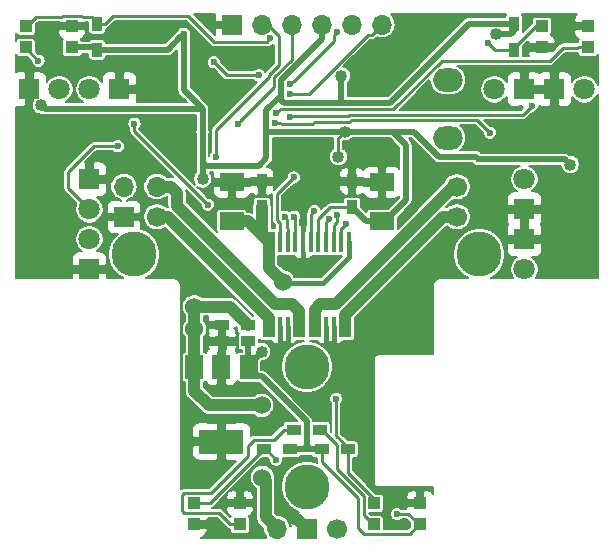
<source format=gbr>
G04 #@! TF.GenerationSoftware,KiCad,Pcbnew,5.1.4-e60b266~84~ubuntu18.04.1*
G04 #@! TF.CreationDate,2019-08-11T22:19:42+02:00*
G04 #@! TF.ProjectId,rat_board,7261745f-626f-4617-9264-2e6b69636164,rev?*
G04 #@! TF.SameCoordinates,Original*
G04 #@! TF.FileFunction,Copper,L2,Bot*
G04 #@! TF.FilePolarity,Positive*
%FSLAX46Y46*%
G04 Gerber Fmt 4.6, Leading zero omitted, Abs format (unit mm)*
G04 Created by KiCad (PCBNEW 5.1.4-e60b266~84~ubuntu18.04.1) date 2019-08-11 22:19:42*
%MOMM*%
%LPD*%
G04 APERTURE LIST*
%ADD10O,1.700000X1.700000*%
%ADD11R,1.700000X1.700000*%
%ADD12C,1.700000*%
%ADD13R,1.100000X1.000000*%
%ADD14R,2.032000X1.524000*%
%ADD15C,3.800000*%
%ADD16R,0.900000X1.200000*%
%ADD17R,1.800000X1.800000*%
%ADD18C,1.800000*%
%ADD19O,2.499360X1.998980*%
%ADD20R,1.200000X0.900000*%
%ADD21R,0.450000X1.750000*%
%ADD22R,1.100000X1.750000*%
%ADD23R,1.500000X2.000000*%
%ADD24R,3.800000X2.000000*%
%ADD25C,0.600000*%
%ADD26C,1.016000*%
%ADD27C,1.524000*%
%ADD28C,0.250000*%
%ADD29C,0.508000*%
%ADD30C,0.254000*%
%ADD31C,0.406400*%
%ADD32C,1.016000*%
%ADD33C,0.203200*%
G04 APERTURE END LIST*
D10*
X227330000Y-85344000D03*
X224790000Y-85344000D03*
X222250000Y-85344000D03*
X219710000Y-85344000D03*
X217170000Y-85344000D03*
D11*
X214630000Y-85344000D03*
D10*
X218440000Y-128016000D03*
D11*
X220980000Y-128016000D03*
D12*
X223520000Y-128016000D03*
D13*
X201086000Y-85460000D03*
X197186000Y-85460000D03*
X197186000Y-87260000D03*
X201086000Y-87260000D03*
D10*
X205486000Y-99060000D03*
D11*
X205486000Y-101600000D03*
D14*
X214630000Y-101981000D03*
X214630000Y-98679000D03*
D12*
X208280000Y-101600000D03*
D10*
X208280000Y-99060000D03*
D12*
X233680000Y-101600000D03*
X233680000Y-99060000D03*
D15*
X235585000Y-104775000D03*
X206375000Y-104775000D03*
X220980000Y-124460000D03*
X220980000Y-114300000D03*
D16*
X224790000Y-100795000D03*
X224790000Y-98595000D03*
X217170000Y-100795000D03*
X217170000Y-98595000D03*
D17*
X205105000Y-90805000D03*
D18*
X202565000Y-90805000D03*
D19*
X232918000Y-94896940D03*
X232918000Y-90015060D03*
D20*
X219540000Y-121285000D03*
X217340000Y-121285000D03*
X222250000Y-121285000D03*
X224450000Y-121285000D03*
D16*
X238506000Y-85260000D03*
X238506000Y-87460000D03*
X203200000Y-87460000D03*
X203200000Y-85260000D03*
D13*
X215310000Y-125846000D03*
X211410000Y-125846000D03*
X211410000Y-127646000D03*
X215310000Y-127646000D03*
X244774000Y-85460000D03*
X240874000Y-85460000D03*
X240874000Y-87260000D03*
X244774000Y-87260000D03*
X230550000Y-125846000D03*
X226650000Y-125846000D03*
X226650000Y-127646000D03*
X230550000Y-127646000D03*
D18*
X239395000Y-106045000D03*
D17*
X239395000Y-103505000D03*
D18*
X200025000Y-90805000D03*
D17*
X197485000Y-90805000D03*
D18*
X244475000Y-90805000D03*
D17*
X241935000Y-90805000D03*
D18*
X202565000Y-103505000D03*
D17*
X202565000Y-106045000D03*
X239395000Y-100965000D03*
D18*
X239395000Y-98425000D03*
D17*
X239395000Y-90805000D03*
D18*
X236855000Y-90805000D03*
D17*
X202565000Y-98425000D03*
D18*
X202565000Y-100965000D03*
D14*
X227330000Y-101981000D03*
X227330000Y-98679000D03*
D20*
X219880000Y-119634000D03*
X222080000Y-119634000D03*
D21*
X222604760Y-110925160D03*
X218704760Y-110925160D03*
D22*
X224231200Y-110916720D03*
X221630240Y-110916720D03*
X220334840Y-110916720D03*
X217728800Y-110921800D03*
D21*
X224555000Y-110915000D03*
X223255000Y-110915000D03*
X221955000Y-110915000D03*
X220655000Y-110915000D03*
X219355000Y-110915000D03*
X218055000Y-110915000D03*
X217405000Y-103715000D03*
X218705000Y-103715000D03*
X219355000Y-103715000D03*
X220005000Y-103715000D03*
X220655000Y-103715000D03*
X221305000Y-103715000D03*
X221955000Y-103715000D03*
X222605000Y-103715000D03*
X223255000Y-103715000D03*
X223905000Y-103715000D03*
X224555000Y-103715000D03*
D22*
X217728800Y-103720900D03*
D23*
X211441000Y-114325000D03*
X216041000Y-114325000D03*
X213741000Y-114325000D03*
D24*
X213741000Y-120625000D03*
D20*
X215984000Y-110744000D03*
X213784000Y-110744000D03*
X213827000Y-112141000D03*
X216027000Y-112141000D03*
D25*
X212598000Y-128524000D03*
X213614000Y-128524000D03*
X213106000Y-127508000D03*
X205994000Y-85344000D03*
X205994000Y-86360000D03*
X207010000Y-86360000D03*
X207010000Y-85344000D03*
X208026000Y-85344000D03*
X230632000Y-110744000D03*
X230632000Y-111760000D03*
X229616000Y-111760000D03*
X230632000Y-112776000D03*
X229616000Y-112776000D03*
X228600000Y-112776000D03*
D26*
X198501000Y-92151200D03*
D25*
X212140800Y-94386400D03*
D26*
X212164210Y-98399600D03*
D25*
X228600000Y-126771400D03*
D26*
X217149936Y-113017291D03*
X224209884Y-94390484D03*
X223647000Y-96520000D03*
X243260880Y-97180400D03*
D25*
X235511340Y-96725740D03*
X210565970Y-86101210D03*
D26*
X223897212Y-89667348D03*
X236982000Y-86106000D03*
D25*
X206248000Y-95123000D03*
X243205000Y-85471000D03*
X220980000Y-105410000D03*
X210820000Y-123190000D03*
X210820000Y-121920000D03*
X210820000Y-124389589D03*
X221995990Y-105410000D03*
X220980000Y-106426000D03*
X221996000Y-106426000D03*
X210820000Y-97282000D03*
X245110000Y-88392000D03*
X245110000Y-89281000D03*
X244094000Y-89281000D03*
X244094000Y-88392000D03*
X243078000Y-88392000D03*
X227076000Y-90678000D03*
X226822000Y-110490000D03*
X226822000Y-109474000D03*
X227838000Y-109474000D03*
X225806000Y-110490000D03*
X225806000Y-111506000D03*
X227838000Y-108458000D03*
X230886000Y-98298000D03*
X230886000Y-97282000D03*
X231902000Y-97282000D03*
X230886000Y-96266000D03*
X229108000Y-85090000D03*
X229314453Y-88509589D03*
D27*
X211455000Y-111125000D03*
X211455000Y-109220000D03*
X217143252Y-117570990D03*
D25*
X236337034Y-86884824D03*
X223454579Y-117019865D03*
X213300630Y-96503669D03*
X215112886Y-93700310D03*
X212598000Y-100584000D03*
X206375000Y-93726000D03*
X213106000Y-88519000D03*
X216923682Y-89608687D03*
X219864365Y-98270627D03*
X219100703Y-101600070D03*
X219900714Y-101599515D03*
X221615000Y-101128480D03*
X223563955Y-101423210D03*
X222854827Y-101800421D03*
X224257764Y-102235000D03*
X219569956Y-91170256D03*
X223560995Y-85987129D03*
X219569914Y-90367045D03*
X218370603Y-92834254D03*
X217884783Y-86493018D03*
X218363798Y-122148600D03*
X198247000Y-88392000D03*
X204978000Y-95631000D03*
X236474000Y-94488000D03*
X218308210Y-93635028D03*
X240030000Y-92205002D03*
X219569956Y-93137879D03*
D27*
X218948000Y-107111800D03*
X217208376Y-123672600D03*
D28*
X221955000Y-103715000D02*
X221955000Y-101811837D01*
X221955000Y-101811837D02*
X222971837Y-100795000D01*
X224090000Y-100795000D02*
X224790000Y-100795000D01*
X222971837Y-100795000D02*
X224090000Y-100795000D01*
D29*
X225976000Y-101981000D02*
X224790000Y-100795000D01*
X227330000Y-101981000D02*
X225976000Y-101981000D01*
X216027000Y-114311000D02*
X216041000Y-114325000D01*
X216027000Y-112141000D02*
X216027000Y-114311000D01*
X203011000Y-87271000D02*
X203200000Y-87460000D01*
X198780400Y-92430600D02*
X198501000Y-92151200D01*
X212140800Y-92430600D02*
X198780400Y-92430600D01*
X212140800Y-97002600D02*
X212140800Y-94386400D01*
X212140800Y-94386400D02*
X212140800Y-92430600D01*
X212164210Y-97681180D02*
X212164210Y-98399600D01*
X212164210Y-97026010D02*
X212164210Y-97681180D01*
X212140800Y-97002600D02*
X212164210Y-97026010D01*
D30*
X229565200Y-126771400D02*
X228600000Y-126771400D01*
X230550000Y-127646000D02*
X230439800Y-127646000D01*
X230439800Y-127646000D02*
X229565200Y-126771400D01*
D29*
X216641937Y-113525290D02*
X217149936Y-113017291D01*
X216041000Y-114325000D02*
X216041000Y-114126229D01*
X216041000Y-114126229D02*
X216641937Y-113525290D01*
X218812713Y-90003588D02*
X218812713Y-91295887D01*
X222250000Y-85344000D02*
X222250000Y-86566301D01*
X218812713Y-91295887D02*
X218770200Y-91338400D01*
X222250000Y-86566301D02*
X218812713Y-90003588D01*
X218770200Y-91338400D02*
X218770200Y-91670407D01*
X218770200Y-91670407D02*
X219027259Y-91927466D01*
X220980000Y-121158000D02*
X221107000Y-121285000D01*
X219540000Y-121285000D02*
X221107000Y-121285000D01*
X220980000Y-120953000D02*
X220980000Y-120421400D01*
X220980000Y-120421400D02*
X220980000Y-121158000D01*
X221107000Y-121285000D02*
X221538800Y-121285000D01*
X221538800Y-121285000D02*
X222250000Y-121285000D01*
X219540000Y-121285000D02*
X220497400Y-121285000D01*
X220497400Y-121285000D02*
X220648000Y-121285000D01*
X220980000Y-120421400D02*
X220980000Y-121005600D01*
X220700600Y-121285000D02*
X220497400Y-121285000D01*
X220980000Y-121005600D02*
X220700600Y-121285000D01*
X221259400Y-121285000D02*
X221538800Y-121285000D01*
X220980000Y-121005600D02*
X221259400Y-121285000D01*
D28*
X229671799Y-128474201D02*
X225837439Y-128474201D01*
X222250000Y-121985000D02*
X222250000Y-121285000D01*
X225837439Y-128474201D02*
X225298000Y-127934762D01*
X222250000Y-122338273D02*
X222250000Y-121985000D01*
X225298000Y-127934762D02*
X225298000Y-125386273D01*
X225298000Y-125386273D02*
X222250000Y-122338273D01*
X230500000Y-127646000D02*
X229671799Y-128474201D01*
X230550000Y-127646000D02*
X230500000Y-127646000D01*
D29*
X220980000Y-118922800D02*
X220980000Y-120421400D01*
X217144600Y-115087400D02*
X220980000Y-118922800D01*
X216041000Y-114325000D02*
X216803400Y-115087400D01*
X216803400Y-115087400D02*
X217144600Y-115087400D01*
X212399071Y-97260871D02*
X212140800Y-97002600D01*
X216937129Y-97260871D02*
X212399071Y-97260871D01*
X217551000Y-96647000D02*
X216937129Y-97260871D01*
X217551000Y-92583000D02*
X217551000Y-96647000D01*
X218770200Y-91338400D02*
X218770200Y-91363800D01*
X218770200Y-91363800D02*
X217551000Y-92583000D01*
D28*
X223647000Y-94953368D02*
X224209884Y-94390484D01*
X223647000Y-96520000D02*
X223647000Y-94953368D01*
D29*
X242806220Y-96725740D02*
X243260880Y-97180400D01*
X235511340Y-96725740D02*
X242806220Y-96725740D01*
X210565970Y-90855770D02*
X210565970Y-86525474D01*
X210265971Y-86401209D02*
X210565970Y-86101210D01*
X203200000Y-87460000D02*
X209207180Y-87460000D01*
X209207180Y-87460000D02*
X210265971Y-86401209D01*
X210565970Y-86525474D02*
X210565970Y-86101210D01*
X212140800Y-92430600D02*
X210565970Y-90855770D01*
X219027259Y-91927466D02*
X224048534Y-91927466D01*
X223897212Y-91776144D02*
X223897212Y-90385768D01*
X223897212Y-90385768D02*
X223897212Y-89667348D01*
X224048534Y-91927466D02*
X223897212Y-91776144D01*
X235305600Y-96520000D02*
X235511340Y-96725740D01*
X217552746Y-94392230D02*
X218671532Y-94392230D01*
X218673278Y-94390484D02*
X230026484Y-94390484D01*
X217551000Y-94390484D02*
X217552746Y-94392230D01*
X218671532Y-94392230D02*
X218673278Y-94390484D01*
X230026484Y-94390484D02*
X232156000Y-96520000D01*
X232156000Y-96520000D02*
X235305600Y-96520000D01*
X227584000Y-101981000D02*
X227330000Y-101981000D01*
X229362000Y-100203000D02*
X227584000Y-101981000D01*
X228346000Y-94488000D02*
X229362000Y-95504000D01*
X229362000Y-95504000D02*
X229362000Y-100203000D01*
X236982000Y-86106000D02*
X238252000Y-86106000D01*
X238252000Y-86106000D02*
X238506000Y-85852000D01*
X238506000Y-85852000D02*
X238506000Y-85260000D01*
X224048534Y-91927466D02*
X224050578Y-91925422D01*
X234703800Y-85260000D02*
X237548000Y-85260000D01*
X224050578Y-91925422D02*
X228038378Y-91925422D01*
X237548000Y-85260000D02*
X238506000Y-85260000D01*
X228038378Y-91925422D02*
X234703800Y-85260000D01*
X203000000Y-87260000D02*
X203200000Y-87460000D01*
X201086000Y-87260000D02*
X203000000Y-87260000D01*
D31*
X222604760Y-112206560D02*
X222666200Y-112268000D01*
X222604760Y-110925160D02*
X222604760Y-112206560D01*
X223255000Y-112196400D02*
X223255000Y-110915000D01*
X222666200Y-112268000D02*
X223183400Y-112268000D01*
X223183400Y-112268000D02*
X223255000Y-112196400D01*
X219355000Y-112196400D02*
X219355000Y-110915000D01*
X219283400Y-112268000D02*
X219355000Y-112196400D01*
X218704760Y-112206560D02*
X218766200Y-112268000D01*
X218766200Y-112268000D02*
X219283400Y-112268000D01*
X218704760Y-110925160D02*
X218704760Y-112206560D01*
D28*
X220655000Y-103715000D02*
X220655000Y-105085000D01*
X220655000Y-105085000D02*
X220980000Y-105410000D01*
D32*
X220980000Y-128016000D02*
X220130001Y-127166001D01*
X219900579Y-127166001D02*
X219277378Y-126542800D01*
X220130001Y-127166001D02*
X219900579Y-127166001D01*
D28*
X210820000Y-123190000D02*
X210820000Y-124389589D01*
X220980000Y-106425990D02*
X220980000Y-106426000D01*
X229108000Y-85090000D02*
X229108000Y-88303136D01*
X229108000Y-88303136D02*
X229314453Y-88509589D01*
D32*
X211455000Y-111125000D02*
X211455000Y-109220000D01*
X211455000Y-114311000D02*
X211441000Y-114325000D01*
X211455000Y-111125000D02*
X211455000Y-114311000D01*
X214460000Y-109220000D02*
X211455000Y-109220000D01*
X215984000Y-110744000D02*
X214460000Y-109220000D01*
X212670990Y-117570990D02*
X216065622Y-117570990D01*
X216065622Y-117570990D02*
X217143252Y-117570990D01*
X211441000Y-116341000D02*
X212670990Y-117570990D01*
X211441000Y-114325000D02*
X211441000Y-116341000D01*
D28*
X236912210Y-87460000D02*
X236637033Y-87184823D01*
X236637033Y-87184823D02*
X236337034Y-86884824D01*
X238506000Y-87460000D02*
X236912210Y-87460000D01*
X238506000Y-87310000D02*
X238506000Y-87460000D01*
X240874000Y-85460000D02*
X240356000Y-85460000D01*
X240356000Y-85460000D02*
X238506000Y-87310000D01*
X226600000Y-126100000D02*
X226650000Y-126100000D01*
X226650000Y-125456400D02*
X226650000Y-125846000D01*
X224450000Y-123256400D02*
X226650000Y-125456400D01*
X224450000Y-121285000D02*
X224450000Y-123256400D01*
X224600000Y-121285000D02*
X224450000Y-121285000D01*
X223469200Y-120154200D02*
X224600000Y-121285000D01*
X223454579Y-117019865D02*
X223469200Y-117034486D01*
X223469200Y-117034486D02*
X223469200Y-120154200D01*
D32*
X221630240Y-109458760D02*
X221630240Y-110916720D01*
X222123000Y-108966000D02*
X221630240Y-109458760D01*
X223446776Y-108966000D02*
X222123000Y-108966000D01*
X233680000Y-99060000D02*
X233352776Y-99060000D01*
X233352776Y-99060000D02*
X223446776Y-108966000D01*
X224231200Y-109905800D02*
X232537000Y-101600000D01*
X232537000Y-101600000D02*
X233680000Y-101600000D01*
X224231200Y-110916720D02*
X224231200Y-109905800D01*
X209482081Y-99060000D02*
X209983789Y-99561708D01*
X209983789Y-99561708D02*
X209983789Y-100676369D01*
X219710000Y-108966000D02*
X220334840Y-109590840D01*
X208280000Y-99060000D02*
X209482081Y-99060000D01*
X209983789Y-100676369D02*
X218273420Y-108966000D01*
X220334840Y-109590840D02*
X220334840Y-110916720D01*
X218273420Y-108966000D02*
X219710000Y-108966000D01*
X208280000Y-101600000D02*
X209183196Y-101600000D01*
X217728800Y-110145604D02*
X217728800Y-110921800D01*
X209183196Y-101600000D02*
X217728800Y-110145604D01*
D28*
X218617800Y-88734194D02*
X217777291Y-89574703D01*
X213300630Y-96079405D02*
X213300630Y-96503669D01*
X213300630Y-94240266D02*
X213300630Y-96079405D01*
X217703400Y-85344000D02*
X218617800Y-86258400D01*
X217777291Y-89574703D02*
X217777291Y-89763605D01*
X217777291Y-89763605D02*
X213300630Y-94240266D01*
X217170000Y-85344000D02*
X217703400Y-85344000D01*
X218617800Y-86258400D02*
X218617800Y-88734194D01*
X219710000Y-85344000D02*
X219710000Y-88282931D01*
X218230502Y-90582694D02*
X215412885Y-93400311D01*
X218230502Y-89762429D02*
X218230502Y-90582694D01*
X219710000Y-88282931D02*
X218230502Y-89762429D01*
X215412885Y-93400311D02*
X215112886Y-93700310D01*
X212598000Y-100584000D02*
X206375000Y-94361000D01*
X206375000Y-94150264D02*
X206375000Y-93726000D01*
X206375000Y-94361000D02*
X206375000Y-94150264D01*
X214195687Y-89608687D02*
X216499418Y-89608687D01*
X213106000Y-88519000D02*
X214195687Y-89608687D01*
X216499418Y-89608687D02*
X216923682Y-89608687D01*
X219564366Y-98570626D02*
X219864365Y-98270627D01*
X218705000Y-102129369D02*
X218440781Y-101865150D01*
X218440781Y-99694211D02*
X219564366Y-98570626D01*
X218705000Y-103715000D02*
X218705000Y-102129369D01*
X218440781Y-101865150D02*
X218440781Y-99694211D01*
X219355000Y-103715000D02*
X219355000Y-102590000D01*
X219275712Y-102510712D02*
X219275712Y-101775079D01*
X219355000Y-102590000D02*
X219275712Y-102510712D01*
X219275712Y-101775079D02*
X219100703Y-101600070D01*
X220005000Y-103715000D02*
X220005000Y-101703801D01*
X220005000Y-101703801D02*
X219900714Y-101599515D01*
X221305000Y-103715000D02*
X221305000Y-101438480D01*
X221305000Y-101438480D02*
X221315001Y-101428479D01*
X221315001Y-101428479D02*
X221615000Y-101128480D01*
X223255000Y-103715000D02*
X223255000Y-102329999D01*
X223255000Y-102329999D02*
X223563955Y-102021044D01*
X223563955Y-101847474D02*
X223563955Y-101423210D01*
X223563955Y-102021044D02*
X223563955Y-101847474D01*
X222605000Y-103715000D02*
X222605000Y-102050248D01*
X222605000Y-102050248D02*
X222854827Y-101800421D01*
X223957765Y-102534999D02*
X224257764Y-102235000D01*
X223905000Y-102587764D02*
X223957765Y-102534999D01*
X223905000Y-103715000D02*
X223905000Y-102587764D01*
X219569956Y-91170256D02*
X221156726Y-91170256D01*
X226132983Y-86193999D02*
X226480001Y-86193999D01*
X226480001Y-86193999D02*
X227330000Y-85344000D01*
X221156726Y-91170256D02*
X226132983Y-86193999D01*
X223260996Y-86675963D02*
X219869913Y-90067046D01*
X219869913Y-90067046D02*
X219569914Y-90367045D01*
X223260996Y-86287128D02*
X223260996Y-86675963D01*
X223560995Y-85987129D02*
X223260996Y-86287128D01*
X224373993Y-92509677D02*
X218695180Y-92509677D01*
X218695180Y-92509677D02*
X218670602Y-92534255D01*
X218670602Y-92534255D02*
X218370603Y-92834254D01*
X224376037Y-92507633D02*
X224373993Y-92509677D01*
X228279537Y-92507633D02*
X224376037Y-92507633D01*
X232398969Y-88388201D02*
X228279537Y-92507633D01*
X241557799Y-88388201D02*
X232398969Y-88388201D01*
X242675000Y-87271000D02*
X241557799Y-88388201D01*
X243963000Y-87271000D02*
X242675000Y-87271000D01*
X244774000Y-87260000D02*
X243974000Y-87260000D01*
X243974000Y-87260000D02*
X243963000Y-87271000D01*
X203900000Y-85260000D02*
X204545801Y-84614199D01*
X213122555Y-86793017D02*
X217584784Y-86793017D01*
X210943737Y-84614199D02*
X213122555Y-86793017D01*
X203200000Y-85260000D02*
X203900000Y-85260000D01*
X217584784Y-86793017D02*
X217884783Y-86493018D01*
X204545801Y-84614199D02*
X210943737Y-84614199D01*
X201912761Y-84645999D02*
X202755999Y-84645999D01*
X197242000Y-85460000D02*
X198056001Y-84645999D01*
X198056001Y-84645999D02*
X200259239Y-84645999D01*
X203200000Y-85090000D02*
X203200000Y-85260000D01*
X197186000Y-85460000D02*
X197242000Y-85460000D01*
X200259239Y-84645999D02*
X200273439Y-84631799D01*
X200273439Y-84631799D02*
X201898561Y-84631799D01*
X202755999Y-84645999D02*
X203200000Y-85090000D01*
X201898561Y-84631799D02*
X201912761Y-84645999D01*
X212779000Y-125846000D02*
X217340000Y-121285000D01*
X211410000Y-125846000D02*
X212779000Y-125846000D01*
X217490000Y-121285000D02*
X218353600Y-122148600D01*
X218353600Y-122148600D02*
X218363798Y-122148600D01*
X217340000Y-121285000D02*
X217490000Y-121285000D01*
X197186000Y-87331000D02*
X198247000Y-88392000D01*
X197186000Y-87260000D02*
X197186000Y-87331000D01*
X223521799Y-122969135D02*
X225771799Y-125219135D01*
X222230000Y-119634000D02*
X223521799Y-120925799D01*
X225771799Y-125219135D02*
X225771799Y-126817799D01*
X223521799Y-120925799D02*
X223521799Y-122969135D01*
X222080000Y-119634000D02*
X222230000Y-119634000D01*
X225771799Y-126817799D02*
X226600000Y-127646000D01*
X226600000Y-127646000D02*
X226650000Y-127646000D01*
X215969201Y-121887561D02*
X212838963Y-125017799D01*
X212838963Y-125017799D02*
X210597439Y-125017799D01*
X216477439Y-120506799D02*
X215969201Y-121015037D01*
X219880000Y-119634000D02*
X219030000Y-119634000D01*
X210597439Y-125017799D02*
X210439000Y-125176238D01*
X219030000Y-119634000D02*
X218157201Y-120506799D01*
X215969201Y-121015037D02*
X215969201Y-121887561D01*
X218157201Y-120506799D02*
X216477439Y-120506799D01*
X210597439Y-126674201D02*
X210439000Y-126515762D01*
X213538201Y-126674201D02*
X210597439Y-126674201D01*
X215310000Y-127646000D02*
X214510000Y-127646000D01*
X210439000Y-126515762D02*
X210439000Y-125176238D01*
X214510000Y-127646000D02*
X213538201Y-126674201D01*
X202565000Y-100965000D02*
X200787000Y-99187000D01*
X200787000Y-99187000D02*
X200787000Y-97812238D01*
X202968238Y-95631000D02*
X204978000Y-95631000D01*
X200787000Y-97812238D02*
X202968238Y-95631000D01*
X221659717Y-93554283D02*
X221447911Y-93766089D01*
X224751489Y-93414055D02*
X224611261Y-93554283D01*
X218732474Y-93635028D02*
X218308210Y-93635028D01*
X224611261Y-93554283D02*
X221659717Y-93554283D01*
X236474000Y-94488000D02*
X235400055Y-93414055D01*
X218863535Y-93766089D02*
X218732474Y-93635028D01*
X221447911Y-93766089D02*
X218863535Y-93766089D01*
X235400055Y-93414055D02*
X224751489Y-93414055D01*
X219606763Y-93101072D02*
X219569956Y-93137879D01*
X224423535Y-93101072D02*
X219606763Y-93101072D01*
X224563763Y-92960844D02*
X224423535Y-93101072D01*
X240030000Y-92205002D02*
X239274158Y-92960844D01*
X239274158Y-92960844D02*
X224563763Y-92960844D01*
D32*
X217170000Y-103162100D02*
X217728800Y-103720900D01*
X217170000Y-100795000D02*
X217170000Y-103162100D01*
X215988900Y-101981000D02*
X217728800Y-103720900D01*
X214630000Y-101981000D02*
X215988900Y-101981000D01*
X217728800Y-103720900D02*
X217728800Y-105892600D01*
X217728800Y-105892600D02*
X218948000Y-107111800D01*
X217474800Y-123939024D02*
X217208376Y-123672600D01*
X218440000Y-128016000D02*
X217474800Y-127050800D01*
X217474800Y-127050800D02*
X217474800Y-123939024D01*
D31*
X224555000Y-104996400D02*
X224555000Y-103715000D01*
X222363400Y-107188000D02*
X224555000Y-104996400D01*
X218948000Y-107111800D02*
X219024200Y-107188000D01*
X219024200Y-107188000D02*
X222363400Y-107188000D01*
D33*
G36*
X220700600Y-121846503D02*
G01*
X220728042Y-121843800D01*
X221079557Y-121843800D01*
X221106999Y-121846503D01*
X221134441Y-121843800D01*
X221231957Y-121843800D01*
X221259399Y-121846503D01*
X221286841Y-121843800D01*
X221364490Y-121843800D01*
X221367040Y-121852206D01*
X221395342Y-121905157D01*
X221433432Y-121951568D01*
X221479843Y-121989658D01*
X221532794Y-122017960D01*
X221590249Y-122035389D01*
X221650000Y-122041274D01*
X221820200Y-122041274D01*
X221820200Y-122317166D01*
X221818121Y-122338273D01*
X221820200Y-122359380D01*
X221820200Y-122359381D01*
X221826419Y-122422527D01*
X221826979Y-122424372D01*
X221623116Y-122339929D01*
X221197154Y-122255200D01*
X220762846Y-122255200D01*
X220336884Y-122339929D01*
X219935636Y-122506132D01*
X219574522Y-122747420D01*
X219267420Y-123054522D01*
X219026132Y-123415636D01*
X218859929Y-123816884D01*
X218775200Y-124242846D01*
X218775200Y-124677154D01*
X218859929Y-125103116D01*
X219026132Y-125504364D01*
X219267420Y-125865478D01*
X219574522Y-126172580D01*
X219935636Y-126413868D01*
X220275086Y-126554473D01*
X220130000Y-126553450D01*
X220010497Y-126565220D01*
X219895587Y-126600078D01*
X219789685Y-126656683D01*
X219696862Y-126732862D01*
X219620683Y-126825685D01*
X219564078Y-126931587D01*
X219529220Y-127046497D01*
X219517450Y-127166000D01*
X219520400Y-127584200D01*
X219672798Y-127736598D01*
X219562006Y-127736598D01*
X219512058Y-127571939D01*
X219404827Y-127371324D01*
X219260518Y-127195482D01*
X219084676Y-127051173D01*
X218884061Y-126943942D01*
X218666380Y-126877910D01*
X218496724Y-126861200D01*
X218434672Y-126861200D01*
X218287600Y-126714128D01*
X218287600Y-123978944D01*
X218291532Y-123939023D01*
X218287600Y-123899101D01*
X218275839Y-123779687D01*
X218275176Y-123777501D01*
X218275176Y-123567529D01*
X218234180Y-123361426D01*
X218153762Y-123167281D01*
X218037014Y-122992555D01*
X217888421Y-122843962D01*
X217713695Y-122727214D01*
X217519550Y-122646796D01*
X217313447Y-122605800D01*
X217103305Y-122605800D01*
X216897202Y-122646796D01*
X216703057Y-122727214D01*
X216528331Y-122843962D01*
X216379738Y-122992555D01*
X216262990Y-123167281D01*
X216182572Y-123361426D01*
X216141576Y-123567529D01*
X216141576Y-123777671D01*
X216182572Y-123983774D01*
X216262990Y-124177919D01*
X216379738Y-124352645D01*
X216528331Y-124501238D01*
X216662001Y-124590553D01*
X216662000Y-127010879D01*
X216658068Y-127050800D01*
X216662000Y-127090720D01*
X216662000Y-127090722D01*
X216673761Y-127210136D01*
X216720238Y-127363349D01*
X216795712Y-127504551D01*
X216897283Y-127628317D01*
X216928299Y-127653771D01*
X217280592Y-128006064D01*
X217279613Y-128016000D01*
X217301910Y-128242380D01*
X217367942Y-128460061D01*
X217475173Y-128660676D01*
X217552746Y-128755200D01*
X211994013Y-128755200D01*
X212079503Y-128746780D01*
X212194413Y-128711922D01*
X212300315Y-128655317D01*
X212393138Y-128579138D01*
X212469317Y-128486315D01*
X212525922Y-128380413D01*
X212560780Y-128265503D01*
X212572550Y-128146000D01*
X212569600Y-128077800D01*
X212417200Y-127925400D01*
X211689400Y-127925400D01*
X211689400Y-127945400D01*
X211130600Y-127945400D01*
X211130600Y-127925400D01*
X211110600Y-127925400D01*
X211110600Y-127366600D01*
X211130600Y-127366600D01*
X211130600Y-127346600D01*
X211689400Y-127346600D01*
X211689400Y-127366600D01*
X212417200Y-127366600D01*
X212569600Y-127214200D01*
X212572550Y-127146000D01*
X212568413Y-127104001D01*
X213360173Y-127104001D01*
X214191157Y-127934986D01*
X214204615Y-127951385D01*
X214240965Y-127981216D01*
X214270060Y-128005094D01*
X214296107Y-128019016D01*
X214344727Y-128045004D01*
X214425745Y-128069581D01*
X214453726Y-128072337D01*
X214453726Y-128146000D01*
X214459611Y-128205751D01*
X214477040Y-128263206D01*
X214505342Y-128316157D01*
X214543432Y-128362568D01*
X214589843Y-128400658D01*
X214642794Y-128428960D01*
X214700249Y-128446389D01*
X214760000Y-128452274D01*
X215860000Y-128452274D01*
X215919751Y-128446389D01*
X215977206Y-128428960D01*
X216030157Y-128400658D01*
X216076568Y-128362568D01*
X216114658Y-128316157D01*
X216142960Y-128263206D01*
X216160389Y-128205751D01*
X216166274Y-128146000D01*
X216166274Y-127146000D01*
X216160389Y-127086249D01*
X216142960Y-127028794D01*
X216114658Y-126975843D01*
X216076568Y-126929432D01*
X216065806Y-126920600D01*
X216094413Y-126911922D01*
X216200315Y-126855317D01*
X216293138Y-126779138D01*
X216369317Y-126686315D01*
X216425922Y-126580413D01*
X216460780Y-126465503D01*
X216472550Y-126346000D01*
X216469600Y-126277800D01*
X216317200Y-126125400D01*
X215589400Y-126125400D01*
X215589400Y-126145400D01*
X215030600Y-126145400D01*
X215030600Y-126125400D01*
X214302800Y-126125400D01*
X214150400Y-126277800D01*
X214147450Y-126346000D01*
X214159220Y-126465503D01*
X214194078Y-126580413D01*
X214250683Y-126686315D01*
X214326862Y-126779138D01*
X214419685Y-126855317D01*
X214525587Y-126911922D01*
X214554194Y-126920600D01*
X214543432Y-126929432D01*
X214505342Y-126975843D01*
X214485254Y-127013426D01*
X213857049Y-126385221D01*
X213843586Y-126368816D01*
X213778140Y-126315107D01*
X213703474Y-126275197D01*
X213622456Y-126250620D01*
X213559310Y-126244401D01*
X213559308Y-126244401D01*
X213538201Y-126242322D01*
X213517094Y-126244401D01*
X212945401Y-126244401D01*
X213018939Y-126205094D01*
X213084385Y-126151385D01*
X213097848Y-126134980D01*
X213886828Y-125346000D01*
X214147450Y-125346000D01*
X214150400Y-125414200D01*
X214302800Y-125566600D01*
X215030600Y-125566600D01*
X215030600Y-124888800D01*
X215589400Y-124888800D01*
X215589400Y-125566600D01*
X216317200Y-125566600D01*
X216469600Y-125414200D01*
X216472550Y-125346000D01*
X216460780Y-125226497D01*
X216425922Y-125111587D01*
X216369317Y-125005685D01*
X216293138Y-124912862D01*
X216200315Y-124836683D01*
X216094413Y-124780078D01*
X215979503Y-124745220D01*
X215860000Y-124733450D01*
X215741800Y-124736400D01*
X215589400Y-124888800D01*
X215030600Y-124888800D01*
X214878200Y-124736400D01*
X214760000Y-124733450D01*
X214640497Y-124745220D01*
X214525587Y-124780078D01*
X214419685Y-124836683D01*
X214326862Y-124912862D01*
X214250683Y-125005685D01*
X214194078Y-125111587D01*
X214159220Y-125226497D01*
X214147450Y-125346000D01*
X213886828Y-125346000D01*
X217191555Y-122041274D01*
X217638445Y-122041274D01*
X217758998Y-122161827D01*
X217758998Y-122208168D01*
X217782240Y-122325014D01*
X217827832Y-122435080D01*
X217894019Y-122534137D01*
X217978261Y-122618379D01*
X218077318Y-122684566D01*
X218187384Y-122730158D01*
X218304230Y-122753400D01*
X218423366Y-122753400D01*
X218540212Y-122730158D01*
X218650278Y-122684566D01*
X218749335Y-122618379D01*
X218833577Y-122534137D01*
X218899764Y-122435080D01*
X218945356Y-122325014D01*
X218968598Y-122208168D01*
X218968598Y-122089032D01*
X218959098Y-122041274D01*
X220140000Y-122041274D01*
X220199751Y-122035389D01*
X220257206Y-122017960D01*
X220310157Y-121989658D01*
X220356568Y-121951568D01*
X220394658Y-121905157D01*
X220422960Y-121852206D01*
X220425510Y-121843800D01*
X220673158Y-121843800D01*
X220700600Y-121846503D01*
X220700600Y-121846503D01*
G37*
X220700600Y-121846503D02*
X220728042Y-121843800D01*
X221079557Y-121843800D01*
X221106999Y-121846503D01*
X221134441Y-121843800D01*
X221231957Y-121843800D01*
X221259399Y-121846503D01*
X221286841Y-121843800D01*
X221364490Y-121843800D01*
X221367040Y-121852206D01*
X221395342Y-121905157D01*
X221433432Y-121951568D01*
X221479843Y-121989658D01*
X221532794Y-122017960D01*
X221590249Y-122035389D01*
X221650000Y-122041274D01*
X221820200Y-122041274D01*
X221820200Y-122317166D01*
X221818121Y-122338273D01*
X221820200Y-122359380D01*
X221820200Y-122359381D01*
X221826419Y-122422527D01*
X221826979Y-122424372D01*
X221623116Y-122339929D01*
X221197154Y-122255200D01*
X220762846Y-122255200D01*
X220336884Y-122339929D01*
X219935636Y-122506132D01*
X219574522Y-122747420D01*
X219267420Y-123054522D01*
X219026132Y-123415636D01*
X218859929Y-123816884D01*
X218775200Y-124242846D01*
X218775200Y-124677154D01*
X218859929Y-125103116D01*
X219026132Y-125504364D01*
X219267420Y-125865478D01*
X219574522Y-126172580D01*
X219935636Y-126413868D01*
X220275086Y-126554473D01*
X220130000Y-126553450D01*
X220010497Y-126565220D01*
X219895587Y-126600078D01*
X219789685Y-126656683D01*
X219696862Y-126732862D01*
X219620683Y-126825685D01*
X219564078Y-126931587D01*
X219529220Y-127046497D01*
X219517450Y-127166000D01*
X219520400Y-127584200D01*
X219672798Y-127736598D01*
X219562006Y-127736598D01*
X219512058Y-127571939D01*
X219404827Y-127371324D01*
X219260518Y-127195482D01*
X219084676Y-127051173D01*
X218884061Y-126943942D01*
X218666380Y-126877910D01*
X218496724Y-126861200D01*
X218434672Y-126861200D01*
X218287600Y-126714128D01*
X218287600Y-123978944D01*
X218291532Y-123939023D01*
X218287600Y-123899101D01*
X218275839Y-123779687D01*
X218275176Y-123777501D01*
X218275176Y-123567529D01*
X218234180Y-123361426D01*
X218153762Y-123167281D01*
X218037014Y-122992555D01*
X217888421Y-122843962D01*
X217713695Y-122727214D01*
X217519550Y-122646796D01*
X217313447Y-122605800D01*
X217103305Y-122605800D01*
X216897202Y-122646796D01*
X216703057Y-122727214D01*
X216528331Y-122843962D01*
X216379738Y-122992555D01*
X216262990Y-123167281D01*
X216182572Y-123361426D01*
X216141576Y-123567529D01*
X216141576Y-123777671D01*
X216182572Y-123983774D01*
X216262990Y-124177919D01*
X216379738Y-124352645D01*
X216528331Y-124501238D01*
X216662001Y-124590553D01*
X216662000Y-127010879D01*
X216658068Y-127050800D01*
X216662000Y-127090720D01*
X216662000Y-127090722D01*
X216673761Y-127210136D01*
X216720238Y-127363349D01*
X216795712Y-127504551D01*
X216897283Y-127628317D01*
X216928299Y-127653771D01*
X217280592Y-128006064D01*
X217279613Y-128016000D01*
X217301910Y-128242380D01*
X217367942Y-128460061D01*
X217475173Y-128660676D01*
X217552746Y-128755200D01*
X211994013Y-128755200D01*
X212079503Y-128746780D01*
X212194413Y-128711922D01*
X212300315Y-128655317D01*
X212393138Y-128579138D01*
X212469317Y-128486315D01*
X212525922Y-128380413D01*
X212560780Y-128265503D01*
X212572550Y-128146000D01*
X212569600Y-128077800D01*
X212417200Y-127925400D01*
X211689400Y-127925400D01*
X211689400Y-127945400D01*
X211130600Y-127945400D01*
X211130600Y-127925400D01*
X211110600Y-127925400D01*
X211110600Y-127366600D01*
X211130600Y-127366600D01*
X211130600Y-127346600D01*
X211689400Y-127346600D01*
X211689400Y-127366600D01*
X212417200Y-127366600D01*
X212569600Y-127214200D01*
X212572550Y-127146000D01*
X212568413Y-127104001D01*
X213360173Y-127104001D01*
X214191157Y-127934986D01*
X214204615Y-127951385D01*
X214240965Y-127981216D01*
X214270060Y-128005094D01*
X214296107Y-128019016D01*
X214344727Y-128045004D01*
X214425745Y-128069581D01*
X214453726Y-128072337D01*
X214453726Y-128146000D01*
X214459611Y-128205751D01*
X214477040Y-128263206D01*
X214505342Y-128316157D01*
X214543432Y-128362568D01*
X214589843Y-128400658D01*
X214642794Y-128428960D01*
X214700249Y-128446389D01*
X214760000Y-128452274D01*
X215860000Y-128452274D01*
X215919751Y-128446389D01*
X215977206Y-128428960D01*
X216030157Y-128400658D01*
X216076568Y-128362568D01*
X216114658Y-128316157D01*
X216142960Y-128263206D01*
X216160389Y-128205751D01*
X216166274Y-128146000D01*
X216166274Y-127146000D01*
X216160389Y-127086249D01*
X216142960Y-127028794D01*
X216114658Y-126975843D01*
X216076568Y-126929432D01*
X216065806Y-126920600D01*
X216094413Y-126911922D01*
X216200315Y-126855317D01*
X216293138Y-126779138D01*
X216369317Y-126686315D01*
X216425922Y-126580413D01*
X216460780Y-126465503D01*
X216472550Y-126346000D01*
X216469600Y-126277800D01*
X216317200Y-126125400D01*
X215589400Y-126125400D01*
X215589400Y-126145400D01*
X215030600Y-126145400D01*
X215030600Y-126125400D01*
X214302800Y-126125400D01*
X214150400Y-126277800D01*
X214147450Y-126346000D01*
X214159220Y-126465503D01*
X214194078Y-126580413D01*
X214250683Y-126686315D01*
X214326862Y-126779138D01*
X214419685Y-126855317D01*
X214525587Y-126911922D01*
X214554194Y-126920600D01*
X214543432Y-126929432D01*
X214505342Y-126975843D01*
X214485254Y-127013426D01*
X213857049Y-126385221D01*
X213843586Y-126368816D01*
X213778140Y-126315107D01*
X213703474Y-126275197D01*
X213622456Y-126250620D01*
X213559310Y-126244401D01*
X213559308Y-126244401D01*
X213538201Y-126242322D01*
X213517094Y-126244401D01*
X212945401Y-126244401D01*
X213018939Y-126205094D01*
X213084385Y-126151385D01*
X213097848Y-126134980D01*
X213886828Y-125346000D01*
X214147450Y-125346000D01*
X214150400Y-125414200D01*
X214302800Y-125566600D01*
X215030600Y-125566600D01*
X215030600Y-124888800D01*
X215589400Y-124888800D01*
X215589400Y-125566600D01*
X216317200Y-125566600D01*
X216469600Y-125414200D01*
X216472550Y-125346000D01*
X216460780Y-125226497D01*
X216425922Y-125111587D01*
X216369317Y-125005685D01*
X216293138Y-124912862D01*
X216200315Y-124836683D01*
X216094413Y-124780078D01*
X215979503Y-124745220D01*
X215860000Y-124733450D01*
X215741800Y-124736400D01*
X215589400Y-124888800D01*
X215030600Y-124888800D01*
X214878200Y-124736400D01*
X214760000Y-124733450D01*
X214640497Y-124745220D01*
X214525587Y-124780078D01*
X214419685Y-124836683D01*
X214326862Y-124912862D01*
X214250683Y-125005685D01*
X214194078Y-125111587D01*
X214159220Y-125226497D01*
X214147450Y-125346000D01*
X213886828Y-125346000D01*
X217191555Y-122041274D01*
X217638445Y-122041274D01*
X217758998Y-122161827D01*
X217758998Y-122208168D01*
X217782240Y-122325014D01*
X217827832Y-122435080D01*
X217894019Y-122534137D01*
X217978261Y-122618379D01*
X218077318Y-122684566D01*
X218187384Y-122730158D01*
X218304230Y-122753400D01*
X218423366Y-122753400D01*
X218540212Y-122730158D01*
X218650278Y-122684566D01*
X218749335Y-122618379D01*
X218833577Y-122534137D01*
X218899764Y-122435080D01*
X218945356Y-122325014D01*
X218968598Y-122208168D01*
X218968598Y-122089032D01*
X218959098Y-122041274D01*
X220140000Y-122041274D01*
X220199751Y-122035389D01*
X220257206Y-122017960D01*
X220310157Y-121989658D01*
X220356568Y-121951568D01*
X220394658Y-121905157D01*
X220422960Y-121852206D01*
X220425510Y-121843800D01*
X220673158Y-121843800D01*
X220700600Y-121846503D01*
G36*
X221259400Y-127736600D02*
G01*
X221279400Y-127736600D01*
X221279400Y-128295400D01*
X221259400Y-128295400D01*
X221259400Y-128315400D01*
X220700600Y-128315400D01*
X220700600Y-128295400D01*
X220680600Y-128295400D01*
X220680600Y-127736600D01*
X220700600Y-127736600D01*
X220700600Y-127716600D01*
X221259400Y-127716600D01*
X221259400Y-127736600D01*
X221259400Y-127736600D01*
G37*
X221259400Y-127736600D02*
X221279400Y-127736600D01*
X221279400Y-128295400D01*
X221259400Y-128295400D01*
X221259400Y-128315400D01*
X220700600Y-128315400D01*
X220700600Y-128295400D01*
X220680600Y-128295400D01*
X220680600Y-127736600D01*
X220700600Y-127736600D01*
X220700600Y-127716600D01*
X221259400Y-127716600D01*
X221259400Y-127736600D01*
G36*
X243917726Y-87760000D02*
G01*
X243923611Y-87819751D01*
X243941040Y-87877206D01*
X243969342Y-87930157D01*
X244007432Y-87976568D01*
X244053843Y-88014658D01*
X244106794Y-88042960D01*
X244164249Y-88060389D01*
X244224000Y-88066274D01*
X245324000Y-88066274D01*
X245383751Y-88060389D01*
X245441206Y-88042960D01*
X245494157Y-88014658D01*
X245540568Y-87976568D01*
X245578658Y-87930157D01*
X245606960Y-87877206D01*
X245624389Y-87819751D01*
X245625200Y-87811517D01*
X245625200Y-90433533D01*
X245542680Y-90234313D01*
X245410830Y-90036984D01*
X245243016Y-89869170D01*
X245045687Y-89737320D01*
X244826427Y-89646499D01*
X244593662Y-89600200D01*
X244356338Y-89600200D01*
X244123573Y-89646499D01*
X243904313Y-89737320D01*
X243706984Y-89869170D01*
X243539170Y-90036984D01*
X243445838Y-90176666D01*
X243447550Y-89905000D01*
X243435780Y-89785497D01*
X243400922Y-89670587D01*
X243344317Y-89564685D01*
X243268138Y-89471862D01*
X243175315Y-89395683D01*
X243069413Y-89339078D01*
X242954503Y-89304220D01*
X242835000Y-89292450D01*
X242366800Y-89295400D01*
X242214400Y-89447800D01*
X242214400Y-90525600D01*
X242234400Y-90525600D01*
X242234400Y-91084400D01*
X242214400Y-91084400D01*
X242214400Y-92162200D01*
X242366800Y-92314600D01*
X242835000Y-92317550D01*
X242954503Y-92305780D01*
X243069413Y-92270922D01*
X243175315Y-92214317D01*
X243268138Y-92138138D01*
X243344317Y-92045315D01*
X243400922Y-91939413D01*
X243435780Y-91824503D01*
X243447550Y-91705000D01*
X243445838Y-91433334D01*
X243539170Y-91573016D01*
X243706984Y-91740830D01*
X243904313Y-91872680D01*
X244123573Y-91963501D01*
X244356338Y-92009800D01*
X244593662Y-92009800D01*
X244826427Y-91963501D01*
X245045687Y-91872680D01*
X245243016Y-91740830D01*
X245410830Y-91573016D01*
X245542680Y-91375687D01*
X245625200Y-91176467D01*
X245625201Y-106692633D01*
X245622669Y-106718452D01*
X245620217Y-106726573D01*
X245616231Y-106734072D01*
X245610864Y-106740651D01*
X245604326Y-106746060D01*
X245596854Y-106750100D01*
X245588744Y-106752611D01*
X245564108Y-106755200D01*
X240369461Y-106755200D01*
X240462680Y-106615687D01*
X240553501Y-106396427D01*
X240599800Y-106163662D01*
X240599800Y-105926338D01*
X240553501Y-105693573D01*
X240462680Y-105474313D01*
X240330830Y-105276984D01*
X240163016Y-105109170D01*
X240023334Y-105015838D01*
X240295000Y-105017550D01*
X240414503Y-105005780D01*
X240529413Y-104970922D01*
X240635315Y-104914317D01*
X240728138Y-104838138D01*
X240804317Y-104745315D01*
X240860922Y-104639413D01*
X240895780Y-104524503D01*
X240907550Y-104405000D01*
X240904600Y-103936800D01*
X240752200Y-103784400D01*
X239674400Y-103784400D01*
X239674400Y-103804400D01*
X239115600Y-103804400D01*
X239115600Y-103784400D01*
X238037800Y-103784400D01*
X237885400Y-103936800D01*
X237882450Y-104405000D01*
X237894220Y-104524503D01*
X237929078Y-104639413D01*
X237985683Y-104745315D01*
X238061862Y-104838138D01*
X238154685Y-104914317D01*
X238260587Y-104970922D01*
X238375497Y-105005780D01*
X238495000Y-105017550D01*
X238766666Y-105015838D01*
X238626984Y-105109170D01*
X238459170Y-105276984D01*
X238327320Y-105474313D01*
X238236499Y-105693573D01*
X238190200Y-105926338D01*
X238190200Y-106163662D01*
X238236499Y-106396427D01*
X238327320Y-106615687D01*
X238420539Y-106755200D01*
X236565793Y-106755200D01*
X236629364Y-106728868D01*
X236990478Y-106487580D01*
X237297580Y-106180478D01*
X237538868Y-105819364D01*
X237705071Y-105418116D01*
X237789800Y-104992154D01*
X237789800Y-104557846D01*
X237705071Y-104131884D01*
X237538868Y-103730636D01*
X237297580Y-103369522D01*
X236990478Y-103062420D01*
X236629364Y-102821132D01*
X236228116Y-102654929D01*
X235802154Y-102570200D01*
X235367846Y-102570200D01*
X234941884Y-102654929D01*
X234540636Y-102821132D01*
X234179522Y-103062420D01*
X233872420Y-103369522D01*
X233631132Y-103730636D01*
X233464929Y-104131884D01*
X233380200Y-104557846D01*
X233380200Y-104992154D01*
X233464929Y-105418116D01*
X233631132Y-105819364D01*
X233872420Y-106180478D01*
X234179522Y-106487580D01*
X234540636Y-106728868D01*
X234604207Y-106755200D01*
X232362576Y-106755200D01*
X232347469Y-106756688D01*
X232345052Y-106756671D01*
X232340121Y-106757154D01*
X232262483Y-106765314D01*
X232230991Y-106771778D01*
X232199394Y-106777806D01*
X232194659Y-106779236D01*
X232194652Y-106779237D01*
X232194646Y-106779240D01*
X232120076Y-106802322D01*
X232090399Y-106814797D01*
X232060618Y-106826830D01*
X232056243Y-106829155D01*
X231987572Y-106866285D01*
X231960892Y-106884281D01*
X231934005Y-106901876D01*
X231930166Y-106905006D01*
X231870015Y-106954767D01*
X231847348Y-106977593D01*
X231824379Y-107000086D01*
X231821226Y-107003897D01*
X231821222Y-107003901D01*
X231821221Y-107003903D01*
X231771881Y-107064399D01*
X231754069Y-107091209D01*
X231735919Y-107117717D01*
X231733562Y-107122075D01*
X231696912Y-107191004D01*
X231684665Y-107220718D01*
X231671991Y-107250289D01*
X231670526Y-107255022D01*
X231647962Y-107329756D01*
X231641716Y-107361298D01*
X231635030Y-107392756D01*
X231634511Y-107397683D01*
X231626893Y-107475377D01*
X231626893Y-107475387D01*
X231625200Y-107492577D01*
X231625201Y-113192633D01*
X231622669Y-113218452D01*
X231620217Y-113226573D01*
X231616231Y-113234072D01*
X231610864Y-113240651D01*
X231604326Y-113246060D01*
X231596854Y-113250100D01*
X231588744Y-113252611D01*
X231564108Y-113255200D01*
X226997424Y-113255200D01*
X226980000Y-113253484D01*
X226962576Y-113255200D01*
X226910447Y-113260334D01*
X226843567Y-113280622D01*
X226781930Y-113313568D01*
X226727905Y-113357905D01*
X226683568Y-113411930D01*
X226650622Y-113473567D01*
X226630334Y-113540447D01*
X226623484Y-113610000D01*
X226625200Y-113627424D01*
X226625201Y-124092566D01*
X226623484Y-124110000D01*
X226630334Y-124179553D01*
X226650622Y-124246433D01*
X226683568Y-124308070D01*
X226727905Y-124362095D01*
X226781930Y-124406432D01*
X226843567Y-124439378D01*
X226910447Y-124459666D01*
X226962576Y-124464800D01*
X226980000Y-124466516D01*
X226997424Y-124464800D01*
X231562644Y-124464800D01*
X231588452Y-124467331D01*
X231596573Y-124469783D01*
X231604070Y-124473768D01*
X231610652Y-124479137D01*
X231616061Y-124485675D01*
X231620099Y-124493142D01*
X231622611Y-124501258D01*
X231625200Y-124525893D01*
X231625200Y-125035401D01*
X231609317Y-125005685D01*
X231533138Y-124912862D01*
X231440315Y-124836683D01*
X231334413Y-124780078D01*
X231219503Y-124745220D01*
X231100000Y-124733450D01*
X230981800Y-124736400D01*
X230829400Y-124888800D01*
X230829400Y-125566600D01*
X230849400Y-125566600D01*
X230849400Y-126125400D01*
X230829400Y-126125400D01*
X230829400Y-126145400D01*
X230270600Y-126145400D01*
X230270600Y-126125400D01*
X229542800Y-126125400D01*
X229390400Y-126277800D01*
X229387727Y-126339600D01*
X229023516Y-126339600D01*
X228985537Y-126301621D01*
X228886480Y-126235434D01*
X228776414Y-126189842D01*
X228659568Y-126166600D01*
X228540432Y-126166600D01*
X228423586Y-126189842D01*
X228313520Y-126235434D01*
X228214463Y-126301621D01*
X228130221Y-126385863D01*
X228064034Y-126484920D01*
X228018442Y-126594986D01*
X227995200Y-126711832D01*
X227995200Y-126830968D01*
X228018442Y-126947814D01*
X228064034Y-127057880D01*
X228130221Y-127156937D01*
X228214463Y-127241179D01*
X228313520Y-127307366D01*
X228423586Y-127352958D01*
X228540432Y-127376200D01*
X228659568Y-127376200D01*
X228776414Y-127352958D01*
X228886480Y-127307366D01*
X228985537Y-127241179D01*
X229023516Y-127203200D01*
X229386344Y-127203200D01*
X229693726Y-127510583D01*
X229693726Y-127844446D01*
X229493771Y-128044401D01*
X227506274Y-128044401D01*
X227506274Y-127146000D01*
X227500389Y-127086249D01*
X227482960Y-127028794D01*
X227454658Y-126975843D01*
X227416568Y-126929432D01*
X227370157Y-126891342D01*
X227317206Y-126863040D01*
X227259751Y-126845611D01*
X227200000Y-126839726D01*
X226401554Y-126839726D01*
X226214102Y-126652274D01*
X227200000Y-126652274D01*
X227259751Y-126646389D01*
X227317206Y-126628960D01*
X227370157Y-126600658D01*
X227416568Y-126562568D01*
X227454658Y-126516157D01*
X227482960Y-126463206D01*
X227500389Y-126405751D01*
X227506274Y-126346000D01*
X227506274Y-125346000D01*
X229387450Y-125346000D01*
X229390400Y-125414200D01*
X229542800Y-125566600D01*
X230270600Y-125566600D01*
X230270600Y-124888800D01*
X230118200Y-124736400D01*
X230000000Y-124733450D01*
X229880497Y-124745220D01*
X229765587Y-124780078D01*
X229659685Y-124836683D01*
X229566862Y-124912862D01*
X229490683Y-125005685D01*
X229434078Y-125111587D01*
X229399220Y-125226497D01*
X229387450Y-125346000D01*
X227506274Y-125346000D01*
X227500389Y-125286249D01*
X227482960Y-125228794D01*
X227454658Y-125175843D01*
X227416568Y-125129432D01*
X227370157Y-125091342D01*
X227317206Y-125063040D01*
X227259751Y-125045611D01*
X227200000Y-125039726D01*
X226841155Y-125039726D01*
X224879800Y-123078372D01*
X224879800Y-122041274D01*
X225050000Y-122041274D01*
X225109751Y-122035389D01*
X225167206Y-122017960D01*
X225220157Y-121989658D01*
X225266568Y-121951568D01*
X225304658Y-121905157D01*
X225332960Y-121852206D01*
X225350389Y-121794751D01*
X225356274Y-121735000D01*
X225356274Y-120835000D01*
X225350389Y-120775249D01*
X225332960Y-120717794D01*
X225304658Y-120664843D01*
X225266568Y-120618432D01*
X225220157Y-120580342D01*
X225167206Y-120552040D01*
X225109751Y-120534611D01*
X225050000Y-120528726D01*
X224451555Y-120528726D01*
X223899000Y-119976172D01*
X223899000Y-117430760D01*
X223924358Y-117405402D01*
X223990545Y-117306345D01*
X224036137Y-117196279D01*
X224059379Y-117079433D01*
X224059379Y-116960297D01*
X224036137Y-116843451D01*
X223990545Y-116733385D01*
X223924358Y-116634328D01*
X223840116Y-116550086D01*
X223741059Y-116483899D01*
X223630993Y-116438307D01*
X223514147Y-116415065D01*
X223395011Y-116415065D01*
X223278165Y-116438307D01*
X223168099Y-116483899D01*
X223069042Y-116550086D01*
X222984800Y-116634328D01*
X222918613Y-116733385D01*
X222873021Y-116843451D01*
X222849779Y-116960297D01*
X222849779Y-117079433D01*
X222873021Y-117196279D01*
X222918613Y-117306345D01*
X222984800Y-117405402D01*
X223039400Y-117460002D01*
X223039401Y-119835572D01*
X222986274Y-119782446D01*
X222986274Y-119184000D01*
X222980389Y-119124249D01*
X222962960Y-119066794D01*
X222934658Y-119013843D01*
X222896568Y-118967432D01*
X222850157Y-118929342D01*
X222797206Y-118901040D01*
X222739751Y-118883611D01*
X222680000Y-118877726D01*
X221537064Y-118877726D01*
X221530714Y-118813255D01*
X221498761Y-118707922D01*
X221446873Y-118610845D01*
X221394537Y-118547074D01*
X221377043Y-118525757D01*
X221355725Y-118508262D01*
X217559143Y-114711681D01*
X217541643Y-114690357D01*
X217456554Y-114620527D01*
X217359478Y-114568639D01*
X217254144Y-114536686D01*
X217172044Y-114528600D01*
X217172042Y-114528600D01*
X217144600Y-114525897D01*
X217117158Y-114528600D01*
X217097274Y-114528600D01*
X217097274Y-113860215D01*
X217127398Y-113830091D01*
X217229990Y-113830091D01*
X217387021Y-113798856D01*
X217534941Y-113737585D01*
X217668066Y-113648634D01*
X217781279Y-113535421D01*
X217870230Y-113402296D01*
X217931501Y-113254376D01*
X217962736Y-113097345D01*
X217962736Y-112937237D01*
X217931501Y-112780206D01*
X217870230Y-112632286D01*
X217781279Y-112499161D01*
X217668066Y-112385948D01*
X217534941Y-112296997D01*
X217387021Y-112235726D01*
X217229990Y-112204491D01*
X217069882Y-112204491D01*
X216933274Y-112231664D01*
X216933274Y-111978084D01*
X216962232Y-112013368D01*
X217008643Y-112051458D01*
X217061594Y-112079760D01*
X217119049Y-112097189D01*
X217178800Y-112103074D01*
X217949868Y-112103074D01*
X217963236Y-112129433D01*
X218037399Y-112223875D01*
X218128562Y-112302034D01*
X218233221Y-112360906D01*
X218347354Y-112398229D01*
X218428960Y-112409760D01*
X218581360Y-112257360D01*
X218581360Y-112055946D01*
X218613476Y-112119273D01*
X218687639Y-112213715D01*
X218778802Y-112291874D01*
X218883461Y-112350746D01*
X218940052Y-112369252D01*
X218980560Y-112409760D01*
X219062166Y-112398229D01*
X219064378Y-112397506D01*
X219079200Y-112399600D01*
X219089514Y-112389286D01*
X219176299Y-112360906D01*
X219280958Y-112302034D01*
X219372121Y-112223875D01*
X219446284Y-112129433D01*
X219478400Y-112066106D01*
X219478400Y-112247200D01*
X219630800Y-112399600D01*
X219712406Y-112388069D01*
X219826539Y-112350746D01*
X219931198Y-112291874D01*
X220022361Y-112213715D01*
X220096524Y-112119273D01*
X220107315Y-112097994D01*
X220748800Y-112097994D01*
X220336884Y-112179929D01*
X219935636Y-112346132D01*
X219574522Y-112587420D01*
X219267420Y-112894522D01*
X219026132Y-113255636D01*
X218859929Y-113656884D01*
X218775200Y-114082846D01*
X218775200Y-114517154D01*
X218859929Y-114943116D01*
X219026132Y-115344364D01*
X219267420Y-115705478D01*
X219574522Y-116012580D01*
X219935636Y-116253868D01*
X220336884Y-116420071D01*
X220762846Y-116504800D01*
X221197154Y-116504800D01*
X221623116Y-116420071D01*
X222024364Y-116253868D01*
X222385478Y-116012580D01*
X222692580Y-115705478D01*
X222933868Y-115344364D01*
X223100071Y-114943116D01*
X223184800Y-114517154D01*
X223184800Y-114082846D01*
X223100071Y-113656884D01*
X222933868Y-113255636D01*
X222692580Y-112894522D01*
X222385478Y-112587420D01*
X222024364Y-112346132D01*
X221623116Y-112179929D01*
X221211200Y-112097994D01*
X221847292Y-112097994D01*
X221863236Y-112129433D01*
X221937399Y-112223875D01*
X222028562Y-112302034D01*
X222133221Y-112360906D01*
X222247354Y-112398229D01*
X222328960Y-112409760D01*
X222481360Y-112257360D01*
X222481360Y-112055946D01*
X222513476Y-112119273D01*
X222587639Y-112213715D01*
X222678802Y-112291874D01*
X222783461Y-112350746D01*
X222840052Y-112369252D01*
X222880560Y-112409760D01*
X222962166Y-112398229D01*
X222964378Y-112397506D01*
X222979200Y-112399600D01*
X222989514Y-112389286D01*
X223076299Y-112360906D01*
X223180958Y-112302034D01*
X223272121Y-112223875D01*
X223346284Y-112129433D01*
X223378400Y-112066106D01*
X223378400Y-112247200D01*
X223530800Y-112399600D01*
X223612406Y-112388069D01*
X223726539Y-112350746D01*
X223831198Y-112291874D01*
X223922361Y-112213715D01*
X223996524Y-112119273D01*
X224007315Y-112097994D01*
X224781200Y-112097994D01*
X224840951Y-112092109D01*
X224898406Y-112074680D01*
X224951357Y-112046378D01*
X224997768Y-112008288D01*
X225035858Y-111961877D01*
X225064160Y-111908926D01*
X225081589Y-111851471D01*
X225087474Y-111791720D01*
X225087474Y-110198998D01*
X232866669Y-102419803D01*
X232943858Y-102496992D01*
X233132997Y-102623371D01*
X233343157Y-102710422D01*
X233566262Y-102754800D01*
X233793738Y-102754800D01*
X234016843Y-102710422D01*
X234227003Y-102623371D01*
X234416142Y-102496992D01*
X234576992Y-102336142D01*
X234703371Y-102147003D01*
X234790422Y-101936843D01*
X234804712Y-101865000D01*
X237882450Y-101865000D01*
X237894220Y-101984503D01*
X237929078Y-102099413D01*
X237985683Y-102205315D01*
X238010045Y-102235000D01*
X237985683Y-102264685D01*
X237929078Y-102370587D01*
X237894220Y-102485497D01*
X237882450Y-102605000D01*
X237885400Y-103073200D01*
X238037800Y-103225600D01*
X239115600Y-103225600D01*
X239115600Y-101244400D01*
X239674400Y-101244400D01*
X239674400Y-103225600D01*
X240752200Y-103225600D01*
X240904600Y-103073200D01*
X240907550Y-102605000D01*
X240895780Y-102485497D01*
X240860922Y-102370587D01*
X240804317Y-102264685D01*
X240779955Y-102235000D01*
X240804317Y-102205315D01*
X240860922Y-102099413D01*
X240895780Y-101984503D01*
X240907550Y-101865000D01*
X240904600Y-101396800D01*
X240752200Y-101244400D01*
X239674400Y-101244400D01*
X239115600Y-101244400D01*
X238037800Y-101244400D01*
X237885400Y-101396800D01*
X237882450Y-101865000D01*
X234804712Y-101865000D01*
X234834800Y-101713738D01*
X234834800Y-101486262D01*
X234790422Y-101263157D01*
X234703371Y-101052997D01*
X234576992Y-100863858D01*
X234416142Y-100703008D01*
X234227003Y-100576629D01*
X234016843Y-100489578D01*
X233793738Y-100445200D01*
X233566262Y-100445200D01*
X233343157Y-100489578D01*
X233132997Y-100576629D01*
X232943858Y-100703008D01*
X232859666Y-100787200D01*
X232775049Y-100787200D01*
X233383752Y-100178497D01*
X233566262Y-100214800D01*
X233793738Y-100214800D01*
X234016843Y-100170422D01*
X234227003Y-100083371D01*
X234416142Y-99956992D01*
X234576992Y-99796142D01*
X234703371Y-99607003D01*
X234790422Y-99396843D01*
X234834800Y-99173738D01*
X234834800Y-98946262D01*
X234790422Y-98723157D01*
X234703371Y-98512997D01*
X234576992Y-98323858D01*
X234416142Y-98163008D01*
X234227003Y-98036629D01*
X234016843Y-97949578D01*
X233793738Y-97905200D01*
X233566262Y-97905200D01*
X233343157Y-97949578D01*
X233132997Y-98036629D01*
X232943858Y-98163008D01*
X232783008Y-98323858D01*
X232656629Y-98512997D01*
X232590390Y-98672914D01*
X228652274Y-102611029D01*
X228652274Y-101702988D01*
X229737725Y-100617538D01*
X229759043Y-100600043D01*
X229787798Y-100565005D01*
X229828873Y-100514955D01*
X229880761Y-100417878D01*
X229912714Y-100312545D01*
X229923503Y-100203000D01*
X229920800Y-100175556D01*
X229920800Y-95531442D01*
X229923503Y-95504000D01*
X229920800Y-95476556D01*
X229912714Y-95394456D01*
X229880761Y-95289122D01*
X229828873Y-95192046D01*
X229759043Y-95106957D01*
X229737725Y-95089462D01*
X229597547Y-94949284D01*
X229795022Y-94949284D01*
X231741457Y-96895719D01*
X231758957Y-96917043D01*
X231844046Y-96986873D01*
X231941122Y-97038761D01*
X232046456Y-97070714D01*
X232128556Y-97078800D01*
X232128557Y-97078800D01*
X232155999Y-97081503D01*
X232183441Y-97078800D01*
X235019861Y-97078800D01*
X235041561Y-97111277D01*
X235125803Y-97195519D01*
X235224860Y-97261706D01*
X235334926Y-97307298D01*
X235451772Y-97330540D01*
X235570908Y-97330540D01*
X235687754Y-97307298D01*
X235742695Y-97284540D01*
X239000018Y-97284540D01*
X238824313Y-97357320D01*
X238626984Y-97489170D01*
X238459170Y-97656984D01*
X238327320Y-97854313D01*
X238236499Y-98073573D01*
X238190200Y-98306338D01*
X238190200Y-98543662D01*
X238236499Y-98776427D01*
X238327320Y-98995687D01*
X238459170Y-99193016D01*
X238626984Y-99360830D01*
X238766666Y-99454162D01*
X238495000Y-99452450D01*
X238375497Y-99464220D01*
X238260587Y-99499078D01*
X238154685Y-99555683D01*
X238061862Y-99631862D01*
X237985683Y-99724685D01*
X237929078Y-99830587D01*
X237894220Y-99945497D01*
X237882450Y-100065000D01*
X237885400Y-100533200D01*
X238037800Y-100685600D01*
X239115600Y-100685600D01*
X239115600Y-100665600D01*
X239674400Y-100665600D01*
X239674400Y-100685600D01*
X240752200Y-100685600D01*
X240904600Y-100533200D01*
X240907550Y-100065000D01*
X240895780Y-99945497D01*
X240860922Y-99830587D01*
X240804317Y-99724685D01*
X240728138Y-99631862D01*
X240635315Y-99555683D01*
X240529413Y-99499078D01*
X240414503Y-99464220D01*
X240295000Y-99452450D01*
X240023334Y-99454162D01*
X240163016Y-99360830D01*
X240330830Y-99193016D01*
X240462680Y-98995687D01*
X240553501Y-98776427D01*
X240599800Y-98543662D01*
X240599800Y-98306338D01*
X240553501Y-98073573D01*
X240462680Y-97854313D01*
X240330830Y-97656984D01*
X240163016Y-97489170D01*
X239965687Y-97357320D01*
X239789982Y-97284540D01*
X242452871Y-97284540D01*
X242479315Y-97417485D01*
X242540586Y-97565405D01*
X242629537Y-97698530D01*
X242742750Y-97811743D01*
X242875875Y-97900694D01*
X243023795Y-97961965D01*
X243180826Y-97993200D01*
X243340934Y-97993200D01*
X243497965Y-97961965D01*
X243645885Y-97900694D01*
X243779010Y-97811743D01*
X243892223Y-97698530D01*
X243981174Y-97565405D01*
X244042445Y-97417485D01*
X244073680Y-97260454D01*
X244073680Y-97100346D01*
X244042445Y-96943315D01*
X243981174Y-96795395D01*
X243892223Y-96662270D01*
X243779010Y-96549057D01*
X243645885Y-96460106D01*
X243497965Y-96398835D01*
X243340934Y-96367600D01*
X243238342Y-96367600D01*
X243220763Y-96350021D01*
X243203263Y-96328697D01*
X243118174Y-96258867D01*
X243021098Y-96206979D01*
X242915764Y-96175026D01*
X242833664Y-96166940D01*
X242833662Y-96166940D01*
X242806220Y-96164237D01*
X242778778Y-96166940D01*
X235742802Y-96166940D01*
X235720144Y-96144282D01*
X235702643Y-96122957D01*
X235617554Y-96053127D01*
X235520478Y-96001239D01*
X235415144Y-95969286D01*
X235333044Y-95961200D01*
X235333042Y-95961200D01*
X235305600Y-95958497D01*
X235278158Y-95961200D01*
X233927348Y-95961200D01*
X234094924Y-95823674D01*
X234257914Y-95625070D01*
X234379027Y-95398485D01*
X234453607Y-95152625D01*
X234478790Y-94896940D01*
X234453607Y-94641255D01*
X234379027Y-94395395D01*
X234257914Y-94168810D01*
X234094924Y-93970206D01*
X233940965Y-93843855D01*
X235222027Y-93843855D01*
X235869200Y-94491029D01*
X235869200Y-94547568D01*
X235892442Y-94664414D01*
X235938034Y-94774480D01*
X236004221Y-94873537D01*
X236088463Y-94957779D01*
X236187520Y-95023966D01*
X236297586Y-95069558D01*
X236414432Y-95092800D01*
X236533568Y-95092800D01*
X236650414Y-95069558D01*
X236760480Y-95023966D01*
X236859537Y-94957779D01*
X236943779Y-94873537D01*
X237009966Y-94774480D01*
X237055558Y-94664414D01*
X237078800Y-94547568D01*
X237078800Y-94428432D01*
X237055558Y-94311586D01*
X237009966Y-94201520D01*
X236943779Y-94102463D01*
X236859537Y-94018221D01*
X236760480Y-93952034D01*
X236650414Y-93906442D01*
X236533568Y-93883200D01*
X236477029Y-93883200D01*
X235984472Y-93390644D01*
X239253051Y-93390644D01*
X239274158Y-93392723D01*
X239295265Y-93390644D01*
X239295267Y-93390644D01*
X239358413Y-93384425D01*
X239439431Y-93359848D01*
X239514097Y-93319938D01*
X239579543Y-93266229D01*
X239593006Y-93249824D01*
X240033029Y-92809802D01*
X240089568Y-92809802D01*
X240206414Y-92786560D01*
X240316480Y-92740968D01*
X240415537Y-92674781D01*
X240499779Y-92590539D01*
X240565966Y-92491482D01*
X240611558Y-92381416D01*
X240634800Y-92264570D01*
X240634800Y-92214592D01*
X240635315Y-92214317D01*
X240665000Y-92189955D01*
X240694685Y-92214317D01*
X240800587Y-92270922D01*
X240915497Y-92305780D01*
X241035000Y-92317550D01*
X241503200Y-92314600D01*
X241655600Y-92162200D01*
X241655600Y-91084400D01*
X239674400Y-91084400D01*
X239674400Y-91104400D01*
X239115600Y-91104400D01*
X239115600Y-91084400D01*
X239095600Y-91084400D01*
X239095600Y-90525600D01*
X239115600Y-90525600D01*
X239115600Y-89447800D01*
X239674400Y-89447800D01*
X239674400Y-90525600D01*
X241655600Y-90525600D01*
X241655600Y-89447800D01*
X241503200Y-89295400D01*
X241035000Y-89292450D01*
X240915497Y-89304220D01*
X240800587Y-89339078D01*
X240694685Y-89395683D01*
X240665000Y-89420045D01*
X240635315Y-89395683D01*
X240529413Y-89339078D01*
X240414503Y-89304220D01*
X240295000Y-89292450D01*
X239826800Y-89295400D01*
X239674400Y-89447800D01*
X239115600Y-89447800D01*
X238963200Y-89295400D01*
X238495000Y-89292450D01*
X238375497Y-89304220D01*
X238260587Y-89339078D01*
X238154685Y-89395683D01*
X238061862Y-89471862D01*
X237985683Y-89564685D01*
X237929078Y-89670587D01*
X237894220Y-89785497D01*
X237882450Y-89905000D01*
X237884162Y-90176666D01*
X237790830Y-90036984D01*
X237623016Y-89869170D01*
X237425687Y-89737320D01*
X237206427Y-89646499D01*
X236973662Y-89600200D01*
X236736338Y-89600200D01*
X236503573Y-89646499D01*
X236284313Y-89737320D01*
X236086984Y-89869170D01*
X235919170Y-90036984D01*
X235787320Y-90234313D01*
X235696499Y-90453573D01*
X235650200Y-90686338D01*
X235650200Y-90923662D01*
X235696499Y-91156427D01*
X235787320Y-91375687D01*
X235919170Y-91573016D01*
X236086984Y-91740830D01*
X236284313Y-91872680D01*
X236503573Y-91963501D01*
X236736338Y-92009800D01*
X236973662Y-92009800D01*
X237206427Y-91963501D01*
X237425687Y-91872680D01*
X237623016Y-91740830D01*
X237790830Y-91573016D01*
X237884162Y-91433334D01*
X237882450Y-91705000D01*
X237894220Y-91824503D01*
X237929078Y-91939413D01*
X237985683Y-92045315D01*
X238061862Y-92138138D01*
X238154685Y-92214317D01*
X238260587Y-92270922D01*
X238375497Y-92305780D01*
X238495000Y-92317550D01*
X238963200Y-92314600D01*
X239115598Y-92162202D01*
X239115598Y-92314600D01*
X239312573Y-92314600D01*
X239096130Y-92531044D01*
X228863954Y-92531044D01*
X231359248Y-90035751D01*
X231382393Y-90270745D01*
X231456973Y-90516605D01*
X231578086Y-90743190D01*
X231741076Y-90941794D01*
X231939680Y-91104784D01*
X232166265Y-91225897D01*
X232412125Y-91300477D01*
X232603744Y-91319350D01*
X233232256Y-91319350D01*
X233423875Y-91300477D01*
X233669735Y-91225897D01*
X233896320Y-91104784D01*
X234094924Y-90941794D01*
X234257914Y-90743190D01*
X234379027Y-90516605D01*
X234453607Y-90270745D01*
X234478790Y-90015060D01*
X234453607Y-89759375D01*
X234379027Y-89513515D01*
X234257914Y-89286930D01*
X234094924Y-89088326D01*
X233896320Y-88925336D01*
X233695512Y-88818001D01*
X241536692Y-88818001D01*
X241557799Y-88820080D01*
X241578906Y-88818001D01*
X241578908Y-88818001D01*
X241642054Y-88811782D01*
X241723072Y-88787205D01*
X241797738Y-88747295D01*
X241863184Y-88693586D01*
X241876647Y-88677181D01*
X242853029Y-87700800D01*
X243917726Y-87700800D01*
X243917726Y-87760000D01*
X243917726Y-87760000D01*
G37*
X243917726Y-87760000D02*
X243923611Y-87819751D01*
X243941040Y-87877206D01*
X243969342Y-87930157D01*
X244007432Y-87976568D01*
X244053843Y-88014658D01*
X244106794Y-88042960D01*
X244164249Y-88060389D01*
X244224000Y-88066274D01*
X245324000Y-88066274D01*
X245383751Y-88060389D01*
X245441206Y-88042960D01*
X245494157Y-88014658D01*
X245540568Y-87976568D01*
X245578658Y-87930157D01*
X245606960Y-87877206D01*
X245624389Y-87819751D01*
X245625200Y-87811517D01*
X245625200Y-90433533D01*
X245542680Y-90234313D01*
X245410830Y-90036984D01*
X245243016Y-89869170D01*
X245045687Y-89737320D01*
X244826427Y-89646499D01*
X244593662Y-89600200D01*
X244356338Y-89600200D01*
X244123573Y-89646499D01*
X243904313Y-89737320D01*
X243706984Y-89869170D01*
X243539170Y-90036984D01*
X243445838Y-90176666D01*
X243447550Y-89905000D01*
X243435780Y-89785497D01*
X243400922Y-89670587D01*
X243344317Y-89564685D01*
X243268138Y-89471862D01*
X243175315Y-89395683D01*
X243069413Y-89339078D01*
X242954503Y-89304220D01*
X242835000Y-89292450D01*
X242366800Y-89295400D01*
X242214400Y-89447800D01*
X242214400Y-90525600D01*
X242234400Y-90525600D01*
X242234400Y-91084400D01*
X242214400Y-91084400D01*
X242214400Y-92162200D01*
X242366800Y-92314600D01*
X242835000Y-92317550D01*
X242954503Y-92305780D01*
X243069413Y-92270922D01*
X243175315Y-92214317D01*
X243268138Y-92138138D01*
X243344317Y-92045315D01*
X243400922Y-91939413D01*
X243435780Y-91824503D01*
X243447550Y-91705000D01*
X243445838Y-91433334D01*
X243539170Y-91573016D01*
X243706984Y-91740830D01*
X243904313Y-91872680D01*
X244123573Y-91963501D01*
X244356338Y-92009800D01*
X244593662Y-92009800D01*
X244826427Y-91963501D01*
X245045687Y-91872680D01*
X245243016Y-91740830D01*
X245410830Y-91573016D01*
X245542680Y-91375687D01*
X245625200Y-91176467D01*
X245625201Y-106692633D01*
X245622669Y-106718452D01*
X245620217Y-106726573D01*
X245616231Y-106734072D01*
X245610864Y-106740651D01*
X245604326Y-106746060D01*
X245596854Y-106750100D01*
X245588744Y-106752611D01*
X245564108Y-106755200D01*
X240369461Y-106755200D01*
X240462680Y-106615687D01*
X240553501Y-106396427D01*
X240599800Y-106163662D01*
X240599800Y-105926338D01*
X240553501Y-105693573D01*
X240462680Y-105474313D01*
X240330830Y-105276984D01*
X240163016Y-105109170D01*
X240023334Y-105015838D01*
X240295000Y-105017550D01*
X240414503Y-105005780D01*
X240529413Y-104970922D01*
X240635315Y-104914317D01*
X240728138Y-104838138D01*
X240804317Y-104745315D01*
X240860922Y-104639413D01*
X240895780Y-104524503D01*
X240907550Y-104405000D01*
X240904600Y-103936800D01*
X240752200Y-103784400D01*
X239674400Y-103784400D01*
X239674400Y-103804400D01*
X239115600Y-103804400D01*
X239115600Y-103784400D01*
X238037800Y-103784400D01*
X237885400Y-103936800D01*
X237882450Y-104405000D01*
X237894220Y-104524503D01*
X237929078Y-104639413D01*
X237985683Y-104745315D01*
X238061862Y-104838138D01*
X238154685Y-104914317D01*
X238260587Y-104970922D01*
X238375497Y-105005780D01*
X238495000Y-105017550D01*
X238766666Y-105015838D01*
X238626984Y-105109170D01*
X238459170Y-105276984D01*
X238327320Y-105474313D01*
X238236499Y-105693573D01*
X238190200Y-105926338D01*
X238190200Y-106163662D01*
X238236499Y-106396427D01*
X238327320Y-106615687D01*
X238420539Y-106755200D01*
X236565793Y-106755200D01*
X236629364Y-106728868D01*
X236990478Y-106487580D01*
X237297580Y-106180478D01*
X237538868Y-105819364D01*
X237705071Y-105418116D01*
X237789800Y-104992154D01*
X237789800Y-104557846D01*
X237705071Y-104131884D01*
X237538868Y-103730636D01*
X237297580Y-103369522D01*
X236990478Y-103062420D01*
X236629364Y-102821132D01*
X236228116Y-102654929D01*
X235802154Y-102570200D01*
X235367846Y-102570200D01*
X234941884Y-102654929D01*
X234540636Y-102821132D01*
X234179522Y-103062420D01*
X233872420Y-103369522D01*
X233631132Y-103730636D01*
X233464929Y-104131884D01*
X233380200Y-104557846D01*
X233380200Y-104992154D01*
X233464929Y-105418116D01*
X233631132Y-105819364D01*
X233872420Y-106180478D01*
X234179522Y-106487580D01*
X234540636Y-106728868D01*
X234604207Y-106755200D01*
X232362576Y-106755200D01*
X232347469Y-106756688D01*
X232345052Y-106756671D01*
X232340121Y-106757154D01*
X232262483Y-106765314D01*
X232230991Y-106771778D01*
X232199394Y-106777806D01*
X232194659Y-106779236D01*
X232194652Y-106779237D01*
X232194646Y-106779240D01*
X232120076Y-106802322D01*
X232090399Y-106814797D01*
X232060618Y-106826830D01*
X232056243Y-106829155D01*
X231987572Y-106866285D01*
X231960892Y-106884281D01*
X231934005Y-106901876D01*
X231930166Y-106905006D01*
X231870015Y-106954767D01*
X231847348Y-106977593D01*
X231824379Y-107000086D01*
X231821226Y-107003897D01*
X231821222Y-107003901D01*
X231821221Y-107003903D01*
X231771881Y-107064399D01*
X231754069Y-107091209D01*
X231735919Y-107117717D01*
X231733562Y-107122075D01*
X231696912Y-107191004D01*
X231684665Y-107220718D01*
X231671991Y-107250289D01*
X231670526Y-107255022D01*
X231647962Y-107329756D01*
X231641716Y-107361298D01*
X231635030Y-107392756D01*
X231634511Y-107397683D01*
X231626893Y-107475377D01*
X231626893Y-107475387D01*
X231625200Y-107492577D01*
X231625201Y-113192633D01*
X231622669Y-113218452D01*
X231620217Y-113226573D01*
X231616231Y-113234072D01*
X231610864Y-113240651D01*
X231604326Y-113246060D01*
X231596854Y-113250100D01*
X231588744Y-113252611D01*
X231564108Y-113255200D01*
X226997424Y-113255200D01*
X226980000Y-113253484D01*
X226962576Y-113255200D01*
X226910447Y-113260334D01*
X226843567Y-113280622D01*
X226781930Y-113313568D01*
X226727905Y-113357905D01*
X226683568Y-113411930D01*
X226650622Y-113473567D01*
X226630334Y-113540447D01*
X226623484Y-113610000D01*
X226625200Y-113627424D01*
X226625201Y-124092566D01*
X226623484Y-124110000D01*
X226630334Y-124179553D01*
X226650622Y-124246433D01*
X226683568Y-124308070D01*
X226727905Y-124362095D01*
X226781930Y-124406432D01*
X226843567Y-124439378D01*
X226910447Y-124459666D01*
X226962576Y-124464800D01*
X226980000Y-124466516D01*
X226997424Y-124464800D01*
X231562644Y-124464800D01*
X231588452Y-124467331D01*
X231596573Y-124469783D01*
X231604070Y-124473768D01*
X231610652Y-124479137D01*
X231616061Y-124485675D01*
X231620099Y-124493142D01*
X231622611Y-124501258D01*
X231625200Y-124525893D01*
X231625200Y-125035401D01*
X231609317Y-125005685D01*
X231533138Y-124912862D01*
X231440315Y-124836683D01*
X231334413Y-124780078D01*
X231219503Y-124745220D01*
X231100000Y-124733450D01*
X230981800Y-124736400D01*
X230829400Y-124888800D01*
X230829400Y-125566600D01*
X230849400Y-125566600D01*
X230849400Y-126125400D01*
X230829400Y-126125400D01*
X230829400Y-126145400D01*
X230270600Y-126145400D01*
X230270600Y-126125400D01*
X229542800Y-126125400D01*
X229390400Y-126277800D01*
X229387727Y-126339600D01*
X229023516Y-126339600D01*
X228985537Y-126301621D01*
X228886480Y-126235434D01*
X228776414Y-126189842D01*
X228659568Y-126166600D01*
X228540432Y-126166600D01*
X228423586Y-126189842D01*
X228313520Y-126235434D01*
X228214463Y-126301621D01*
X228130221Y-126385863D01*
X228064034Y-126484920D01*
X228018442Y-126594986D01*
X227995200Y-126711832D01*
X227995200Y-126830968D01*
X228018442Y-126947814D01*
X228064034Y-127057880D01*
X228130221Y-127156937D01*
X228214463Y-127241179D01*
X228313520Y-127307366D01*
X228423586Y-127352958D01*
X228540432Y-127376200D01*
X228659568Y-127376200D01*
X228776414Y-127352958D01*
X228886480Y-127307366D01*
X228985537Y-127241179D01*
X229023516Y-127203200D01*
X229386344Y-127203200D01*
X229693726Y-127510583D01*
X229693726Y-127844446D01*
X229493771Y-128044401D01*
X227506274Y-128044401D01*
X227506274Y-127146000D01*
X227500389Y-127086249D01*
X227482960Y-127028794D01*
X227454658Y-126975843D01*
X227416568Y-126929432D01*
X227370157Y-126891342D01*
X227317206Y-126863040D01*
X227259751Y-126845611D01*
X227200000Y-126839726D01*
X226401554Y-126839726D01*
X226214102Y-126652274D01*
X227200000Y-126652274D01*
X227259751Y-126646389D01*
X227317206Y-126628960D01*
X227370157Y-126600658D01*
X227416568Y-126562568D01*
X227454658Y-126516157D01*
X227482960Y-126463206D01*
X227500389Y-126405751D01*
X227506274Y-126346000D01*
X227506274Y-125346000D01*
X229387450Y-125346000D01*
X229390400Y-125414200D01*
X229542800Y-125566600D01*
X230270600Y-125566600D01*
X230270600Y-124888800D01*
X230118200Y-124736400D01*
X230000000Y-124733450D01*
X229880497Y-124745220D01*
X229765587Y-124780078D01*
X229659685Y-124836683D01*
X229566862Y-124912862D01*
X229490683Y-125005685D01*
X229434078Y-125111587D01*
X229399220Y-125226497D01*
X229387450Y-125346000D01*
X227506274Y-125346000D01*
X227500389Y-125286249D01*
X227482960Y-125228794D01*
X227454658Y-125175843D01*
X227416568Y-125129432D01*
X227370157Y-125091342D01*
X227317206Y-125063040D01*
X227259751Y-125045611D01*
X227200000Y-125039726D01*
X226841155Y-125039726D01*
X224879800Y-123078372D01*
X224879800Y-122041274D01*
X225050000Y-122041274D01*
X225109751Y-122035389D01*
X225167206Y-122017960D01*
X225220157Y-121989658D01*
X225266568Y-121951568D01*
X225304658Y-121905157D01*
X225332960Y-121852206D01*
X225350389Y-121794751D01*
X225356274Y-121735000D01*
X225356274Y-120835000D01*
X225350389Y-120775249D01*
X225332960Y-120717794D01*
X225304658Y-120664843D01*
X225266568Y-120618432D01*
X225220157Y-120580342D01*
X225167206Y-120552040D01*
X225109751Y-120534611D01*
X225050000Y-120528726D01*
X224451555Y-120528726D01*
X223899000Y-119976172D01*
X223899000Y-117430760D01*
X223924358Y-117405402D01*
X223990545Y-117306345D01*
X224036137Y-117196279D01*
X224059379Y-117079433D01*
X224059379Y-116960297D01*
X224036137Y-116843451D01*
X223990545Y-116733385D01*
X223924358Y-116634328D01*
X223840116Y-116550086D01*
X223741059Y-116483899D01*
X223630993Y-116438307D01*
X223514147Y-116415065D01*
X223395011Y-116415065D01*
X223278165Y-116438307D01*
X223168099Y-116483899D01*
X223069042Y-116550086D01*
X222984800Y-116634328D01*
X222918613Y-116733385D01*
X222873021Y-116843451D01*
X222849779Y-116960297D01*
X222849779Y-117079433D01*
X222873021Y-117196279D01*
X222918613Y-117306345D01*
X222984800Y-117405402D01*
X223039400Y-117460002D01*
X223039401Y-119835572D01*
X222986274Y-119782446D01*
X222986274Y-119184000D01*
X222980389Y-119124249D01*
X222962960Y-119066794D01*
X222934658Y-119013843D01*
X222896568Y-118967432D01*
X222850157Y-118929342D01*
X222797206Y-118901040D01*
X222739751Y-118883611D01*
X222680000Y-118877726D01*
X221537064Y-118877726D01*
X221530714Y-118813255D01*
X221498761Y-118707922D01*
X221446873Y-118610845D01*
X221394537Y-118547074D01*
X221377043Y-118525757D01*
X221355725Y-118508262D01*
X217559143Y-114711681D01*
X217541643Y-114690357D01*
X217456554Y-114620527D01*
X217359478Y-114568639D01*
X217254144Y-114536686D01*
X217172044Y-114528600D01*
X217172042Y-114528600D01*
X217144600Y-114525897D01*
X217117158Y-114528600D01*
X217097274Y-114528600D01*
X217097274Y-113860215D01*
X217127398Y-113830091D01*
X217229990Y-113830091D01*
X217387021Y-113798856D01*
X217534941Y-113737585D01*
X217668066Y-113648634D01*
X217781279Y-113535421D01*
X217870230Y-113402296D01*
X217931501Y-113254376D01*
X217962736Y-113097345D01*
X217962736Y-112937237D01*
X217931501Y-112780206D01*
X217870230Y-112632286D01*
X217781279Y-112499161D01*
X217668066Y-112385948D01*
X217534941Y-112296997D01*
X217387021Y-112235726D01*
X217229990Y-112204491D01*
X217069882Y-112204491D01*
X216933274Y-112231664D01*
X216933274Y-111978084D01*
X216962232Y-112013368D01*
X217008643Y-112051458D01*
X217061594Y-112079760D01*
X217119049Y-112097189D01*
X217178800Y-112103074D01*
X217949868Y-112103074D01*
X217963236Y-112129433D01*
X218037399Y-112223875D01*
X218128562Y-112302034D01*
X218233221Y-112360906D01*
X218347354Y-112398229D01*
X218428960Y-112409760D01*
X218581360Y-112257360D01*
X218581360Y-112055946D01*
X218613476Y-112119273D01*
X218687639Y-112213715D01*
X218778802Y-112291874D01*
X218883461Y-112350746D01*
X218940052Y-112369252D01*
X218980560Y-112409760D01*
X219062166Y-112398229D01*
X219064378Y-112397506D01*
X219079200Y-112399600D01*
X219089514Y-112389286D01*
X219176299Y-112360906D01*
X219280958Y-112302034D01*
X219372121Y-112223875D01*
X219446284Y-112129433D01*
X219478400Y-112066106D01*
X219478400Y-112247200D01*
X219630800Y-112399600D01*
X219712406Y-112388069D01*
X219826539Y-112350746D01*
X219931198Y-112291874D01*
X220022361Y-112213715D01*
X220096524Y-112119273D01*
X220107315Y-112097994D01*
X220748800Y-112097994D01*
X220336884Y-112179929D01*
X219935636Y-112346132D01*
X219574522Y-112587420D01*
X219267420Y-112894522D01*
X219026132Y-113255636D01*
X218859929Y-113656884D01*
X218775200Y-114082846D01*
X218775200Y-114517154D01*
X218859929Y-114943116D01*
X219026132Y-115344364D01*
X219267420Y-115705478D01*
X219574522Y-116012580D01*
X219935636Y-116253868D01*
X220336884Y-116420071D01*
X220762846Y-116504800D01*
X221197154Y-116504800D01*
X221623116Y-116420071D01*
X222024364Y-116253868D01*
X222385478Y-116012580D01*
X222692580Y-115705478D01*
X222933868Y-115344364D01*
X223100071Y-114943116D01*
X223184800Y-114517154D01*
X223184800Y-114082846D01*
X223100071Y-113656884D01*
X222933868Y-113255636D01*
X222692580Y-112894522D01*
X222385478Y-112587420D01*
X222024364Y-112346132D01*
X221623116Y-112179929D01*
X221211200Y-112097994D01*
X221847292Y-112097994D01*
X221863236Y-112129433D01*
X221937399Y-112223875D01*
X222028562Y-112302034D01*
X222133221Y-112360906D01*
X222247354Y-112398229D01*
X222328960Y-112409760D01*
X222481360Y-112257360D01*
X222481360Y-112055946D01*
X222513476Y-112119273D01*
X222587639Y-112213715D01*
X222678802Y-112291874D01*
X222783461Y-112350746D01*
X222840052Y-112369252D01*
X222880560Y-112409760D01*
X222962166Y-112398229D01*
X222964378Y-112397506D01*
X222979200Y-112399600D01*
X222989514Y-112389286D01*
X223076299Y-112360906D01*
X223180958Y-112302034D01*
X223272121Y-112223875D01*
X223346284Y-112129433D01*
X223378400Y-112066106D01*
X223378400Y-112247200D01*
X223530800Y-112399600D01*
X223612406Y-112388069D01*
X223726539Y-112350746D01*
X223831198Y-112291874D01*
X223922361Y-112213715D01*
X223996524Y-112119273D01*
X224007315Y-112097994D01*
X224781200Y-112097994D01*
X224840951Y-112092109D01*
X224898406Y-112074680D01*
X224951357Y-112046378D01*
X224997768Y-112008288D01*
X225035858Y-111961877D01*
X225064160Y-111908926D01*
X225081589Y-111851471D01*
X225087474Y-111791720D01*
X225087474Y-110198998D01*
X232866669Y-102419803D01*
X232943858Y-102496992D01*
X233132997Y-102623371D01*
X233343157Y-102710422D01*
X233566262Y-102754800D01*
X233793738Y-102754800D01*
X234016843Y-102710422D01*
X234227003Y-102623371D01*
X234416142Y-102496992D01*
X234576992Y-102336142D01*
X234703371Y-102147003D01*
X234790422Y-101936843D01*
X234804712Y-101865000D01*
X237882450Y-101865000D01*
X237894220Y-101984503D01*
X237929078Y-102099413D01*
X237985683Y-102205315D01*
X238010045Y-102235000D01*
X237985683Y-102264685D01*
X237929078Y-102370587D01*
X237894220Y-102485497D01*
X237882450Y-102605000D01*
X237885400Y-103073200D01*
X238037800Y-103225600D01*
X239115600Y-103225600D01*
X239115600Y-101244400D01*
X239674400Y-101244400D01*
X239674400Y-103225600D01*
X240752200Y-103225600D01*
X240904600Y-103073200D01*
X240907550Y-102605000D01*
X240895780Y-102485497D01*
X240860922Y-102370587D01*
X240804317Y-102264685D01*
X240779955Y-102235000D01*
X240804317Y-102205315D01*
X240860922Y-102099413D01*
X240895780Y-101984503D01*
X240907550Y-101865000D01*
X240904600Y-101396800D01*
X240752200Y-101244400D01*
X239674400Y-101244400D01*
X239115600Y-101244400D01*
X238037800Y-101244400D01*
X237885400Y-101396800D01*
X237882450Y-101865000D01*
X234804712Y-101865000D01*
X234834800Y-101713738D01*
X234834800Y-101486262D01*
X234790422Y-101263157D01*
X234703371Y-101052997D01*
X234576992Y-100863858D01*
X234416142Y-100703008D01*
X234227003Y-100576629D01*
X234016843Y-100489578D01*
X233793738Y-100445200D01*
X233566262Y-100445200D01*
X233343157Y-100489578D01*
X233132997Y-100576629D01*
X232943858Y-100703008D01*
X232859666Y-100787200D01*
X232775049Y-100787200D01*
X233383752Y-100178497D01*
X233566262Y-100214800D01*
X233793738Y-100214800D01*
X234016843Y-100170422D01*
X234227003Y-100083371D01*
X234416142Y-99956992D01*
X234576992Y-99796142D01*
X234703371Y-99607003D01*
X234790422Y-99396843D01*
X234834800Y-99173738D01*
X234834800Y-98946262D01*
X234790422Y-98723157D01*
X234703371Y-98512997D01*
X234576992Y-98323858D01*
X234416142Y-98163008D01*
X234227003Y-98036629D01*
X234016843Y-97949578D01*
X233793738Y-97905200D01*
X233566262Y-97905200D01*
X233343157Y-97949578D01*
X233132997Y-98036629D01*
X232943858Y-98163008D01*
X232783008Y-98323858D01*
X232656629Y-98512997D01*
X232590390Y-98672914D01*
X228652274Y-102611029D01*
X228652274Y-101702988D01*
X229737725Y-100617538D01*
X229759043Y-100600043D01*
X229787798Y-100565005D01*
X229828873Y-100514955D01*
X229880761Y-100417878D01*
X229912714Y-100312545D01*
X229923503Y-100203000D01*
X229920800Y-100175556D01*
X229920800Y-95531442D01*
X229923503Y-95504000D01*
X229920800Y-95476556D01*
X229912714Y-95394456D01*
X229880761Y-95289122D01*
X229828873Y-95192046D01*
X229759043Y-95106957D01*
X229737725Y-95089462D01*
X229597547Y-94949284D01*
X229795022Y-94949284D01*
X231741457Y-96895719D01*
X231758957Y-96917043D01*
X231844046Y-96986873D01*
X231941122Y-97038761D01*
X232046456Y-97070714D01*
X232128556Y-97078800D01*
X232128557Y-97078800D01*
X232155999Y-97081503D01*
X232183441Y-97078800D01*
X235019861Y-97078800D01*
X235041561Y-97111277D01*
X235125803Y-97195519D01*
X235224860Y-97261706D01*
X235334926Y-97307298D01*
X235451772Y-97330540D01*
X235570908Y-97330540D01*
X235687754Y-97307298D01*
X235742695Y-97284540D01*
X239000018Y-97284540D01*
X238824313Y-97357320D01*
X238626984Y-97489170D01*
X238459170Y-97656984D01*
X238327320Y-97854313D01*
X238236499Y-98073573D01*
X238190200Y-98306338D01*
X238190200Y-98543662D01*
X238236499Y-98776427D01*
X238327320Y-98995687D01*
X238459170Y-99193016D01*
X238626984Y-99360830D01*
X238766666Y-99454162D01*
X238495000Y-99452450D01*
X238375497Y-99464220D01*
X238260587Y-99499078D01*
X238154685Y-99555683D01*
X238061862Y-99631862D01*
X237985683Y-99724685D01*
X237929078Y-99830587D01*
X237894220Y-99945497D01*
X237882450Y-100065000D01*
X237885400Y-100533200D01*
X238037800Y-100685600D01*
X239115600Y-100685600D01*
X239115600Y-100665600D01*
X239674400Y-100665600D01*
X239674400Y-100685600D01*
X240752200Y-100685600D01*
X240904600Y-100533200D01*
X240907550Y-100065000D01*
X240895780Y-99945497D01*
X240860922Y-99830587D01*
X240804317Y-99724685D01*
X240728138Y-99631862D01*
X240635315Y-99555683D01*
X240529413Y-99499078D01*
X240414503Y-99464220D01*
X240295000Y-99452450D01*
X240023334Y-99454162D01*
X240163016Y-99360830D01*
X240330830Y-99193016D01*
X240462680Y-98995687D01*
X240553501Y-98776427D01*
X240599800Y-98543662D01*
X240599800Y-98306338D01*
X240553501Y-98073573D01*
X240462680Y-97854313D01*
X240330830Y-97656984D01*
X240163016Y-97489170D01*
X239965687Y-97357320D01*
X239789982Y-97284540D01*
X242452871Y-97284540D01*
X242479315Y-97417485D01*
X242540586Y-97565405D01*
X242629537Y-97698530D01*
X242742750Y-97811743D01*
X242875875Y-97900694D01*
X243023795Y-97961965D01*
X243180826Y-97993200D01*
X243340934Y-97993200D01*
X243497965Y-97961965D01*
X243645885Y-97900694D01*
X243779010Y-97811743D01*
X243892223Y-97698530D01*
X243981174Y-97565405D01*
X244042445Y-97417485D01*
X244073680Y-97260454D01*
X244073680Y-97100346D01*
X244042445Y-96943315D01*
X243981174Y-96795395D01*
X243892223Y-96662270D01*
X243779010Y-96549057D01*
X243645885Y-96460106D01*
X243497965Y-96398835D01*
X243340934Y-96367600D01*
X243238342Y-96367600D01*
X243220763Y-96350021D01*
X243203263Y-96328697D01*
X243118174Y-96258867D01*
X243021098Y-96206979D01*
X242915764Y-96175026D01*
X242833664Y-96166940D01*
X242833662Y-96166940D01*
X242806220Y-96164237D01*
X242778778Y-96166940D01*
X235742802Y-96166940D01*
X235720144Y-96144282D01*
X235702643Y-96122957D01*
X235617554Y-96053127D01*
X235520478Y-96001239D01*
X235415144Y-95969286D01*
X235333044Y-95961200D01*
X235333042Y-95961200D01*
X235305600Y-95958497D01*
X235278158Y-95961200D01*
X233927348Y-95961200D01*
X234094924Y-95823674D01*
X234257914Y-95625070D01*
X234379027Y-95398485D01*
X234453607Y-95152625D01*
X234478790Y-94896940D01*
X234453607Y-94641255D01*
X234379027Y-94395395D01*
X234257914Y-94168810D01*
X234094924Y-93970206D01*
X233940965Y-93843855D01*
X235222027Y-93843855D01*
X235869200Y-94491029D01*
X235869200Y-94547568D01*
X235892442Y-94664414D01*
X235938034Y-94774480D01*
X236004221Y-94873537D01*
X236088463Y-94957779D01*
X236187520Y-95023966D01*
X236297586Y-95069558D01*
X236414432Y-95092800D01*
X236533568Y-95092800D01*
X236650414Y-95069558D01*
X236760480Y-95023966D01*
X236859537Y-94957779D01*
X236943779Y-94873537D01*
X237009966Y-94774480D01*
X237055558Y-94664414D01*
X237078800Y-94547568D01*
X237078800Y-94428432D01*
X237055558Y-94311586D01*
X237009966Y-94201520D01*
X236943779Y-94102463D01*
X236859537Y-94018221D01*
X236760480Y-93952034D01*
X236650414Y-93906442D01*
X236533568Y-93883200D01*
X236477029Y-93883200D01*
X235984472Y-93390644D01*
X239253051Y-93390644D01*
X239274158Y-93392723D01*
X239295265Y-93390644D01*
X239295267Y-93390644D01*
X239358413Y-93384425D01*
X239439431Y-93359848D01*
X239514097Y-93319938D01*
X239579543Y-93266229D01*
X239593006Y-93249824D01*
X240033029Y-92809802D01*
X240089568Y-92809802D01*
X240206414Y-92786560D01*
X240316480Y-92740968D01*
X240415537Y-92674781D01*
X240499779Y-92590539D01*
X240565966Y-92491482D01*
X240611558Y-92381416D01*
X240634800Y-92264570D01*
X240634800Y-92214592D01*
X240635315Y-92214317D01*
X240665000Y-92189955D01*
X240694685Y-92214317D01*
X240800587Y-92270922D01*
X240915497Y-92305780D01*
X241035000Y-92317550D01*
X241503200Y-92314600D01*
X241655600Y-92162200D01*
X241655600Y-91084400D01*
X239674400Y-91084400D01*
X239674400Y-91104400D01*
X239115600Y-91104400D01*
X239115600Y-91084400D01*
X239095600Y-91084400D01*
X239095600Y-90525600D01*
X239115600Y-90525600D01*
X239115600Y-89447800D01*
X239674400Y-89447800D01*
X239674400Y-90525600D01*
X241655600Y-90525600D01*
X241655600Y-89447800D01*
X241503200Y-89295400D01*
X241035000Y-89292450D01*
X240915497Y-89304220D01*
X240800587Y-89339078D01*
X240694685Y-89395683D01*
X240665000Y-89420045D01*
X240635315Y-89395683D01*
X240529413Y-89339078D01*
X240414503Y-89304220D01*
X240295000Y-89292450D01*
X239826800Y-89295400D01*
X239674400Y-89447800D01*
X239115600Y-89447800D01*
X238963200Y-89295400D01*
X238495000Y-89292450D01*
X238375497Y-89304220D01*
X238260587Y-89339078D01*
X238154685Y-89395683D01*
X238061862Y-89471862D01*
X237985683Y-89564685D01*
X237929078Y-89670587D01*
X237894220Y-89785497D01*
X237882450Y-89905000D01*
X237884162Y-90176666D01*
X237790830Y-90036984D01*
X237623016Y-89869170D01*
X237425687Y-89737320D01*
X237206427Y-89646499D01*
X236973662Y-89600200D01*
X236736338Y-89600200D01*
X236503573Y-89646499D01*
X236284313Y-89737320D01*
X236086984Y-89869170D01*
X235919170Y-90036984D01*
X235787320Y-90234313D01*
X235696499Y-90453573D01*
X235650200Y-90686338D01*
X235650200Y-90923662D01*
X235696499Y-91156427D01*
X235787320Y-91375687D01*
X235919170Y-91573016D01*
X236086984Y-91740830D01*
X236284313Y-91872680D01*
X236503573Y-91963501D01*
X236736338Y-92009800D01*
X236973662Y-92009800D01*
X237206427Y-91963501D01*
X237425687Y-91872680D01*
X237623016Y-91740830D01*
X237790830Y-91573016D01*
X237884162Y-91433334D01*
X237882450Y-91705000D01*
X237894220Y-91824503D01*
X237929078Y-91939413D01*
X237985683Y-92045315D01*
X238061862Y-92138138D01*
X238154685Y-92214317D01*
X238260587Y-92270922D01*
X238375497Y-92305780D01*
X238495000Y-92317550D01*
X238963200Y-92314600D01*
X239115598Y-92162202D01*
X239115598Y-92314600D01*
X239312573Y-92314600D01*
X239096130Y-92531044D01*
X228863954Y-92531044D01*
X231359248Y-90035751D01*
X231382393Y-90270745D01*
X231456973Y-90516605D01*
X231578086Y-90743190D01*
X231741076Y-90941794D01*
X231939680Y-91104784D01*
X232166265Y-91225897D01*
X232412125Y-91300477D01*
X232603744Y-91319350D01*
X233232256Y-91319350D01*
X233423875Y-91300477D01*
X233669735Y-91225897D01*
X233896320Y-91104784D01*
X234094924Y-90941794D01*
X234257914Y-90743190D01*
X234379027Y-90516605D01*
X234453607Y-90270745D01*
X234478790Y-90015060D01*
X234453607Y-89759375D01*
X234379027Y-89513515D01*
X234257914Y-89286930D01*
X234094924Y-89088326D01*
X233896320Y-88925336D01*
X233695512Y-88818001D01*
X241536692Y-88818001D01*
X241557799Y-88820080D01*
X241578906Y-88818001D01*
X241578908Y-88818001D01*
X241642054Y-88811782D01*
X241723072Y-88787205D01*
X241797738Y-88747295D01*
X241863184Y-88693586D01*
X241876647Y-88677181D01*
X242853029Y-87700800D01*
X243917726Y-87700800D01*
X243917726Y-87760000D01*
G36*
X212803712Y-87082003D02*
G01*
X212817170Y-87098402D01*
X212849292Y-87124763D01*
X212882615Y-87152111D01*
X212947411Y-87186745D01*
X212957282Y-87192021D01*
X213038300Y-87216598D01*
X213101446Y-87222817D01*
X213101448Y-87222817D01*
X213122555Y-87224896D01*
X213143662Y-87222817D01*
X217563677Y-87222817D01*
X217584784Y-87224896D01*
X217605891Y-87222817D01*
X217605893Y-87222817D01*
X217669039Y-87216598D01*
X217750057Y-87192021D01*
X217824723Y-87152111D01*
X217890169Y-87098402D01*
X217890648Y-87097818D01*
X217944351Y-87097818D01*
X218061197Y-87074576D01*
X218171263Y-87028984D01*
X218188000Y-87017801D01*
X218188001Y-88556164D01*
X217488311Y-89255855D01*
X217471906Y-89269318D01*
X217445670Y-89301288D01*
X217393461Y-89223150D01*
X217309219Y-89138908D01*
X217210162Y-89072721D01*
X217100096Y-89027129D01*
X216983250Y-89003887D01*
X216864114Y-89003887D01*
X216747268Y-89027129D01*
X216637202Y-89072721D01*
X216538145Y-89138908D01*
X216498166Y-89178887D01*
X214373716Y-89178887D01*
X213710800Y-88515972D01*
X213710800Y-88459432D01*
X213687558Y-88342586D01*
X213641966Y-88232520D01*
X213575779Y-88133463D01*
X213491537Y-88049221D01*
X213392480Y-87983034D01*
X213282414Y-87937442D01*
X213165568Y-87914200D01*
X213046432Y-87914200D01*
X212929586Y-87937442D01*
X212819520Y-87983034D01*
X212720463Y-88049221D01*
X212636221Y-88133463D01*
X212570034Y-88232520D01*
X212524442Y-88342586D01*
X212501200Y-88459432D01*
X212501200Y-88578568D01*
X212524442Y-88695414D01*
X212570034Y-88805480D01*
X212636221Y-88904537D01*
X212720463Y-88988779D01*
X212819520Y-89054966D01*
X212929586Y-89100558D01*
X213046432Y-89123800D01*
X213102972Y-89123800D01*
X213876844Y-89897673D01*
X213890302Y-89914072D01*
X213926652Y-89943903D01*
X213955747Y-89967781D01*
X213981429Y-89981508D01*
X214030414Y-90007691D01*
X214111432Y-90032268D01*
X214174578Y-90038487D01*
X214174579Y-90038487D01*
X214195686Y-90040566D01*
X214216793Y-90038487D01*
X216498166Y-90038487D01*
X216538145Y-90078466D01*
X216637202Y-90144653D01*
X216744124Y-90188943D01*
X213011650Y-93921418D01*
X212995245Y-93934881D01*
X212959972Y-93977863D01*
X212941536Y-94000327D01*
X212919176Y-94042160D01*
X212901626Y-94074994D01*
X212877049Y-94156012D01*
X212871083Y-94216586D01*
X212868751Y-94240266D01*
X212870830Y-94261373D01*
X212870831Y-96058287D01*
X212870830Y-96058297D01*
X212870830Y-96078153D01*
X212830851Y-96118132D01*
X212764664Y-96217189D01*
X212719072Y-96327255D01*
X212699600Y-96425148D01*
X212699600Y-94617755D01*
X212722358Y-94562814D01*
X212745600Y-94445968D01*
X212745600Y-94326832D01*
X212722358Y-94209986D01*
X212699600Y-94155045D01*
X212699600Y-92458044D01*
X212702303Y-92430600D01*
X212691514Y-92321056D01*
X212659561Y-92215722D01*
X212607673Y-92118646D01*
X212537843Y-92033557D01*
X212516525Y-92016062D01*
X211124770Y-90624308D01*
X211124770Y-86332565D01*
X211147528Y-86277624D01*
X211170770Y-86160778D01*
X211170770Y-86041642D01*
X211147528Y-85924796D01*
X211101936Y-85814730D01*
X211035749Y-85715673D01*
X210951507Y-85631431D01*
X210852450Y-85565244D01*
X210742384Y-85519652D01*
X210625538Y-85496410D01*
X210506402Y-85496410D01*
X210389556Y-85519652D01*
X210279490Y-85565244D01*
X210180433Y-85631431D01*
X210096191Y-85715673D01*
X210030004Y-85814730D01*
X210007245Y-85869673D01*
X209890251Y-85986667D01*
X209890245Y-85986672D01*
X208975718Y-86901200D01*
X203956274Y-86901200D01*
X203956274Y-86860000D01*
X203950389Y-86800249D01*
X203932960Y-86742794D01*
X203904658Y-86689843D01*
X203866568Y-86643432D01*
X203820157Y-86605342D01*
X203767206Y-86577040D01*
X203709751Y-86559611D01*
X203650000Y-86553726D01*
X202750000Y-86553726D01*
X202690249Y-86559611D01*
X202632794Y-86577040D01*
X202579843Y-86605342D01*
X202533432Y-86643432D01*
X202495342Y-86689843D01*
X202489272Y-86701200D01*
X201936483Y-86701200D01*
X201936389Y-86700249D01*
X201918960Y-86642794D01*
X201890658Y-86589843D01*
X201852568Y-86543432D01*
X201841806Y-86534600D01*
X201870413Y-86525922D01*
X201976315Y-86469317D01*
X202069138Y-86393138D01*
X202145317Y-86300315D01*
X202201922Y-86194413D01*
X202236780Y-86079503D01*
X202248550Y-85960000D01*
X202245600Y-85891800D01*
X202093200Y-85739400D01*
X201365400Y-85739400D01*
X201365400Y-85759400D01*
X200806600Y-85759400D01*
X200806600Y-85739400D01*
X200078800Y-85739400D01*
X199926400Y-85891800D01*
X199923450Y-85960000D01*
X199935220Y-86079503D01*
X199970078Y-86194413D01*
X200026683Y-86300315D01*
X200102862Y-86393138D01*
X200195685Y-86469317D01*
X200301587Y-86525922D01*
X200330194Y-86534600D01*
X200319432Y-86543432D01*
X200281342Y-86589843D01*
X200253040Y-86642794D01*
X200235611Y-86700249D01*
X200229726Y-86760000D01*
X200229726Y-87760000D01*
X200235611Y-87819751D01*
X200253040Y-87877206D01*
X200281342Y-87930157D01*
X200319432Y-87976568D01*
X200365843Y-88014658D01*
X200418794Y-88042960D01*
X200476249Y-88060389D01*
X200536000Y-88066274D01*
X201636000Y-88066274D01*
X201695751Y-88060389D01*
X201753206Y-88042960D01*
X201806157Y-88014658D01*
X201852568Y-87976568D01*
X201890658Y-87930157D01*
X201918960Y-87877206D01*
X201936389Y-87819751D01*
X201936483Y-87818800D01*
X202443726Y-87818800D01*
X202443726Y-88060000D01*
X202449611Y-88119751D01*
X202467040Y-88177206D01*
X202495342Y-88230157D01*
X202533432Y-88276568D01*
X202579843Y-88314658D01*
X202632794Y-88342960D01*
X202690249Y-88360389D01*
X202750000Y-88366274D01*
X203650000Y-88366274D01*
X203709751Y-88360389D01*
X203767206Y-88342960D01*
X203820157Y-88314658D01*
X203866568Y-88276568D01*
X203904658Y-88230157D01*
X203932960Y-88177206D01*
X203950389Y-88119751D01*
X203956274Y-88060000D01*
X203956274Y-88018800D01*
X209179738Y-88018800D01*
X209207180Y-88021503D01*
X209234622Y-88018800D01*
X209234624Y-88018800D01*
X209316724Y-88010714D01*
X209422058Y-87978761D01*
X209519134Y-87926873D01*
X209604223Y-87857043D01*
X209621723Y-87835719D01*
X210007171Y-87450272D01*
X210007170Y-90828328D01*
X210004467Y-90855770D01*
X210007170Y-90883212D01*
X210007170Y-90883213D01*
X210015256Y-90965313D01*
X210047209Y-91070647D01*
X210099097Y-91167724D01*
X210168927Y-91252813D01*
X210190251Y-91270313D01*
X210791738Y-91871800D01*
X206591432Y-91871800D01*
X206605780Y-91824503D01*
X206617550Y-91705000D01*
X206614600Y-91236800D01*
X206462200Y-91084400D01*
X205384400Y-91084400D01*
X205384400Y-91104400D01*
X204825600Y-91104400D01*
X204825600Y-91084400D01*
X204805600Y-91084400D01*
X204805600Y-90525600D01*
X204825600Y-90525600D01*
X204825600Y-89447800D01*
X205384400Y-89447800D01*
X205384400Y-90525600D01*
X206462200Y-90525600D01*
X206614600Y-90373200D01*
X206617550Y-89905000D01*
X206605780Y-89785497D01*
X206570922Y-89670587D01*
X206514317Y-89564685D01*
X206438138Y-89471862D01*
X206345315Y-89395683D01*
X206239413Y-89339078D01*
X206124503Y-89304220D01*
X206005000Y-89292450D01*
X205536800Y-89295400D01*
X205384400Y-89447800D01*
X204825600Y-89447800D01*
X204673200Y-89295400D01*
X204205000Y-89292450D01*
X204085497Y-89304220D01*
X203970587Y-89339078D01*
X203864685Y-89395683D01*
X203771862Y-89471862D01*
X203695683Y-89564685D01*
X203639078Y-89670587D01*
X203604220Y-89785497D01*
X203592450Y-89905000D01*
X203594162Y-90176666D01*
X203500830Y-90036984D01*
X203333016Y-89869170D01*
X203135687Y-89737320D01*
X202916427Y-89646499D01*
X202683662Y-89600200D01*
X202446338Y-89600200D01*
X202213573Y-89646499D01*
X201994313Y-89737320D01*
X201796984Y-89869170D01*
X201629170Y-90036984D01*
X201497320Y-90234313D01*
X201406499Y-90453573D01*
X201360200Y-90686338D01*
X201360200Y-90923662D01*
X201406499Y-91156427D01*
X201497320Y-91375687D01*
X201629170Y-91573016D01*
X201796984Y-91740830D01*
X201992996Y-91871800D01*
X200597004Y-91871800D01*
X200793016Y-91740830D01*
X200960830Y-91573016D01*
X201092680Y-91375687D01*
X201183501Y-91156427D01*
X201229800Y-90923662D01*
X201229800Y-90686338D01*
X201183501Y-90453573D01*
X201092680Y-90234313D01*
X200960830Y-90036984D01*
X200793016Y-89869170D01*
X200595687Y-89737320D01*
X200376427Y-89646499D01*
X200143662Y-89600200D01*
X199906338Y-89600200D01*
X199673573Y-89646499D01*
X199454313Y-89737320D01*
X199256984Y-89869170D01*
X199089170Y-90036984D01*
X198995838Y-90176666D01*
X198997550Y-89905000D01*
X198985780Y-89785497D01*
X198950922Y-89670587D01*
X198894317Y-89564685D01*
X198818138Y-89471862D01*
X198725315Y-89395683D01*
X198619413Y-89339078D01*
X198504503Y-89304220D01*
X198385000Y-89292450D01*
X197916800Y-89295400D01*
X197764400Y-89447800D01*
X197764400Y-90525600D01*
X197784400Y-90525600D01*
X197784400Y-91084400D01*
X197764400Y-91084400D01*
X197764400Y-91805561D01*
X197719435Y-91914115D01*
X197688200Y-92071146D01*
X197688200Y-92231254D01*
X197719435Y-92388285D01*
X197780706Y-92536205D01*
X197869657Y-92669330D01*
X197982870Y-92782543D01*
X198115995Y-92871494D01*
X198263915Y-92932765D01*
X198420946Y-92964000D01*
X198581054Y-92964000D01*
X198600819Y-92960068D01*
X198670856Y-92981314D01*
X198752956Y-92989400D01*
X198752957Y-92989400D01*
X198780399Y-92992103D01*
X198807841Y-92989400D01*
X211582001Y-92989400D01*
X211582000Y-94155044D01*
X211559242Y-94209986D01*
X211536000Y-94326832D01*
X211536000Y-94445968D01*
X211559242Y-94562814D01*
X211582001Y-94617757D01*
X211582000Y-96975158D01*
X211579297Y-97002600D01*
X211582000Y-97030042D01*
X211582000Y-97030043D01*
X211590086Y-97112143D01*
X211605410Y-97162659D01*
X211605410Y-97808927D01*
X211532867Y-97881470D01*
X211443916Y-98014595D01*
X211382645Y-98162515D01*
X211351410Y-98319546D01*
X211351410Y-98479654D01*
X211382645Y-98636685D01*
X211443916Y-98784605D01*
X211519392Y-98897563D01*
X206804800Y-94182972D01*
X206804800Y-94151516D01*
X206844779Y-94111537D01*
X206910966Y-94012480D01*
X206956558Y-93902414D01*
X206979800Y-93785568D01*
X206979800Y-93666432D01*
X206956558Y-93549586D01*
X206910966Y-93439520D01*
X206844779Y-93340463D01*
X206760537Y-93256221D01*
X206661480Y-93190034D01*
X206551414Y-93144442D01*
X206434568Y-93121200D01*
X206315432Y-93121200D01*
X206198586Y-93144442D01*
X206088520Y-93190034D01*
X205989463Y-93256221D01*
X205905221Y-93340463D01*
X205839034Y-93439520D01*
X205793442Y-93549586D01*
X205770200Y-93666432D01*
X205770200Y-93785568D01*
X205793442Y-93902414D01*
X205839034Y-94012480D01*
X205905221Y-94111537D01*
X205945200Y-94151516D01*
X205945200Y-94339893D01*
X205943121Y-94361000D01*
X205945200Y-94382107D01*
X205945200Y-94382108D01*
X205951419Y-94445254D01*
X205970865Y-94509358D01*
X205975996Y-94526272D01*
X206015906Y-94600939D01*
X206020969Y-94607108D01*
X206069615Y-94666385D01*
X206086020Y-94679848D01*
X209675459Y-98269287D01*
X209641418Y-98258961D01*
X209522004Y-98247200D01*
X209522001Y-98247200D01*
X209482081Y-98243268D01*
X209442161Y-98247200D01*
X209106852Y-98247200D01*
X209100518Y-98239482D01*
X208924676Y-98095173D01*
X208724061Y-97987942D01*
X208506380Y-97921910D01*
X208336724Y-97905200D01*
X208223276Y-97905200D01*
X208053620Y-97921910D01*
X207835939Y-97987942D01*
X207635324Y-98095173D01*
X207459482Y-98239482D01*
X207315173Y-98415324D01*
X207207942Y-98615939D01*
X207141910Y-98833620D01*
X207119613Y-99060000D01*
X207141910Y-99286380D01*
X207207942Y-99504061D01*
X207315173Y-99704676D01*
X207459482Y-99880518D01*
X207635324Y-100024827D01*
X207835939Y-100132058D01*
X208053620Y-100198090D01*
X208223276Y-100214800D01*
X208336724Y-100214800D01*
X208506380Y-100198090D01*
X208724061Y-100132058D01*
X208924676Y-100024827D01*
X209100518Y-99880518D01*
X209106852Y-99872800D01*
X209145409Y-99872800D01*
X209170989Y-99898380D01*
X209170990Y-100636439D01*
X209167057Y-100676369D01*
X209177640Y-100783815D01*
X209143276Y-100787200D01*
X209100334Y-100787200D01*
X209016142Y-100703008D01*
X208827003Y-100576629D01*
X208616843Y-100489578D01*
X208393738Y-100445200D01*
X208166262Y-100445200D01*
X207943157Y-100489578D01*
X207732997Y-100576629D01*
X207543858Y-100703008D01*
X207383008Y-100863858D01*
X207256629Y-101052997D01*
X207169578Y-101263157D01*
X207125200Y-101486262D01*
X207125200Y-101713738D01*
X207169578Y-101936843D01*
X207256629Y-102147003D01*
X207383008Y-102336142D01*
X207543858Y-102496992D01*
X207732997Y-102623371D01*
X207943157Y-102710422D01*
X208166262Y-102754800D01*
X208393738Y-102754800D01*
X208616843Y-102710422D01*
X208827003Y-102623371D01*
X208964933Y-102531209D01*
X216421449Y-109987726D01*
X216377198Y-109987726D01*
X215062972Y-108673500D01*
X215037517Y-108642483D01*
X214913752Y-108540912D01*
X214772550Y-108465438D01*
X214619337Y-108418961D01*
X214499923Y-108407200D01*
X214499920Y-108407200D01*
X214460000Y-108403268D01*
X214420080Y-108407200D01*
X212150883Y-108407200D01*
X212135045Y-108391362D01*
X211960319Y-108274614D01*
X211766174Y-108194196D01*
X211560071Y-108153200D01*
X211349929Y-108153200D01*
X211143826Y-108194196D01*
X210949681Y-108274614D01*
X210774955Y-108391362D01*
X210626362Y-108539955D01*
X210509614Y-108714681D01*
X210429196Y-108908826D01*
X210388200Y-109114929D01*
X210388200Y-109325071D01*
X210429196Y-109531174D01*
X210509614Y-109725319D01*
X210626362Y-109900045D01*
X210642201Y-109915884D01*
X210642200Y-110429117D01*
X210626362Y-110444955D01*
X210509614Y-110619681D01*
X210429196Y-110813826D01*
X210388200Y-111019929D01*
X210388200Y-111230071D01*
X210429196Y-111436174D01*
X210509614Y-111630319D01*
X210626362Y-111805045D01*
X210642200Y-111820883D01*
X210642201Y-113023532D01*
X210631249Y-113024611D01*
X210573794Y-113042040D01*
X210520843Y-113070342D01*
X210474432Y-113108432D01*
X210436342Y-113154843D01*
X210408040Y-113207794D01*
X210390611Y-113265249D01*
X210384726Y-113325000D01*
X210384726Y-115325000D01*
X210390611Y-115384751D01*
X210408040Y-115442206D01*
X210436342Y-115495157D01*
X210474432Y-115541568D01*
X210520843Y-115579658D01*
X210573794Y-115607960D01*
X210628201Y-115624464D01*
X210628201Y-116301070D01*
X210624268Y-116341000D01*
X210639962Y-116500336D01*
X210686438Y-116653549D01*
X210761912Y-116794751D01*
X210761913Y-116794752D01*
X210863484Y-116918517D01*
X210894495Y-116943967D01*
X212068023Y-118117496D01*
X212093473Y-118148507D01*
X212124483Y-118173956D01*
X212217238Y-118250078D01*
X212358440Y-118325552D01*
X212511653Y-118372029D01*
X212670990Y-118387722D01*
X212710913Y-118383790D01*
X216447369Y-118383790D01*
X216463207Y-118399628D01*
X216637933Y-118516376D01*
X216832078Y-118596794D01*
X217038181Y-118637790D01*
X217248323Y-118637790D01*
X217454426Y-118596794D01*
X217648571Y-118516376D01*
X217823297Y-118399628D01*
X217971890Y-118251035D01*
X218088638Y-118076309D01*
X218169056Y-117882164D01*
X218210052Y-117676061D01*
X218210052Y-117465919D01*
X218169056Y-117259816D01*
X218088638Y-117065671D01*
X217971890Y-116890945D01*
X217823297Y-116742352D01*
X217648571Y-116625604D01*
X217454426Y-116545186D01*
X217248323Y-116504190D01*
X217038181Y-116504190D01*
X216832078Y-116545186D01*
X216637933Y-116625604D01*
X216463207Y-116742352D01*
X216447369Y-116758190D01*
X213007663Y-116758190D01*
X212253800Y-116004328D01*
X212253800Y-115624464D01*
X212308206Y-115607960D01*
X212361157Y-115579658D01*
X212407568Y-115541568D01*
X212416400Y-115530806D01*
X212425078Y-115559413D01*
X212481683Y-115665315D01*
X212557862Y-115758138D01*
X212650685Y-115834317D01*
X212756587Y-115890922D01*
X212871497Y-115925780D01*
X212991000Y-115937550D01*
X213309200Y-115934600D01*
X213461600Y-115782200D01*
X213461600Y-114604400D01*
X213441600Y-114604400D01*
X213441600Y-114045600D01*
X213461600Y-114045600D01*
X213461600Y-113134200D01*
X213547600Y-113048200D01*
X213547600Y-112420400D01*
X212769800Y-112420400D01*
X212617400Y-112572800D01*
X212614450Y-112591000D01*
X212626220Y-112710503D01*
X212657088Y-112812260D01*
X212650685Y-112815683D01*
X212557862Y-112891862D01*
X212481683Y-112984685D01*
X212425078Y-113090587D01*
X212416400Y-113119194D01*
X212407568Y-113108432D01*
X212361157Y-113070342D01*
X212308206Y-113042040D01*
X212267800Y-113029783D01*
X212267800Y-111820883D01*
X212283638Y-111805045D01*
X212400386Y-111630319D01*
X212480804Y-111436174D01*
X212521800Y-111230071D01*
X212521800Y-111194000D01*
X212571450Y-111194000D01*
X212583220Y-111313503D01*
X212618078Y-111428413D01*
X212650962Y-111489935D01*
X212626220Y-111571497D01*
X212614450Y-111691000D01*
X212617400Y-111709200D01*
X212769800Y-111861600D01*
X213547600Y-111861600D01*
X213547600Y-111233800D01*
X213504600Y-111190800D01*
X213504600Y-111023400D01*
X212726800Y-111023400D01*
X212574400Y-111175800D01*
X212571450Y-111194000D01*
X212521800Y-111194000D01*
X212521800Y-111019929D01*
X212480804Y-110813826D01*
X212400386Y-110619681D01*
X212283638Y-110444955D01*
X212267800Y-110429117D01*
X212267800Y-110032800D01*
X212632396Y-110032800D01*
X212618078Y-110059587D01*
X212583220Y-110174497D01*
X212571450Y-110294000D01*
X212574400Y-110312200D01*
X212726800Y-110464600D01*
X213504600Y-110464600D01*
X213504600Y-110444600D01*
X214063400Y-110444600D01*
X214063400Y-110464600D01*
X214083400Y-110464600D01*
X214083400Y-111023400D01*
X214063400Y-111023400D01*
X214063400Y-111651200D01*
X214106400Y-111694200D01*
X214106400Y-111861600D01*
X214884200Y-111861600D01*
X215036600Y-111709200D01*
X215039550Y-111691000D01*
X215027780Y-111571497D01*
X214992922Y-111456587D01*
X214960038Y-111395065D01*
X214984780Y-111313503D01*
X214996550Y-111194000D01*
X214993600Y-111175800D01*
X214841202Y-111023402D01*
X214993600Y-111023402D01*
X214993600Y-110903072D01*
X215077726Y-110987198D01*
X215077726Y-111194000D01*
X215083611Y-111253751D01*
X215101040Y-111311206D01*
X215129342Y-111364157D01*
X215167432Y-111410568D01*
X215213843Y-111448658D01*
X215230796Y-111457719D01*
X215210432Y-111474432D01*
X215172342Y-111520843D01*
X215144040Y-111573794D01*
X215126611Y-111631249D01*
X215120726Y-111691000D01*
X215120726Y-112591000D01*
X215126611Y-112650751D01*
X215144040Y-112708206D01*
X215172342Y-112761157D01*
X215210432Y-112807568D01*
X215256843Y-112845658D01*
X215309794Y-112873960D01*
X215367249Y-112891389D01*
X215427000Y-112897274D01*
X215468200Y-112897274D01*
X215468200Y-113018726D01*
X215291000Y-113018726D01*
X215231249Y-113024611D01*
X215173794Y-113042040D01*
X215120843Y-113070342D01*
X215074432Y-113108432D01*
X215065600Y-113119194D01*
X215056922Y-113090587D01*
X215000317Y-112984685D01*
X214944284Y-112916410D01*
X214992922Y-112825413D01*
X215027780Y-112710503D01*
X215039550Y-112591000D01*
X215036600Y-112572800D01*
X214884200Y-112420400D01*
X214106400Y-112420400D01*
X214106400Y-112781800D01*
X214020400Y-112867800D01*
X214020400Y-114045600D01*
X214040400Y-114045600D01*
X214040400Y-114604400D01*
X214020400Y-114604400D01*
X214020400Y-115782200D01*
X214172800Y-115934600D01*
X214491000Y-115937550D01*
X214610503Y-115925780D01*
X214725413Y-115890922D01*
X214831315Y-115834317D01*
X214924138Y-115758138D01*
X215000317Y-115665315D01*
X215056922Y-115559413D01*
X215065600Y-115530806D01*
X215074432Y-115541568D01*
X215120843Y-115579658D01*
X215173794Y-115607960D01*
X215231249Y-115625389D01*
X215291000Y-115631274D01*
X216671308Y-115631274D01*
X216693856Y-115638114D01*
X216775956Y-115646200D01*
X216775957Y-115646200D01*
X216803399Y-115648903D01*
X216830841Y-115646200D01*
X216913138Y-115646200D01*
X220144663Y-118877726D01*
X219280000Y-118877726D01*
X219220249Y-118883611D01*
X219162794Y-118901040D01*
X219109843Y-118929342D01*
X219063432Y-118967432D01*
X219025342Y-119013843D01*
X218997040Y-119066794D01*
X218979611Y-119124249D01*
X218973726Y-119184000D01*
X218973726Y-119207663D01*
X218945745Y-119210419D01*
X218864727Y-119234996D01*
X218816069Y-119261005D01*
X218790060Y-119274906D01*
X218760965Y-119298784D01*
X218724615Y-119328615D01*
X218711157Y-119345014D01*
X217979173Y-120076999D01*
X216498545Y-120076999D01*
X216477438Y-120074920D01*
X216456331Y-120076999D01*
X216456330Y-120076999D01*
X216393184Y-120083218D01*
X216312166Y-120107795D01*
X216250873Y-120140556D01*
X216253550Y-119625000D01*
X216241780Y-119505497D01*
X216206922Y-119390587D01*
X216150317Y-119284685D01*
X216074138Y-119191862D01*
X215981315Y-119115683D01*
X215875413Y-119059078D01*
X215760503Y-119024220D01*
X215641000Y-119012450D01*
X214172800Y-119015400D01*
X214020400Y-119167800D01*
X214020400Y-120345600D01*
X214040400Y-120345600D01*
X214040400Y-120904400D01*
X214020400Y-120904400D01*
X214020400Y-122082200D01*
X214172800Y-122234600D01*
X215012646Y-122236287D01*
X212660935Y-124587999D01*
X210618546Y-124587999D01*
X210597439Y-124585920D01*
X210576332Y-124587999D01*
X210576330Y-124587999D01*
X210513184Y-124594218D01*
X210432166Y-124618795D01*
X210357500Y-124658705D01*
X210334800Y-124677334D01*
X210334800Y-121625000D01*
X211228450Y-121625000D01*
X211240220Y-121744503D01*
X211275078Y-121859413D01*
X211331683Y-121965315D01*
X211407862Y-122058138D01*
X211500685Y-122134317D01*
X211606587Y-122190922D01*
X211721497Y-122225780D01*
X211841000Y-122237550D01*
X213309200Y-122234600D01*
X213461600Y-122082200D01*
X213461600Y-120904400D01*
X211383800Y-120904400D01*
X211231400Y-121056800D01*
X211228450Y-121625000D01*
X210334800Y-121625000D01*
X210334800Y-119625000D01*
X211228450Y-119625000D01*
X211231400Y-120193200D01*
X211383800Y-120345600D01*
X213461600Y-120345600D01*
X213461600Y-119167800D01*
X213309200Y-119015400D01*
X211841000Y-119012450D01*
X211721497Y-119024220D01*
X211606587Y-119059078D01*
X211500685Y-119115683D01*
X211407862Y-119191862D01*
X211331683Y-119284685D01*
X211275078Y-119390587D01*
X211240220Y-119505497D01*
X211228450Y-119625000D01*
X210334800Y-119625000D01*
X210334800Y-107492576D01*
X210333312Y-107477469D01*
X210333329Y-107475052D01*
X210332846Y-107470121D01*
X210324686Y-107392483D01*
X210318222Y-107360991D01*
X210312194Y-107329394D01*
X210310764Y-107324659D01*
X210310763Y-107324652D01*
X210310760Y-107324646D01*
X210287678Y-107250076D01*
X210275203Y-107220399D01*
X210263170Y-107190618D01*
X210260845Y-107186243D01*
X210223715Y-107117572D01*
X210205719Y-107090892D01*
X210188124Y-107064005D01*
X210184994Y-107060166D01*
X210135233Y-107000015D01*
X210112407Y-106977348D01*
X210089914Y-106954379D01*
X210086103Y-106951226D01*
X210086099Y-106951222D01*
X210086095Y-106951219D01*
X210025601Y-106901881D01*
X209998791Y-106884069D01*
X209972283Y-106865919D01*
X209967925Y-106863562D01*
X209898996Y-106826912D01*
X209869271Y-106814660D01*
X209839711Y-106801991D01*
X209834978Y-106800526D01*
X209834980Y-106800526D01*
X209834972Y-106800524D01*
X209760244Y-106777962D01*
X209728702Y-106771716D01*
X209697244Y-106765030D01*
X209692317Y-106764511D01*
X209614623Y-106756893D01*
X209614614Y-106756893D01*
X209597424Y-106755200D01*
X207355793Y-106755200D01*
X207419364Y-106728868D01*
X207780478Y-106487580D01*
X208087580Y-106180478D01*
X208328868Y-105819364D01*
X208495071Y-105418116D01*
X208579800Y-104992154D01*
X208579800Y-104557846D01*
X208495071Y-104131884D01*
X208328868Y-103730636D01*
X208087580Y-103369522D01*
X207780478Y-103062420D01*
X207419364Y-102821132D01*
X207018116Y-102654929D01*
X206916969Y-102634810D01*
X206936780Y-102569503D01*
X206948550Y-102450000D01*
X206945600Y-102031800D01*
X206793200Y-101879400D01*
X205765400Y-101879400D01*
X205765400Y-101899400D01*
X205206600Y-101899400D01*
X205206600Y-101879400D01*
X204178800Y-101879400D01*
X204026400Y-102031800D01*
X204023450Y-102450000D01*
X204035220Y-102569503D01*
X204070078Y-102684413D01*
X204126683Y-102790315D01*
X204202862Y-102883138D01*
X204295685Y-102959317D01*
X204401587Y-103015922D01*
X204516497Y-103050780D01*
X204636000Y-103062550D01*
X204972884Y-103060174D01*
X204969522Y-103062420D01*
X204662420Y-103369522D01*
X204421132Y-103730636D01*
X204254929Y-104131884D01*
X204170200Y-104557846D01*
X204170200Y-104992154D01*
X204254929Y-105418116D01*
X204421132Y-105819364D01*
X204662420Y-106180478D01*
X204969522Y-106487580D01*
X205330636Y-106728868D01*
X205394207Y-106755200D01*
X204076354Y-106755200D01*
X204074600Y-106476800D01*
X203922200Y-106324400D01*
X202844400Y-106324400D01*
X202844400Y-106755200D01*
X202285600Y-106755200D01*
X202285600Y-106324400D01*
X201207800Y-106324400D01*
X201055400Y-106476800D01*
X201053646Y-106755200D01*
X196397357Y-106755200D01*
X196371548Y-106752669D01*
X196363427Y-106750217D01*
X196355928Y-106746231D01*
X196349349Y-106740864D01*
X196343940Y-106734326D01*
X196339900Y-106726854D01*
X196337389Y-106718744D01*
X196334800Y-106694108D01*
X196334800Y-105145000D01*
X201052450Y-105145000D01*
X201055400Y-105613200D01*
X201207800Y-105765600D01*
X202285600Y-105765600D01*
X202285600Y-105745600D01*
X202844400Y-105745600D01*
X202844400Y-105765600D01*
X203922200Y-105765600D01*
X204074600Y-105613200D01*
X204077550Y-105145000D01*
X204065780Y-105025497D01*
X204030922Y-104910587D01*
X203974317Y-104804685D01*
X203898138Y-104711862D01*
X203805315Y-104635683D01*
X203699413Y-104579078D01*
X203584503Y-104544220D01*
X203465000Y-104532450D01*
X203193334Y-104534162D01*
X203333016Y-104440830D01*
X203500830Y-104273016D01*
X203632680Y-104075687D01*
X203723501Y-103856427D01*
X203769800Y-103623662D01*
X203769800Y-103386338D01*
X203723501Y-103153573D01*
X203632680Y-102934313D01*
X203500830Y-102736984D01*
X203333016Y-102569170D01*
X203135687Y-102437320D01*
X202916427Y-102346499D01*
X202683662Y-102300200D01*
X202446338Y-102300200D01*
X202213573Y-102346499D01*
X201994313Y-102437320D01*
X201796984Y-102569170D01*
X201629170Y-102736984D01*
X201497320Y-102934313D01*
X201406499Y-103153573D01*
X201360200Y-103386338D01*
X201360200Y-103623662D01*
X201406499Y-103856427D01*
X201497320Y-104075687D01*
X201629170Y-104273016D01*
X201796984Y-104440830D01*
X201936666Y-104534162D01*
X201665000Y-104532450D01*
X201545497Y-104544220D01*
X201430587Y-104579078D01*
X201324685Y-104635683D01*
X201231862Y-104711862D01*
X201155683Y-104804685D01*
X201099078Y-104910587D01*
X201064220Y-105025497D01*
X201052450Y-105145000D01*
X196334800Y-105145000D01*
X196334800Y-97812238D01*
X200355121Y-97812238D01*
X200357201Y-97833355D01*
X200357200Y-99165893D01*
X200355121Y-99187000D01*
X200357200Y-99208107D01*
X200357200Y-99208108D01*
X200363419Y-99271254D01*
X200376539Y-99314503D01*
X200387996Y-99352272D01*
X200427906Y-99426939D01*
X200439446Y-99441000D01*
X200481615Y-99492385D01*
X200498020Y-99505848D01*
X201464857Y-100472685D01*
X201406499Y-100613573D01*
X201360200Y-100846338D01*
X201360200Y-101083662D01*
X201406499Y-101316427D01*
X201497320Y-101535687D01*
X201629170Y-101733016D01*
X201796984Y-101900830D01*
X201994313Y-102032680D01*
X202213573Y-102123501D01*
X202446338Y-102169800D01*
X202683662Y-102169800D01*
X202916427Y-102123501D01*
X203135687Y-102032680D01*
X203333016Y-101900830D01*
X203500830Y-101733016D01*
X203632680Y-101535687D01*
X203723501Y-101316427D01*
X203769800Y-101083662D01*
X203769800Y-100846338D01*
X203750638Y-100750000D01*
X204023450Y-100750000D01*
X204026400Y-101168200D01*
X204178800Y-101320600D01*
X205206600Y-101320600D01*
X205206600Y-101300600D01*
X205765400Y-101300600D01*
X205765400Y-101320600D01*
X206793200Y-101320600D01*
X206945600Y-101168200D01*
X206948550Y-100750000D01*
X206936780Y-100630497D01*
X206901922Y-100515587D01*
X206845317Y-100409685D01*
X206769138Y-100316862D01*
X206676315Y-100240683D01*
X206570413Y-100184078D01*
X206455503Y-100149220D01*
X206336000Y-100137450D01*
X205917800Y-100140400D01*
X205765402Y-100292798D01*
X205765402Y-100182006D01*
X205930061Y-100132058D01*
X206130676Y-100024827D01*
X206306518Y-99880518D01*
X206450827Y-99704676D01*
X206558058Y-99504061D01*
X206624090Y-99286380D01*
X206646387Y-99060000D01*
X206624090Y-98833620D01*
X206558058Y-98615939D01*
X206450827Y-98415324D01*
X206306518Y-98239482D01*
X206130676Y-98095173D01*
X205930061Y-97987942D01*
X205712380Y-97921910D01*
X205542724Y-97905200D01*
X205429276Y-97905200D01*
X205259620Y-97921910D01*
X205041939Y-97987942D01*
X204841324Y-98095173D01*
X204665482Y-98239482D01*
X204521173Y-98415324D01*
X204413942Y-98615939D01*
X204347910Y-98833620D01*
X204325613Y-99060000D01*
X204347910Y-99286380D01*
X204413942Y-99504061D01*
X204521173Y-99704676D01*
X204665482Y-99880518D01*
X204841324Y-100024827D01*
X205041939Y-100132058D01*
X205206598Y-100182006D01*
X205206598Y-100292798D01*
X205054200Y-100140400D01*
X204636000Y-100137450D01*
X204516497Y-100149220D01*
X204401587Y-100184078D01*
X204295685Y-100240683D01*
X204202862Y-100316862D01*
X204126683Y-100409685D01*
X204070078Y-100515587D01*
X204035220Y-100630497D01*
X204023450Y-100750000D01*
X203750638Y-100750000D01*
X203723501Y-100613573D01*
X203632680Y-100394313D01*
X203500830Y-100196984D01*
X203333016Y-100029170D01*
X203193334Y-99935838D01*
X203465000Y-99937550D01*
X203584503Y-99925780D01*
X203699413Y-99890922D01*
X203805315Y-99834317D01*
X203898138Y-99758138D01*
X203974317Y-99665315D01*
X204030922Y-99559413D01*
X204065780Y-99444503D01*
X204077550Y-99325000D01*
X204074600Y-98856800D01*
X203922200Y-98704400D01*
X202844400Y-98704400D01*
X202844400Y-98724400D01*
X202285600Y-98724400D01*
X202285600Y-98704400D01*
X202265600Y-98704400D01*
X202265600Y-98145600D01*
X202285600Y-98145600D01*
X202285600Y-97067800D01*
X202844400Y-97067800D01*
X202844400Y-98145600D01*
X203922200Y-98145600D01*
X204074600Y-97993200D01*
X204077550Y-97525000D01*
X204065780Y-97405497D01*
X204030922Y-97290587D01*
X203974317Y-97184685D01*
X203898138Y-97091862D01*
X203805315Y-97015683D01*
X203699413Y-96959078D01*
X203584503Y-96924220D01*
X203465000Y-96912450D01*
X202996800Y-96915400D01*
X202844400Y-97067800D01*
X202285600Y-97067800D01*
X202212433Y-96994633D01*
X203146267Y-96060800D01*
X204552484Y-96060800D01*
X204592463Y-96100779D01*
X204691520Y-96166966D01*
X204801586Y-96212558D01*
X204918432Y-96235800D01*
X205037568Y-96235800D01*
X205154414Y-96212558D01*
X205264480Y-96166966D01*
X205363537Y-96100779D01*
X205447779Y-96016537D01*
X205513966Y-95917480D01*
X205559558Y-95807414D01*
X205582800Y-95690568D01*
X205582800Y-95571432D01*
X205559558Y-95454586D01*
X205513966Y-95344520D01*
X205447779Y-95245463D01*
X205363537Y-95161221D01*
X205264480Y-95095034D01*
X205154414Y-95049442D01*
X205037568Y-95026200D01*
X204918432Y-95026200D01*
X204801586Y-95049442D01*
X204691520Y-95095034D01*
X204592463Y-95161221D01*
X204552484Y-95201200D01*
X202989344Y-95201200D01*
X202968237Y-95199121D01*
X202947130Y-95201200D01*
X202947129Y-95201200D01*
X202883983Y-95207419D01*
X202802965Y-95231996D01*
X202777770Y-95245463D01*
X202728298Y-95271906D01*
X202699203Y-95295784D01*
X202662853Y-95325615D01*
X202649395Y-95342014D01*
X200498015Y-97493395D01*
X200481616Y-97506853D01*
X200457002Y-97536846D01*
X200427906Y-97572299D01*
X200387996Y-97646966D01*
X200363420Y-97727983D01*
X200355121Y-97812238D01*
X196334800Y-97812238D01*
X196334800Y-92262484D01*
X196350587Y-92270922D01*
X196465497Y-92305780D01*
X196585000Y-92317550D01*
X197053200Y-92314600D01*
X197205600Y-92162200D01*
X197205600Y-91084400D01*
X197185600Y-91084400D01*
X197185600Y-90525600D01*
X197205600Y-90525600D01*
X197205600Y-89447800D01*
X197053200Y-89295400D01*
X196585000Y-89292450D01*
X196465497Y-89304220D01*
X196350587Y-89339078D01*
X196334800Y-89347516D01*
X196334800Y-87811517D01*
X196335611Y-87819751D01*
X196353040Y-87877206D01*
X196381342Y-87930157D01*
X196419432Y-87976568D01*
X196465843Y-88014658D01*
X196518794Y-88042960D01*
X196576249Y-88060389D01*
X196636000Y-88066274D01*
X197313446Y-88066274D01*
X197642200Y-88395029D01*
X197642200Y-88451568D01*
X197665442Y-88568414D01*
X197711034Y-88678480D01*
X197777221Y-88777537D01*
X197861463Y-88861779D01*
X197960520Y-88927966D01*
X198070586Y-88973558D01*
X198187432Y-88996800D01*
X198306568Y-88996800D01*
X198423414Y-88973558D01*
X198533480Y-88927966D01*
X198632537Y-88861779D01*
X198716779Y-88777537D01*
X198782966Y-88678480D01*
X198828558Y-88568414D01*
X198851800Y-88451568D01*
X198851800Y-88332432D01*
X198828558Y-88215586D01*
X198782966Y-88105520D01*
X198716779Y-88006463D01*
X198632537Y-87922221D01*
X198533480Y-87856034D01*
X198423414Y-87810442D01*
X198306568Y-87787200D01*
X198250029Y-87787200D01*
X198042274Y-87579445D01*
X198042274Y-86760000D01*
X198036389Y-86700249D01*
X198018960Y-86642794D01*
X197990658Y-86589843D01*
X197952568Y-86543432D01*
X197906157Y-86505342D01*
X197853206Y-86477040D01*
X197795751Y-86459611D01*
X197736000Y-86453726D01*
X196636000Y-86453726D01*
X196576249Y-86459611D01*
X196518794Y-86477040D01*
X196465843Y-86505342D01*
X196419432Y-86543432D01*
X196381342Y-86589843D01*
X196353040Y-86642794D01*
X196335611Y-86700249D01*
X196334800Y-86708483D01*
X196334800Y-86011517D01*
X196335611Y-86019751D01*
X196353040Y-86077206D01*
X196381342Y-86130157D01*
X196419432Y-86176568D01*
X196465843Y-86214658D01*
X196518794Y-86242960D01*
X196576249Y-86260389D01*
X196636000Y-86266274D01*
X197736000Y-86266274D01*
X197795751Y-86260389D01*
X197853206Y-86242960D01*
X197906157Y-86214658D01*
X197952568Y-86176568D01*
X197990658Y-86130157D01*
X198018960Y-86077206D01*
X198036389Y-86019751D01*
X198042274Y-85960000D01*
X198042274Y-85267555D01*
X198234030Y-85075799D01*
X199973999Y-85075799D01*
X200078800Y-85180600D01*
X200806600Y-85180600D01*
X200806600Y-85160600D01*
X201365400Y-85160600D01*
X201365400Y-85180600D01*
X202093200Y-85180600D01*
X202198001Y-85075799D01*
X202443726Y-85075799D01*
X202443726Y-85860000D01*
X202449611Y-85919751D01*
X202467040Y-85977206D01*
X202495342Y-86030157D01*
X202533432Y-86076568D01*
X202579843Y-86114658D01*
X202632794Y-86142960D01*
X202690249Y-86160389D01*
X202750000Y-86166274D01*
X203650000Y-86166274D01*
X203709751Y-86160389D01*
X203767206Y-86142960D01*
X203820157Y-86114658D01*
X203866568Y-86076568D01*
X203904658Y-86030157D01*
X203932960Y-85977206D01*
X203950389Y-85919751D01*
X203956274Y-85860000D01*
X203956274Y-85686337D01*
X203984255Y-85683581D01*
X204065273Y-85659004D01*
X204139939Y-85619094D01*
X204205385Y-85565385D01*
X204218848Y-85548981D01*
X204723830Y-85043999D01*
X210765709Y-85043999D01*
X212803712Y-87082003D01*
X212803712Y-87082003D01*
G37*
X212803712Y-87082003D02*
X212817170Y-87098402D01*
X212849292Y-87124763D01*
X212882615Y-87152111D01*
X212947411Y-87186745D01*
X212957282Y-87192021D01*
X213038300Y-87216598D01*
X213101446Y-87222817D01*
X213101448Y-87222817D01*
X213122555Y-87224896D01*
X213143662Y-87222817D01*
X217563677Y-87222817D01*
X217584784Y-87224896D01*
X217605891Y-87222817D01*
X217605893Y-87222817D01*
X217669039Y-87216598D01*
X217750057Y-87192021D01*
X217824723Y-87152111D01*
X217890169Y-87098402D01*
X217890648Y-87097818D01*
X217944351Y-87097818D01*
X218061197Y-87074576D01*
X218171263Y-87028984D01*
X218188000Y-87017801D01*
X218188001Y-88556164D01*
X217488311Y-89255855D01*
X217471906Y-89269318D01*
X217445670Y-89301288D01*
X217393461Y-89223150D01*
X217309219Y-89138908D01*
X217210162Y-89072721D01*
X217100096Y-89027129D01*
X216983250Y-89003887D01*
X216864114Y-89003887D01*
X216747268Y-89027129D01*
X216637202Y-89072721D01*
X216538145Y-89138908D01*
X216498166Y-89178887D01*
X214373716Y-89178887D01*
X213710800Y-88515972D01*
X213710800Y-88459432D01*
X213687558Y-88342586D01*
X213641966Y-88232520D01*
X213575779Y-88133463D01*
X213491537Y-88049221D01*
X213392480Y-87983034D01*
X213282414Y-87937442D01*
X213165568Y-87914200D01*
X213046432Y-87914200D01*
X212929586Y-87937442D01*
X212819520Y-87983034D01*
X212720463Y-88049221D01*
X212636221Y-88133463D01*
X212570034Y-88232520D01*
X212524442Y-88342586D01*
X212501200Y-88459432D01*
X212501200Y-88578568D01*
X212524442Y-88695414D01*
X212570034Y-88805480D01*
X212636221Y-88904537D01*
X212720463Y-88988779D01*
X212819520Y-89054966D01*
X212929586Y-89100558D01*
X213046432Y-89123800D01*
X213102972Y-89123800D01*
X213876844Y-89897673D01*
X213890302Y-89914072D01*
X213926652Y-89943903D01*
X213955747Y-89967781D01*
X213981429Y-89981508D01*
X214030414Y-90007691D01*
X214111432Y-90032268D01*
X214174578Y-90038487D01*
X214174579Y-90038487D01*
X214195686Y-90040566D01*
X214216793Y-90038487D01*
X216498166Y-90038487D01*
X216538145Y-90078466D01*
X216637202Y-90144653D01*
X216744124Y-90188943D01*
X213011650Y-93921418D01*
X212995245Y-93934881D01*
X212959972Y-93977863D01*
X212941536Y-94000327D01*
X212919176Y-94042160D01*
X212901626Y-94074994D01*
X212877049Y-94156012D01*
X212871083Y-94216586D01*
X212868751Y-94240266D01*
X212870830Y-94261373D01*
X212870831Y-96058287D01*
X212870830Y-96058297D01*
X212870830Y-96078153D01*
X212830851Y-96118132D01*
X212764664Y-96217189D01*
X212719072Y-96327255D01*
X212699600Y-96425148D01*
X212699600Y-94617755D01*
X212722358Y-94562814D01*
X212745600Y-94445968D01*
X212745600Y-94326832D01*
X212722358Y-94209986D01*
X212699600Y-94155045D01*
X212699600Y-92458044D01*
X212702303Y-92430600D01*
X212691514Y-92321056D01*
X212659561Y-92215722D01*
X212607673Y-92118646D01*
X212537843Y-92033557D01*
X212516525Y-92016062D01*
X211124770Y-90624308D01*
X211124770Y-86332565D01*
X211147528Y-86277624D01*
X211170770Y-86160778D01*
X211170770Y-86041642D01*
X211147528Y-85924796D01*
X211101936Y-85814730D01*
X211035749Y-85715673D01*
X210951507Y-85631431D01*
X210852450Y-85565244D01*
X210742384Y-85519652D01*
X210625538Y-85496410D01*
X210506402Y-85496410D01*
X210389556Y-85519652D01*
X210279490Y-85565244D01*
X210180433Y-85631431D01*
X210096191Y-85715673D01*
X210030004Y-85814730D01*
X210007245Y-85869673D01*
X209890251Y-85986667D01*
X209890245Y-85986672D01*
X208975718Y-86901200D01*
X203956274Y-86901200D01*
X203956274Y-86860000D01*
X203950389Y-86800249D01*
X203932960Y-86742794D01*
X203904658Y-86689843D01*
X203866568Y-86643432D01*
X203820157Y-86605342D01*
X203767206Y-86577040D01*
X203709751Y-86559611D01*
X203650000Y-86553726D01*
X202750000Y-86553726D01*
X202690249Y-86559611D01*
X202632794Y-86577040D01*
X202579843Y-86605342D01*
X202533432Y-86643432D01*
X202495342Y-86689843D01*
X202489272Y-86701200D01*
X201936483Y-86701200D01*
X201936389Y-86700249D01*
X201918960Y-86642794D01*
X201890658Y-86589843D01*
X201852568Y-86543432D01*
X201841806Y-86534600D01*
X201870413Y-86525922D01*
X201976315Y-86469317D01*
X202069138Y-86393138D01*
X202145317Y-86300315D01*
X202201922Y-86194413D01*
X202236780Y-86079503D01*
X202248550Y-85960000D01*
X202245600Y-85891800D01*
X202093200Y-85739400D01*
X201365400Y-85739400D01*
X201365400Y-85759400D01*
X200806600Y-85759400D01*
X200806600Y-85739400D01*
X200078800Y-85739400D01*
X199926400Y-85891800D01*
X199923450Y-85960000D01*
X199935220Y-86079503D01*
X199970078Y-86194413D01*
X200026683Y-86300315D01*
X200102862Y-86393138D01*
X200195685Y-86469317D01*
X200301587Y-86525922D01*
X200330194Y-86534600D01*
X200319432Y-86543432D01*
X200281342Y-86589843D01*
X200253040Y-86642794D01*
X200235611Y-86700249D01*
X200229726Y-86760000D01*
X200229726Y-87760000D01*
X200235611Y-87819751D01*
X200253040Y-87877206D01*
X200281342Y-87930157D01*
X200319432Y-87976568D01*
X200365843Y-88014658D01*
X200418794Y-88042960D01*
X200476249Y-88060389D01*
X200536000Y-88066274D01*
X201636000Y-88066274D01*
X201695751Y-88060389D01*
X201753206Y-88042960D01*
X201806157Y-88014658D01*
X201852568Y-87976568D01*
X201890658Y-87930157D01*
X201918960Y-87877206D01*
X201936389Y-87819751D01*
X201936483Y-87818800D01*
X202443726Y-87818800D01*
X202443726Y-88060000D01*
X202449611Y-88119751D01*
X202467040Y-88177206D01*
X202495342Y-88230157D01*
X202533432Y-88276568D01*
X202579843Y-88314658D01*
X202632794Y-88342960D01*
X202690249Y-88360389D01*
X202750000Y-88366274D01*
X203650000Y-88366274D01*
X203709751Y-88360389D01*
X203767206Y-88342960D01*
X203820157Y-88314658D01*
X203866568Y-88276568D01*
X203904658Y-88230157D01*
X203932960Y-88177206D01*
X203950389Y-88119751D01*
X203956274Y-88060000D01*
X203956274Y-88018800D01*
X209179738Y-88018800D01*
X209207180Y-88021503D01*
X209234622Y-88018800D01*
X209234624Y-88018800D01*
X209316724Y-88010714D01*
X209422058Y-87978761D01*
X209519134Y-87926873D01*
X209604223Y-87857043D01*
X209621723Y-87835719D01*
X210007171Y-87450272D01*
X210007170Y-90828328D01*
X210004467Y-90855770D01*
X210007170Y-90883212D01*
X210007170Y-90883213D01*
X210015256Y-90965313D01*
X210047209Y-91070647D01*
X210099097Y-91167724D01*
X210168927Y-91252813D01*
X210190251Y-91270313D01*
X210791738Y-91871800D01*
X206591432Y-91871800D01*
X206605780Y-91824503D01*
X206617550Y-91705000D01*
X206614600Y-91236800D01*
X206462200Y-91084400D01*
X205384400Y-91084400D01*
X205384400Y-91104400D01*
X204825600Y-91104400D01*
X204825600Y-91084400D01*
X204805600Y-91084400D01*
X204805600Y-90525600D01*
X204825600Y-90525600D01*
X204825600Y-89447800D01*
X205384400Y-89447800D01*
X205384400Y-90525600D01*
X206462200Y-90525600D01*
X206614600Y-90373200D01*
X206617550Y-89905000D01*
X206605780Y-89785497D01*
X206570922Y-89670587D01*
X206514317Y-89564685D01*
X206438138Y-89471862D01*
X206345315Y-89395683D01*
X206239413Y-89339078D01*
X206124503Y-89304220D01*
X206005000Y-89292450D01*
X205536800Y-89295400D01*
X205384400Y-89447800D01*
X204825600Y-89447800D01*
X204673200Y-89295400D01*
X204205000Y-89292450D01*
X204085497Y-89304220D01*
X203970587Y-89339078D01*
X203864685Y-89395683D01*
X203771862Y-89471862D01*
X203695683Y-89564685D01*
X203639078Y-89670587D01*
X203604220Y-89785497D01*
X203592450Y-89905000D01*
X203594162Y-90176666D01*
X203500830Y-90036984D01*
X203333016Y-89869170D01*
X203135687Y-89737320D01*
X202916427Y-89646499D01*
X202683662Y-89600200D01*
X202446338Y-89600200D01*
X202213573Y-89646499D01*
X201994313Y-89737320D01*
X201796984Y-89869170D01*
X201629170Y-90036984D01*
X201497320Y-90234313D01*
X201406499Y-90453573D01*
X201360200Y-90686338D01*
X201360200Y-90923662D01*
X201406499Y-91156427D01*
X201497320Y-91375687D01*
X201629170Y-91573016D01*
X201796984Y-91740830D01*
X201992996Y-91871800D01*
X200597004Y-91871800D01*
X200793016Y-91740830D01*
X200960830Y-91573016D01*
X201092680Y-91375687D01*
X201183501Y-91156427D01*
X201229800Y-90923662D01*
X201229800Y-90686338D01*
X201183501Y-90453573D01*
X201092680Y-90234313D01*
X200960830Y-90036984D01*
X200793016Y-89869170D01*
X200595687Y-89737320D01*
X200376427Y-89646499D01*
X200143662Y-89600200D01*
X199906338Y-89600200D01*
X199673573Y-89646499D01*
X199454313Y-89737320D01*
X199256984Y-89869170D01*
X199089170Y-90036984D01*
X198995838Y-90176666D01*
X198997550Y-89905000D01*
X198985780Y-89785497D01*
X198950922Y-89670587D01*
X198894317Y-89564685D01*
X198818138Y-89471862D01*
X198725315Y-89395683D01*
X198619413Y-89339078D01*
X198504503Y-89304220D01*
X198385000Y-89292450D01*
X197916800Y-89295400D01*
X197764400Y-89447800D01*
X197764400Y-90525600D01*
X197784400Y-90525600D01*
X197784400Y-91084400D01*
X197764400Y-91084400D01*
X197764400Y-91805561D01*
X197719435Y-91914115D01*
X197688200Y-92071146D01*
X197688200Y-92231254D01*
X197719435Y-92388285D01*
X197780706Y-92536205D01*
X197869657Y-92669330D01*
X197982870Y-92782543D01*
X198115995Y-92871494D01*
X198263915Y-92932765D01*
X198420946Y-92964000D01*
X198581054Y-92964000D01*
X198600819Y-92960068D01*
X198670856Y-92981314D01*
X198752956Y-92989400D01*
X198752957Y-92989400D01*
X198780399Y-92992103D01*
X198807841Y-92989400D01*
X211582001Y-92989400D01*
X211582000Y-94155044D01*
X211559242Y-94209986D01*
X211536000Y-94326832D01*
X211536000Y-94445968D01*
X211559242Y-94562814D01*
X211582001Y-94617757D01*
X211582000Y-96975158D01*
X211579297Y-97002600D01*
X211582000Y-97030042D01*
X211582000Y-97030043D01*
X211590086Y-97112143D01*
X211605410Y-97162659D01*
X211605410Y-97808927D01*
X211532867Y-97881470D01*
X211443916Y-98014595D01*
X211382645Y-98162515D01*
X211351410Y-98319546D01*
X211351410Y-98479654D01*
X211382645Y-98636685D01*
X211443916Y-98784605D01*
X211519392Y-98897563D01*
X206804800Y-94182972D01*
X206804800Y-94151516D01*
X206844779Y-94111537D01*
X206910966Y-94012480D01*
X206956558Y-93902414D01*
X206979800Y-93785568D01*
X206979800Y-93666432D01*
X206956558Y-93549586D01*
X206910966Y-93439520D01*
X206844779Y-93340463D01*
X206760537Y-93256221D01*
X206661480Y-93190034D01*
X206551414Y-93144442D01*
X206434568Y-93121200D01*
X206315432Y-93121200D01*
X206198586Y-93144442D01*
X206088520Y-93190034D01*
X205989463Y-93256221D01*
X205905221Y-93340463D01*
X205839034Y-93439520D01*
X205793442Y-93549586D01*
X205770200Y-93666432D01*
X205770200Y-93785568D01*
X205793442Y-93902414D01*
X205839034Y-94012480D01*
X205905221Y-94111537D01*
X205945200Y-94151516D01*
X205945200Y-94339893D01*
X205943121Y-94361000D01*
X205945200Y-94382107D01*
X205945200Y-94382108D01*
X205951419Y-94445254D01*
X205970865Y-94509358D01*
X205975996Y-94526272D01*
X206015906Y-94600939D01*
X206020969Y-94607108D01*
X206069615Y-94666385D01*
X206086020Y-94679848D01*
X209675459Y-98269287D01*
X209641418Y-98258961D01*
X209522004Y-98247200D01*
X209522001Y-98247200D01*
X209482081Y-98243268D01*
X209442161Y-98247200D01*
X209106852Y-98247200D01*
X209100518Y-98239482D01*
X208924676Y-98095173D01*
X208724061Y-97987942D01*
X208506380Y-97921910D01*
X208336724Y-97905200D01*
X208223276Y-97905200D01*
X208053620Y-97921910D01*
X207835939Y-97987942D01*
X207635324Y-98095173D01*
X207459482Y-98239482D01*
X207315173Y-98415324D01*
X207207942Y-98615939D01*
X207141910Y-98833620D01*
X207119613Y-99060000D01*
X207141910Y-99286380D01*
X207207942Y-99504061D01*
X207315173Y-99704676D01*
X207459482Y-99880518D01*
X207635324Y-100024827D01*
X207835939Y-100132058D01*
X208053620Y-100198090D01*
X208223276Y-100214800D01*
X208336724Y-100214800D01*
X208506380Y-100198090D01*
X208724061Y-100132058D01*
X208924676Y-100024827D01*
X209100518Y-99880518D01*
X209106852Y-99872800D01*
X209145409Y-99872800D01*
X209170989Y-99898380D01*
X209170990Y-100636439D01*
X209167057Y-100676369D01*
X209177640Y-100783815D01*
X209143276Y-100787200D01*
X209100334Y-100787200D01*
X209016142Y-100703008D01*
X208827003Y-100576629D01*
X208616843Y-100489578D01*
X208393738Y-100445200D01*
X208166262Y-100445200D01*
X207943157Y-100489578D01*
X207732997Y-100576629D01*
X207543858Y-100703008D01*
X207383008Y-100863858D01*
X207256629Y-101052997D01*
X207169578Y-101263157D01*
X207125200Y-101486262D01*
X207125200Y-101713738D01*
X207169578Y-101936843D01*
X207256629Y-102147003D01*
X207383008Y-102336142D01*
X207543858Y-102496992D01*
X207732997Y-102623371D01*
X207943157Y-102710422D01*
X208166262Y-102754800D01*
X208393738Y-102754800D01*
X208616843Y-102710422D01*
X208827003Y-102623371D01*
X208964933Y-102531209D01*
X216421449Y-109987726D01*
X216377198Y-109987726D01*
X215062972Y-108673500D01*
X215037517Y-108642483D01*
X214913752Y-108540912D01*
X214772550Y-108465438D01*
X214619337Y-108418961D01*
X214499923Y-108407200D01*
X214499920Y-108407200D01*
X214460000Y-108403268D01*
X214420080Y-108407200D01*
X212150883Y-108407200D01*
X212135045Y-108391362D01*
X211960319Y-108274614D01*
X211766174Y-108194196D01*
X211560071Y-108153200D01*
X211349929Y-108153200D01*
X211143826Y-108194196D01*
X210949681Y-108274614D01*
X210774955Y-108391362D01*
X210626362Y-108539955D01*
X210509614Y-108714681D01*
X210429196Y-108908826D01*
X210388200Y-109114929D01*
X210388200Y-109325071D01*
X210429196Y-109531174D01*
X210509614Y-109725319D01*
X210626362Y-109900045D01*
X210642201Y-109915884D01*
X210642200Y-110429117D01*
X210626362Y-110444955D01*
X210509614Y-110619681D01*
X210429196Y-110813826D01*
X210388200Y-111019929D01*
X210388200Y-111230071D01*
X210429196Y-111436174D01*
X210509614Y-111630319D01*
X210626362Y-111805045D01*
X210642200Y-111820883D01*
X210642201Y-113023532D01*
X210631249Y-113024611D01*
X210573794Y-113042040D01*
X210520843Y-113070342D01*
X210474432Y-113108432D01*
X210436342Y-113154843D01*
X210408040Y-113207794D01*
X210390611Y-113265249D01*
X210384726Y-113325000D01*
X210384726Y-115325000D01*
X210390611Y-115384751D01*
X210408040Y-115442206D01*
X210436342Y-115495157D01*
X210474432Y-115541568D01*
X210520843Y-115579658D01*
X210573794Y-115607960D01*
X210628201Y-115624464D01*
X210628201Y-116301070D01*
X210624268Y-116341000D01*
X210639962Y-116500336D01*
X210686438Y-116653549D01*
X210761912Y-116794751D01*
X210761913Y-116794752D01*
X210863484Y-116918517D01*
X210894495Y-116943967D01*
X212068023Y-118117496D01*
X212093473Y-118148507D01*
X212124483Y-118173956D01*
X212217238Y-118250078D01*
X212358440Y-118325552D01*
X212511653Y-118372029D01*
X212670990Y-118387722D01*
X212710913Y-118383790D01*
X216447369Y-118383790D01*
X216463207Y-118399628D01*
X216637933Y-118516376D01*
X216832078Y-118596794D01*
X217038181Y-118637790D01*
X217248323Y-118637790D01*
X217454426Y-118596794D01*
X217648571Y-118516376D01*
X217823297Y-118399628D01*
X217971890Y-118251035D01*
X218088638Y-118076309D01*
X218169056Y-117882164D01*
X218210052Y-117676061D01*
X218210052Y-117465919D01*
X218169056Y-117259816D01*
X218088638Y-117065671D01*
X217971890Y-116890945D01*
X217823297Y-116742352D01*
X217648571Y-116625604D01*
X217454426Y-116545186D01*
X217248323Y-116504190D01*
X217038181Y-116504190D01*
X216832078Y-116545186D01*
X216637933Y-116625604D01*
X216463207Y-116742352D01*
X216447369Y-116758190D01*
X213007663Y-116758190D01*
X212253800Y-116004328D01*
X212253800Y-115624464D01*
X212308206Y-115607960D01*
X212361157Y-115579658D01*
X212407568Y-115541568D01*
X212416400Y-115530806D01*
X212425078Y-115559413D01*
X212481683Y-115665315D01*
X212557862Y-115758138D01*
X212650685Y-115834317D01*
X212756587Y-115890922D01*
X212871497Y-115925780D01*
X212991000Y-115937550D01*
X213309200Y-115934600D01*
X213461600Y-115782200D01*
X213461600Y-114604400D01*
X213441600Y-114604400D01*
X213441600Y-114045600D01*
X213461600Y-114045600D01*
X213461600Y-113134200D01*
X213547600Y-113048200D01*
X213547600Y-112420400D01*
X212769800Y-112420400D01*
X212617400Y-112572800D01*
X212614450Y-112591000D01*
X212626220Y-112710503D01*
X212657088Y-112812260D01*
X212650685Y-112815683D01*
X212557862Y-112891862D01*
X212481683Y-112984685D01*
X212425078Y-113090587D01*
X212416400Y-113119194D01*
X212407568Y-113108432D01*
X212361157Y-113070342D01*
X212308206Y-113042040D01*
X212267800Y-113029783D01*
X212267800Y-111820883D01*
X212283638Y-111805045D01*
X212400386Y-111630319D01*
X212480804Y-111436174D01*
X212521800Y-111230071D01*
X212521800Y-111194000D01*
X212571450Y-111194000D01*
X212583220Y-111313503D01*
X212618078Y-111428413D01*
X212650962Y-111489935D01*
X212626220Y-111571497D01*
X212614450Y-111691000D01*
X212617400Y-111709200D01*
X212769800Y-111861600D01*
X213547600Y-111861600D01*
X213547600Y-111233800D01*
X213504600Y-111190800D01*
X213504600Y-111023400D01*
X212726800Y-111023400D01*
X212574400Y-111175800D01*
X212571450Y-111194000D01*
X212521800Y-111194000D01*
X212521800Y-111019929D01*
X212480804Y-110813826D01*
X212400386Y-110619681D01*
X212283638Y-110444955D01*
X212267800Y-110429117D01*
X212267800Y-110032800D01*
X212632396Y-110032800D01*
X212618078Y-110059587D01*
X212583220Y-110174497D01*
X212571450Y-110294000D01*
X212574400Y-110312200D01*
X212726800Y-110464600D01*
X213504600Y-110464600D01*
X213504600Y-110444600D01*
X214063400Y-110444600D01*
X214063400Y-110464600D01*
X214083400Y-110464600D01*
X214083400Y-111023400D01*
X214063400Y-111023400D01*
X214063400Y-111651200D01*
X214106400Y-111694200D01*
X214106400Y-111861600D01*
X214884200Y-111861600D01*
X215036600Y-111709200D01*
X215039550Y-111691000D01*
X215027780Y-111571497D01*
X214992922Y-111456587D01*
X214960038Y-111395065D01*
X214984780Y-111313503D01*
X214996550Y-111194000D01*
X214993600Y-111175800D01*
X214841202Y-111023402D01*
X214993600Y-111023402D01*
X214993600Y-110903072D01*
X215077726Y-110987198D01*
X215077726Y-111194000D01*
X215083611Y-111253751D01*
X215101040Y-111311206D01*
X215129342Y-111364157D01*
X215167432Y-111410568D01*
X215213843Y-111448658D01*
X215230796Y-111457719D01*
X215210432Y-111474432D01*
X215172342Y-111520843D01*
X215144040Y-111573794D01*
X215126611Y-111631249D01*
X215120726Y-111691000D01*
X215120726Y-112591000D01*
X215126611Y-112650751D01*
X215144040Y-112708206D01*
X215172342Y-112761157D01*
X215210432Y-112807568D01*
X215256843Y-112845658D01*
X215309794Y-112873960D01*
X215367249Y-112891389D01*
X215427000Y-112897274D01*
X215468200Y-112897274D01*
X215468200Y-113018726D01*
X215291000Y-113018726D01*
X215231249Y-113024611D01*
X215173794Y-113042040D01*
X215120843Y-113070342D01*
X215074432Y-113108432D01*
X215065600Y-113119194D01*
X215056922Y-113090587D01*
X215000317Y-112984685D01*
X214944284Y-112916410D01*
X214992922Y-112825413D01*
X215027780Y-112710503D01*
X215039550Y-112591000D01*
X215036600Y-112572800D01*
X214884200Y-112420400D01*
X214106400Y-112420400D01*
X214106400Y-112781800D01*
X214020400Y-112867800D01*
X214020400Y-114045600D01*
X214040400Y-114045600D01*
X214040400Y-114604400D01*
X214020400Y-114604400D01*
X214020400Y-115782200D01*
X214172800Y-115934600D01*
X214491000Y-115937550D01*
X214610503Y-115925780D01*
X214725413Y-115890922D01*
X214831315Y-115834317D01*
X214924138Y-115758138D01*
X215000317Y-115665315D01*
X215056922Y-115559413D01*
X215065600Y-115530806D01*
X215074432Y-115541568D01*
X215120843Y-115579658D01*
X215173794Y-115607960D01*
X215231249Y-115625389D01*
X215291000Y-115631274D01*
X216671308Y-115631274D01*
X216693856Y-115638114D01*
X216775956Y-115646200D01*
X216775957Y-115646200D01*
X216803399Y-115648903D01*
X216830841Y-115646200D01*
X216913138Y-115646200D01*
X220144663Y-118877726D01*
X219280000Y-118877726D01*
X219220249Y-118883611D01*
X219162794Y-118901040D01*
X219109843Y-118929342D01*
X219063432Y-118967432D01*
X219025342Y-119013843D01*
X218997040Y-119066794D01*
X218979611Y-119124249D01*
X218973726Y-119184000D01*
X218973726Y-119207663D01*
X218945745Y-119210419D01*
X218864727Y-119234996D01*
X218816069Y-119261005D01*
X218790060Y-119274906D01*
X218760965Y-119298784D01*
X218724615Y-119328615D01*
X218711157Y-119345014D01*
X217979173Y-120076999D01*
X216498545Y-120076999D01*
X216477438Y-120074920D01*
X216456331Y-120076999D01*
X216456330Y-120076999D01*
X216393184Y-120083218D01*
X216312166Y-120107795D01*
X216250873Y-120140556D01*
X216253550Y-119625000D01*
X216241780Y-119505497D01*
X216206922Y-119390587D01*
X216150317Y-119284685D01*
X216074138Y-119191862D01*
X215981315Y-119115683D01*
X215875413Y-119059078D01*
X215760503Y-119024220D01*
X215641000Y-119012450D01*
X214172800Y-119015400D01*
X214020400Y-119167800D01*
X214020400Y-120345600D01*
X214040400Y-120345600D01*
X214040400Y-120904400D01*
X214020400Y-120904400D01*
X214020400Y-122082200D01*
X214172800Y-122234600D01*
X215012646Y-122236287D01*
X212660935Y-124587999D01*
X210618546Y-124587999D01*
X210597439Y-124585920D01*
X210576332Y-124587999D01*
X210576330Y-124587999D01*
X210513184Y-124594218D01*
X210432166Y-124618795D01*
X210357500Y-124658705D01*
X210334800Y-124677334D01*
X210334800Y-121625000D01*
X211228450Y-121625000D01*
X211240220Y-121744503D01*
X211275078Y-121859413D01*
X211331683Y-121965315D01*
X211407862Y-122058138D01*
X211500685Y-122134317D01*
X211606587Y-122190922D01*
X211721497Y-122225780D01*
X211841000Y-122237550D01*
X213309200Y-122234600D01*
X213461600Y-122082200D01*
X213461600Y-120904400D01*
X211383800Y-120904400D01*
X211231400Y-121056800D01*
X211228450Y-121625000D01*
X210334800Y-121625000D01*
X210334800Y-119625000D01*
X211228450Y-119625000D01*
X211231400Y-120193200D01*
X211383800Y-120345600D01*
X213461600Y-120345600D01*
X213461600Y-119167800D01*
X213309200Y-119015400D01*
X211841000Y-119012450D01*
X211721497Y-119024220D01*
X211606587Y-119059078D01*
X211500685Y-119115683D01*
X211407862Y-119191862D01*
X211331683Y-119284685D01*
X211275078Y-119390587D01*
X211240220Y-119505497D01*
X211228450Y-119625000D01*
X210334800Y-119625000D01*
X210334800Y-107492576D01*
X210333312Y-107477469D01*
X210333329Y-107475052D01*
X210332846Y-107470121D01*
X210324686Y-107392483D01*
X210318222Y-107360991D01*
X210312194Y-107329394D01*
X210310764Y-107324659D01*
X210310763Y-107324652D01*
X210310760Y-107324646D01*
X210287678Y-107250076D01*
X210275203Y-107220399D01*
X210263170Y-107190618D01*
X210260845Y-107186243D01*
X210223715Y-107117572D01*
X210205719Y-107090892D01*
X210188124Y-107064005D01*
X210184994Y-107060166D01*
X210135233Y-107000015D01*
X210112407Y-106977348D01*
X210089914Y-106954379D01*
X210086103Y-106951226D01*
X210086099Y-106951222D01*
X210086095Y-106951219D01*
X210025601Y-106901881D01*
X209998791Y-106884069D01*
X209972283Y-106865919D01*
X209967925Y-106863562D01*
X209898996Y-106826912D01*
X209869271Y-106814660D01*
X209839711Y-106801991D01*
X209834978Y-106800526D01*
X209834980Y-106800526D01*
X209834972Y-106800524D01*
X209760244Y-106777962D01*
X209728702Y-106771716D01*
X209697244Y-106765030D01*
X209692317Y-106764511D01*
X209614623Y-106756893D01*
X209614614Y-106756893D01*
X209597424Y-106755200D01*
X207355793Y-106755200D01*
X207419364Y-106728868D01*
X207780478Y-106487580D01*
X208087580Y-106180478D01*
X208328868Y-105819364D01*
X208495071Y-105418116D01*
X208579800Y-104992154D01*
X208579800Y-104557846D01*
X208495071Y-104131884D01*
X208328868Y-103730636D01*
X208087580Y-103369522D01*
X207780478Y-103062420D01*
X207419364Y-102821132D01*
X207018116Y-102654929D01*
X206916969Y-102634810D01*
X206936780Y-102569503D01*
X206948550Y-102450000D01*
X206945600Y-102031800D01*
X206793200Y-101879400D01*
X205765400Y-101879400D01*
X205765400Y-101899400D01*
X205206600Y-101899400D01*
X205206600Y-101879400D01*
X204178800Y-101879400D01*
X204026400Y-102031800D01*
X204023450Y-102450000D01*
X204035220Y-102569503D01*
X204070078Y-102684413D01*
X204126683Y-102790315D01*
X204202862Y-102883138D01*
X204295685Y-102959317D01*
X204401587Y-103015922D01*
X204516497Y-103050780D01*
X204636000Y-103062550D01*
X204972884Y-103060174D01*
X204969522Y-103062420D01*
X204662420Y-103369522D01*
X204421132Y-103730636D01*
X204254929Y-104131884D01*
X204170200Y-104557846D01*
X204170200Y-104992154D01*
X204254929Y-105418116D01*
X204421132Y-105819364D01*
X204662420Y-106180478D01*
X204969522Y-106487580D01*
X205330636Y-106728868D01*
X205394207Y-106755200D01*
X204076354Y-106755200D01*
X204074600Y-106476800D01*
X203922200Y-106324400D01*
X202844400Y-106324400D01*
X202844400Y-106755200D01*
X202285600Y-106755200D01*
X202285600Y-106324400D01*
X201207800Y-106324400D01*
X201055400Y-106476800D01*
X201053646Y-106755200D01*
X196397357Y-106755200D01*
X196371548Y-106752669D01*
X196363427Y-106750217D01*
X196355928Y-106746231D01*
X196349349Y-106740864D01*
X196343940Y-106734326D01*
X196339900Y-106726854D01*
X196337389Y-106718744D01*
X196334800Y-106694108D01*
X196334800Y-105145000D01*
X201052450Y-105145000D01*
X201055400Y-105613200D01*
X201207800Y-105765600D01*
X202285600Y-105765600D01*
X202285600Y-105745600D01*
X202844400Y-105745600D01*
X202844400Y-105765600D01*
X203922200Y-105765600D01*
X204074600Y-105613200D01*
X204077550Y-105145000D01*
X204065780Y-105025497D01*
X204030922Y-104910587D01*
X203974317Y-104804685D01*
X203898138Y-104711862D01*
X203805315Y-104635683D01*
X203699413Y-104579078D01*
X203584503Y-104544220D01*
X203465000Y-104532450D01*
X203193334Y-104534162D01*
X203333016Y-104440830D01*
X203500830Y-104273016D01*
X203632680Y-104075687D01*
X203723501Y-103856427D01*
X203769800Y-103623662D01*
X203769800Y-103386338D01*
X203723501Y-103153573D01*
X203632680Y-102934313D01*
X203500830Y-102736984D01*
X203333016Y-102569170D01*
X203135687Y-102437320D01*
X202916427Y-102346499D01*
X202683662Y-102300200D01*
X202446338Y-102300200D01*
X202213573Y-102346499D01*
X201994313Y-102437320D01*
X201796984Y-102569170D01*
X201629170Y-102736984D01*
X201497320Y-102934313D01*
X201406499Y-103153573D01*
X201360200Y-103386338D01*
X201360200Y-103623662D01*
X201406499Y-103856427D01*
X201497320Y-104075687D01*
X201629170Y-104273016D01*
X201796984Y-104440830D01*
X201936666Y-104534162D01*
X201665000Y-104532450D01*
X201545497Y-104544220D01*
X201430587Y-104579078D01*
X201324685Y-104635683D01*
X201231862Y-104711862D01*
X201155683Y-104804685D01*
X201099078Y-104910587D01*
X201064220Y-105025497D01*
X201052450Y-105145000D01*
X196334800Y-105145000D01*
X196334800Y-97812238D01*
X200355121Y-97812238D01*
X200357201Y-97833355D01*
X200357200Y-99165893D01*
X200355121Y-99187000D01*
X200357200Y-99208107D01*
X200357200Y-99208108D01*
X200363419Y-99271254D01*
X200376539Y-99314503D01*
X200387996Y-99352272D01*
X200427906Y-99426939D01*
X200439446Y-99441000D01*
X200481615Y-99492385D01*
X200498020Y-99505848D01*
X201464857Y-100472685D01*
X201406499Y-100613573D01*
X201360200Y-100846338D01*
X201360200Y-101083662D01*
X201406499Y-101316427D01*
X201497320Y-101535687D01*
X201629170Y-101733016D01*
X201796984Y-101900830D01*
X201994313Y-102032680D01*
X202213573Y-102123501D01*
X202446338Y-102169800D01*
X202683662Y-102169800D01*
X202916427Y-102123501D01*
X203135687Y-102032680D01*
X203333016Y-101900830D01*
X203500830Y-101733016D01*
X203632680Y-101535687D01*
X203723501Y-101316427D01*
X203769800Y-101083662D01*
X203769800Y-100846338D01*
X203750638Y-100750000D01*
X204023450Y-100750000D01*
X204026400Y-101168200D01*
X204178800Y-101320600D01*
X205206600Y-101320600D01*
X205206600Y-101300600D01*
X205765400Y-101300600D01*
X205765400Y-101320600D01*
X206793200Y-101320600D01*
X206945600Y-101168200D01*
X206948550Y-100750000D01*
X206936780Y-100630497D01*
X206901922Y-100515587D01*
X206845317Y-100409685D01*
X206769138Y-100316862D01*
X206676315Y-100240683D01*
X206570413Y-100184078D01*
X206455503Y-100149220D01*
X206336000Y-100137450D01*
X205917800Y-100140400D01*
X205765402Y-100292798D01*
X205765402Y-100182006D01*
X205930061Y-100132058D01*
X206130676Y-100024827D01*
X206306518Y-99880518D01*
X206450827Y-99704676D01*
X206558058Y-99504061D01*
X206624090Y-99286380D01*
X206646387Y-99060000D01*
X206624090Y-98833620D01*
X206558058Y-98615939D01*
X206450827Y-98415324D01*
X206306518Y-98239482D01*
X206130676Y-98095173D01*
X205930061Y-97987942D01*
X205712380Y-97921910D01*
X205542724Y-97905200D01*
X205429276Y-97905200D01*
X205259620Y-97921910D01*
X205041939Y-97987942D01*
X204841324Y-98095173D01*
X204665482Y-98239482D01*
X204521173Y-98415324D01*
X204413942Y-98615939D01*
X204347910Y-98833620D01*
X204325613Y-99060000D01*
X204347910Y-99286380D01*
X204413942Y-99504061D01*
X204521173Y-99704676D01*
X204665482Y-99880518D01*
X204841324Y-100024827D01*
X205041939Y-100132058D01*
X205206598Y-100182006D01*
X205206598Y-100292798D01*
X205054200Y-100140400D01*
X204636000Y-100137450D01*
X204516497Y-100149220D01*
X204401587Y-100184078D01*
X204295685Y-100240683D01*
X204202862Y-100316862D01*
X204126683Y-100409685D01*
X204070078Y-100515587D01*
X204035220Y-100630497D01*
X204023450Y-100750000D01*
X203750638Y-100750000D01*
X203723501Y-100613573D01*
X203632680Y-100394313D01*
X203500830Y-100196984D01*
X203333016Y-100029170D01*
X203193334Y-99935838D01*
X203465000Y-99937550D01*
X203584503Y-99925780D01*
X203699413Y-99890922D01*
X203805315Y-99834317D01*
X203898138Y-99758138D01*
X203974317Y-99665315D01*
X204030922Y-99559413D01*
X204065780Y-99444503D01*
X204077550Y-99325000D01*
X204074600Y-98856800D01*
X203922200Y-98704400D01*
X202844400Y-98704400D01*
X202844400Y-98724400D01*
X202285600Y-98724400D01*
X202285600Y-98704400D01*
X202265600Y-98704400D01*
X202265600Y-98145600D01*
X202285600Y-98145600D01*
X202285600Y-97067800D01*
X202844400Y-97067800D01*
X202844400Y-98145600D01*
X203922200Y-98145600D01*
X204074600Y-97993200D01*
X204077550Y-97525000D01*
X204065780Y-97405497D01*
X204030922Y-97290587D01*
X203974317Y-97184685D01*
X203898138Y-97091862D01*
X203805315Y-97015683D01*
X203699413Y-96959078D01*
X203584503Y-96924220D01*
X203465000Y-96912450D01*
X202996800Y-96915400D01*
X202844400Y-97067800D01*
X202285600Y-97067800D01*
X202212433Y-96994633D01*
X203146267Y-96060800D01*
X204552484Y-96060800D01*
X204592463Y-96100779D01*
X204691520Y-96166966D01*
X204801586Y-96212558D01*
X204918432Y-96235800D01*
X205037568Y-96235800D01*
X205154414Y-96212558D01*
X205264480Y-96166966D01*
X205363537Y-96100779D01*
X205447779Y-96016537D01*
X205513966Y-95917480D01*
X205559558Y-95807414D01*
X205582800Y-95690568D01*
X205582800Y-95571432D01*
X205559558Y-95454586D01*
X205513966Y-95344520D01*
X205447779Y-95245463D01*
X205363537Y-95161221D01*
X205264480Y-95095034D01*
X205154414Y-95049442D01*
X205037568Y-95026200D01*
X204918432Y-95026200D01*
X204801586Y-95049442D01*
X204691520Y-95095034D01*
X204592463Y-95161221D01*
X204552484Y-95201200D01*
X202989344Y-95201200D01*
X202968237Y-95199121D01*
X202947130Y-95201200D01*
X202947129Y-95201200D01*
X202883983Y-95207419D01*
X202802965Y-95231996D01*
X202777770Y-95245463D01*
X202728298Y-95271906D01*
X202699203Y-95295784D01*
X202662853Y-95325615D01*
X202649395Y-95342014D01*
X200498015Y-97493395D01*
X200481616Y-97506853D01*
X200457002Y-97536846D01*
X200427906Y-97572299D01*
X200387996Y-97646966D01*
X200363420Y-97727983D01*
X200355121Y-97812238D01*
X196334800Y-97812238D01*
X196334800Y-92262484D01*
X196350587Y-92270922D01*
X196465497Y-92305780D01*
X196585000Y-92317550D01*
X197053200Y-92314600D01*
X197205600Y-92162200D01*
X197205600Y-91084400D01*
X197185600Y-91084400D01*
X197185600Y-90525600D01*
X197205600Y-90525600D01*
X197205600Y-89447800D01*
X197053200Y-89295400D01*
X196585000Y-89292450D01*
X196465497Y-89304220D01*
X196350587Y-89339078D01*
X196334800Y-89347516D01*
X196334800Y-87811517D01*
X196335611Y-87819751D01*
X196353040Y-87877206D01*
X196381342Y-87930157D01*
X196419432Y-87976568D01*
X196465843Y-88014658D01*
X196518794Y-88042960D01*
X196576249Y-88060389D01*
X196636000Y-88066274D01*
X197313446Y-88066274D01*
X197642200Y-88395029D01*
X197642200Y-88451568D01*
X197665442Y-88568414D01*
X197711034Y-88678480D01*
X197777221Y-88777537D01*
X197861463Y-88861779D01*
X197960520Y-88927966D01*
X198070586Y-88973558D01*
X198187432Y-88996800D01*
X198306568Y-88996800D01*
X198423414Y-88973558D01*
X198533480Y-88927966D01*
X198632537Y-88861779D01*
X198716779Y-88777537D01*
X198782966Y-88678480D01*
X198828558Y-88568414D01*
X198851800Y-88451568D01*
X198851800Y-88332432D01*
X198828558Y-88215586D01*
X198782966Y-88105520D01*
X198716779Y-88006463D01*
X198632537Y-87922221D01*
X198533480Y-87856034D01*
X198423414Y-87810442D01*
X198306568Y-87787200D01*
X198250029Y-87787200D01*
X198042274Y-87579445D01*
X198042274Y-86760000D01*
X198036389Y-86700249D01*
X198018960Y-86642794D01*
X197990658Y-86589843D01*
X197952568Y-86543432D01*
X197906157Y-86505342D01*
X197853206Y-86477040D01*
X197795751Y-86459611D01*
X197736000Y-86453726D01*
X196636000Y-86453726D01*
X196576249Y-86459611D01*
X196518794Y-86477040D01*
X196465843Y-86505342D01*
X196419432Y-86543432D01*
X196381342Y-86589843D01*
X196353040Y-86642794D01*
X196335611Y-86700249D01*
X196334800Y-86708483D01*
X196334800Y-86011517D01*
X196335611Y-86019751D01*
X196353040Y-86077206D01*
X196381342Y-86130157D01*
X196419432Y-86176568D01*
X196465843Y-86214658D01*
X196518794Y-86242960D01*
X196576249Y-86260389D01*
X196636000Y-86266274D01*
X197736000Y-86266274D01*
X197795751Y-86260389D01*
X197853206Y-86242960D01*
X197906157Y-86214658D01*
X197952568Y-86176568D01*
X197990658Y-86130157D01*
X198018960Y-86077206D01*
X198036389Y-86019751D01*
X198042274Y-85960000D01*
X198042274Y-85267555D01*
X198234030Y-85075799D01*
X199973999Y-85075799D01*
X200078800Y-85180600D01*
X200806600Y-85180600D01*
X200806600Y-85160600D01*
X201365400Y-85160600D01*
X201365400Y-85180600D01*
X202093200Y-85180600D01*
X202198001Y-85075799D01*
X202443726Y-85075799D01*
X202443726Y-85860000D01*
X202449611Y-85919751D01*
X202467040Y-85977206D01*
X202495342Y-86030157D01*
X202533432Y-86076568D01*
X202579843Y-86114658D01*
X202632794Y-86142960D01*
X202690249Y-86160389D01*
X202750000Y-86166274D01*
X203650000Y-86166274D01*
X203709751Y-86160389D01*
X203767206Y-86142960D01*
X203820157Y-86114658D01*
X203866568Y-86076568D01*
X203904658Y-86030157D01*
X203932960Y-85977206D01*
X203950389Y-85919751D01*
X203956274Y-85860000D01*
X203956274Y-85686337D01*
X203984255Y-85683581D01*
X204065273Y-85659004D01*
X204139939Y-85619094D01*
X204205385Y-85565385D01*
X204218848Y-85548981D01*
X204723830Y-85043999D01*
X210765709Y-85043999D01*
X212803712Y-87082003D01*
G36*
X223215121Y-94953368D02*
G01*
X223217201Y-94974485D01*
X223217200Y-95829637D01*
X223128870Y-95888657D01*
X223015657Y-96001870D01*
X222926706Y-96134995D01*
X222865435Y-96282915D01*
X222834200Y-96439946D01*
X222834200Y-96600054D01*
X222865435Y-96757085D01*
X222926706Y-96905005D01*
X223015657Y-97038130D01*
X223128870Y-97151343D01*
X223261995Y-97240294D01*
X223409915Y-97301565D01*
X223566946Y-97332800D01*
X223727054Y-97332800D01*
X223884085Y-97301565D01*
X224032005Y-97240294D01*
X224165130Y-97151343D01*
X224278343Y-97038130D01*
X224367294Y-96905005D01*
X224428565Y-96757085D01*
X224459800Y-96600054D01*
X224459800Y-96439946D01*
X224428565Y-96282915D01*
X224367294Y-96134995D01*
X224278343Y-96001870D01*
X224165130Y-95888657D01*
X224076800Y-95829637D01*
X224076800Y-95192736D01*
X224129830Y-95203284D01*
X224289938Y-95203284D01*
X224446969Y-95172049D01*
X224594889Y-95110778D01*
X224728014Y-95021827D01*
X224800557Y-94949284D01*
X228017022Y-94949284D01*
X228803200Y-95735463D01*
X228803200Y-97513182D01*
X228779138Y-97483862D01*
X228686315Y-97407683D01*
X228580413Y-97351078D01*
X228465503Y-97316220D01*
X228346000Y-97304450D01*
X227761800Y-97307400D01*
X227609400Y-97459800D01*
X227609400Y-98399600D01*
X227629400Y-98399600D01*
X227629400Y-98958400D01*
X227609400Y-98958400D01*
X227609400Y-99898200D01*
X227761800Y-100050600D01*
X228346000Y-100053550D01*
X228465503Y-100041780D01*
X228580413Y-100006922D01*
X228686315Y-99950317D01*
X228779138Y-99874138D01*
X228803201Y-99844818D01*
X228803201Y-99971536D01*
X227862012Y-100912726D01*
X226314000Y-100912726D01*
X226254249Y-100918611D01*
X226196794Y-100936040D01*
X226143843Y-100964342D01*
X226097432Y-101002432D01*
X226059342Y-101048843D01*
X226031040Y-101101794D01*
X226013611Y-101159249D01*
X226007726Y-101219000D01*
X226007726Y-101222464D01*
X225546274Y-100761012D01*
X225546274Y-100195000D01*
X225540389Y-100135249D01*
X225522960Y-100077794D01*
X225494658Y-100024843D01*
X225456568Y-99978432D01*
X225410157Y-99940342D01*
X225357206Y-99912040D01*
X225299751Y-99894611D01*
X225240000Y-99888726D01*
X224340000Y-99888726D01*
X224280249Y-99894611D01*
X224222794Y-99912040D01*
X224169843Y-99940342D01*
X224123432Y-99978432D01*
X224085342Y-100024843D01*
X224057040Y-100077794D01*
X224039611Y-100135249D01*
X224033726Y-100195000D01*
X224033726Y-100365200D01*
X222992944Y-100365200D01*
X222971837Y-100363121D01*
X222950730Y-100365200D01*
X222950728Y-100365200D01*
X222887582Y-100371419D01*
X222812112Y-100394313D01*
X222806564Y-100395996D01*
X222731897Y-100435906D01*
X222698469Y-100463340D01*
X222666452Y-100489615D01*
X222652994Y-100506014D01*
X222198281Y-100960728D01*
X222196558Y-100952066D01*
X222150966Y-100842000D01*
X222084779Y-100742943D01*
X222000537Y-100658701D01*
X221901480Y-100592514D01*
X221791414Y-100546922D01*
X221674568Y-100523680D01*
X221555432Y-100523680D01*
X221438586Y-100546922D01*
X221328520Y-100592514D01*
X221229463Y-100658701D01*
X221145221Y-100742943D01*
X221079034Y-100842000D01*
X221033442Y-100952066D01*
X221010200Y-101068912D01*
X221010200Y-101124409D01*
X220999616Y-101133095D01*
X220975002Y-101163088D01*
X220945906Y-101198541D01*
X220905996Y-101273208D01*
X220881420Y-101354225D01*
X220873121Y-101438480D01*
X220875201Y-101459597D01*
X220875201Y-102285999D01*
X220778400Y-102382800D01*
X220778400Y-102792544D01*
X220773726Y-102840000D01*
X220773726Y-104590000D01*
X220778400Y-104637456D01*
X220778400Y-105047200D01*
X220930800Y-105199600D01*
X221012406Y-105188069D01*
X221126539Y-105150746D01*
X221231198Y-105091874D01*
X221322361Y-105013715D01*
X221396524Y-104919273D01*
X221408188Y-104896274D01*
X221530000Y-104896274D01*
X221589751Y-104890389D01*
X221630000Y-104878179D01*
X221670249Y-104890389D01*
X221730000Y-104896274D01*
X222180000Y-104896274D01*
X222239751Y-104890389D01*
X222280000Y-104878179D01*
X222320249Y-104890389D01*
X222380000Y-104896274D01*
X222830000Y-104896274D01*
X222889751Y-104890389D01*
X222930000Y-104878179D01*
X222970249Y-104890389D01*
X223030000Y-104896274D01*
X223480000Y-104896274D01*
X223539751Y-104890389D01*
X223580000Y-104878179D01*
X223620249Y-104890389D01*
X223680000Y-104896274D01*
X223936705Y-104896274D01*
X222152980Y-106680000D01*
X219923839Y-106680000D01*
X219893386Y-106606481D01*
X219776638Y-106431755D01*
X219628045Y-106283162D01*
X219453319Y-106166414D01*
X219259174Y-106085996D01*
X219053071Y-106045000D01*
X219030673Y-106045000D01*
X218541600Y-105555928D01*
X218541600Y-104896274D01*
X218930000Y-104896274D01*
X218989751Y-104890389D01*
X219030000Y-104878179D01*
X219070249Y-104890389D01*
X219130000Y-104896274D01*
X219580000Y-104896274D01*
X219639751Y-104890389D01*
X219680000Y-104878179D01*
X219720249Y-104890389D01*
X219780000Y-104896274D01*
X219901812Y-104896274D01*
X219913476Y-104919273D01*
X219987639Y-105013715D01*
X220078802Y-105091874D01*
X220183461Y-105150746D01*
X220297594Y-105188069D01*
X220379200Y-105199600D01*
X220531600Y-105047200D01*
X220531600Y-104637456D01*
X220536274Y-104590000D01*
X220536274Y-102840000D01*
X220531600Y-102792544D01*
X220531600Y-102382800D01*
X220434800Y-102286000D01*
X220434800Y-101888809D01*
X220436680Y-101885995D01*
X220482272Y-101775929D01*
X220505514Y-101659083D01*
X220505514Y-101539947D01*
X220482272Y-101423101D01*
X220436680Y-101313035D01*
X220370493Y-101213978D01*
X220286251Y-101129736D01*
X220187194Y-101063549D01*
X220077128Y-101017957D01*
X219960282Y-100994715D01*
X219841146Y-100994715D01*
X219724300Y-101017957D01*
X219614234Y-101063549D01*
X219515177Y-101129736D01*
X219500431Y-101144482D01*
X219486240Y-101130291D01*
X219387183Y-101064104D01*
X219277117Y-101018512D01*
X219160271Y-100995270D01*
X219041135Y-100995270D01*
X218924289Y-101018512D01*
X218870581Y-101040759D01*
X218870581Y-99872239D01*
X219547820Y-99195000D01*
X223727450Y-99195000D01*
X223739220Y-99314503D01*
X223774078Y-99429413D01*
X223830683Y-99535315D01*
X223906862Y-99628138D01*
X223999685Y-99704317D01*
X224105587Y-99760922D01*
X224220497Y-99795780D01*
X224340000Y-99807550D01*
X224358200Y-99804600D01*
X224510600Y-99652200D01*
X224510600Y-98874400D01*
X225069400Y-98874400D01*
X225069400Y-99652200D01*
X225221800Y-99804600D01*
X225240000Y-99807550D01*
X225359503Y-99795780D01*
X225474413Y-99760922D01*
X225580315Y-99704317D01*
X225673138Y-99628138D01*
X225717383Y-99574226D01*
X225748078Y-99675413D01*
X225804683Y-99781315D01*
X225880862Y-99874138D01*
X225973685Y-99950317D01*
X226079587Y-100006922D01*
X226194497Y-100041780D01*
X226314000Y-100053550D01*
X226898200Y-100050600D01*
X227050600Y-99898200D01*
X227050600Y-98958400D01*
X225856800Y-98958400D01*
X225819000Y-98996200D01*
X225697200Y-98874400D01*
X225069400Y-98874400D01*
X224510600Y-98874400D01*
X223882800Y-98874400D01*
X223730400Y-99026800D01*
X223727450Y-99195000D01*
X219547820Y-99195000D01*
X219867394Y-98875427D01*
X219923933Y-98875427D01*
X220040779Y-98852185D01*
X220150845Y-98806593D01*
X220249902Y-98740406D01*
X220334144Y-98656164D01*
X220400331Y-98557107D01*
X220445923Y-98447041D01*
X220469165Y-98330195D01*
X220469165Y-98211059D01*
X220445923Y-98094213D01*
X220404827Y-97995000D01*
X223727450Y-97995000D01*
X223730400Y-98163200D01*
X223882800Y-98315600D01*
X224510600Y-98315600D01*
X224510600Y-97537800D01*
X225069400Y-97537800D01*
X225069400Y-98315600D01*
X225697200Y-98315600D01*
X225735000Y-98277800D01*
X225856800Y-98399600D01*
X227050600Y-98399600D01*
X227050600Y-97459800D01*
X226898200Y-97307400D01*
X226314000Y-97304450D01*
X226194497Y-97316220D01*
X226079587Y-97351078D01*
X225973685Y-97407683D01*
X225880862Y-97483862D01*
X225804683Y-97576685D01*
X225756154Y-97667477D01*
X225749317Y-97654685D01*
X225673138Y-97561862D01*
X225580315Y-97485683D01*
X225474413Y-97429078D01*
X225359503Y-97394220D01*
X225240000Y-97382450D01*
X225221800Y-97385400D01*
X225069400Y-97537800D01*
X224510600Y-97537800D01*
X224358200Y-97385400D01*
X224340000Y-97382450D01*
X224220497Y-97394220D01*
X224105587Y-97429078D01*
X223999685Y-97485683D01*
X223906862Y-97561862D01*
X223830683Y-97654685D01*
X223774078Y-97760587D01*
X223739220Y-97875497D01*
X223727450Y-97995000D01*
X220404827Y-97995000D01*
X220400331Y-97984147D01*
X220334144Y-97885090D01*
X220249902Y-97800848D01*
X220150845Y-97734661D01*
X220040779Y-97689069D01*
X219923933Y-97665827D01*
X219804797Y-97665827D01*
X219687951Y-97689069D01*
X219577885Y-97734661D01*
X219478828Y-97800848D01*
X219394586Y-97885090D01*
X219328399Y-97984147D01*
X219282807Y-98094213D01*
X219259565Y-98211059D01*
X219259565Y-98267598D01*
X218221667Y-99305497D01*
X218232550Y-99195000D01*
X218229600Y-99026800D01*
X218077200Y-98874400D01*
X217449400Y-98874400D01*
X217449400Y-99652200D01*
X217601800Y-99804600D01*
X217620000Y-99807550D01*
X217739503Y-99795780D01*
X217854413Y-99760922D01*
X217960315Y-99704317D01*
X218012092Y-99661824D01*
X218008902Y-99694211D01*
X218010982Y-99715328D01*
X218010981Y-101844043D01*
X218008902Y-101865150D01*
X218010981Y-101886257D01*
X218010981Y-101886258D01*
X218017200Y-101949404D01*
X218039417Y-102022642D01*
X218041777Y-102030422D01*
X218081687Y-102105089D01*
X218091644Y-102117221D01*
X218135396Y-102170535D01*
X218151801Y-102183998D01*
X218275201Y-102307398D01*
X218275201Y-102539626D01*
X217982800Y-102539626D01*
X217982800Y-100755077D01*
X217971039Y-100635663D01*
X217926274Y-100488094D01*
X217926274Y-100195000D01*
X217920389Y-100135249D01*
X217902960Y-100077794D01*
X217874658Y-100024843D01*
X217836568Y-99978432D01*
X217790157Y-99940342D01*
X217737206Y-99912040D01*
X217679751Y-99894611D01*
X217620000Y-99888726D01*
X216720000Y-99888726D01*
X216660249Y-99894611D01*
X216602794Y-99912040D01*
X216549843Y-99940342D01*
X216503432Y-99978432D01*
X216465342Y-100024843D01*
X216437040Y-100077794D01*
X216419611Y-100135249D01*
X216413726Y-100195000D01*
X216413726Y-100488095D01*
X216368961Y-100635664D01*
X216357200Y-100755078D01*
X216357200Y-101256237D01*
X216301450Y-101226438D01*
X216148237Y-101179961D01*
X216028823Y-101168200D01*
X216028820Y-101168200D01*
X215988900Y-101164268D01*
X215948980Y-101168200D01*
X215947271Y-101168200D01*
X215946389Y-101159249D01*
X215928960Y-101101794D01*
X215900658Y-101048843D01*
X215862568Y-101002432D01*
X215816157Y-100964342D01*
X215763206Y-100936040D01*
X215705751Y-100918611D01*
X215646000Y-100912726D01*
X213614000Y-100912726D01*
X213554249Y-100918611D01*
X213496794Y-100936040D01*
X213443843Y-100964342D01*
X213397432Y-101002432D01*
X213359342Y-101048843D01*
X213331040Y-101101794D01*
X213313611Y-101159249D01*
X213307726Y-101219000D01*
X213307726Y-102743000D01*
X213313611Y-102802751D01*
X213331040Y-102860206D01*
X213347048Y-102890155D01*
X210796589Y-100339697D01*
X210796589Y-99601628D01*
X210800521Y-99561707D01*
X210794843Y-99504061D01*
X210784828Y-99402371D01*
X210774502Y-99368331D01*
X211993200Y-100587029D01*
X211993200Y-100643568D01*
X212016442Y-100760414D01*
X212062034Y-100870480D01*
X212128221Y-100969537D01*
X212212463Y-101053779D01*
X212311520Y-101119966D01*
X212421586Y-101165558D01*
X212538432Y-101188800D01*
X212657568Y-101188800D01*
X212774414Y-101165558D01*
X212884480Y-101119966D01*
X212983537Y-101053779D01*
X213067779Y-100969537D01*
X213133966Y-100870480D01*
X213179558Y-100760414D01*
X213202800Y-100643568D01*
X213202800Y-100524432D01*
X213179558Y-100407586D01*
X213133966Y-100297520D01*
X213067779Y-100198463D01*
X212983537Y-100114221D01*
X212884480Y-100048034D01*
X212774414Y-100002442D01*
X212657568Y-99979200D01*
X212601029Y-99979200D01*
X212062829Y-99441000D01*
X213001450Y-99441000D01*
X213013220Y-99560503D01*
X213048078Y-99675413D01*
X213104683Y-99781315D01*
X213180862Y-99874138D01*
X213273685Y-99950317D01*
X213379587Y-100006922D01*
X213494497Y-100041780D01*
X213614000Y-100053550D01*
X214198200Y-100050600D01*
X214350600Y-99898200D01*
X214350600Y-98958400D01*
X214909400Y-98958400D01*
X214909400Y-99898200D01*
X215061800Y-100050600D01*
X215646000Y-100053550D01*
X215765503Y-100041780D01*
X215880413Y-100006922D01*
X215986315Y-99950317D01*
X216079138Y-99874138D01*
X216155317Y-99781315D01*
X216211922Y-99675413D01*
X216242617Y-99574226D01*
X216286862Y-99628138D01*
X216379685Y-99704317D01*
X216485587Y-99760922D01*
X216600497Y-99795780D01*
X216720000Y-99807550D01*
X216738200Y-99804600D01*
X216890600Y-99652200D01*
X216890600Y-98874400D01*
X216262800Y-98874400D01*
X216141000Y-98996200D01*
X216103200Y-98958400D01*
X214909400Y-98958400D01*
X214350600Y-98958400D01*
X213156800Y-98958400D01*
X213004400Y-99110800D01*
X213001450Y-99441000D01*
X212062829Y-99441000D01*
X211666247Y-99044418D01*
X211779205Y-99119894D01*
X211927125Y-99181165D01*
X212084156Y-99212400D01*
X212244264Y-99212400D01*
X212401295Y-99181165D01*
X212549215Y-99119894D01*
X212682340Y-99030943D01*
X212795553Y-98917730D01*
X212884504Y-98784605D01*
X212945775Y-98636685D01*
X212977010Y-98479654D01*
X212977010Y-98319546D01*
X212945775Y-98162515D01*
X212884504Y-98014595D01*
X212795553Y-97881470D01*
X212733754Y-97819671D01*
X213011036Y-97819671D01*
X213001450Y-97917000D01*
X213004400Y-98247200D01*
X213156800Y-98399600D01*
X214350600Y-98399600D01*
X214350600Y-98379600D01*
X214909400Y-98379600D01*
X214909400Y-98399600D01*
X216103200Y-98399600D01*
X216225000Y-98277800D01*
X216262800Y-98315600D01*
X216890600Y-98315600D01*
X216890600Y-98295600D01*
X217449400Y-98295600D01*
X217449400Y-98315600D01*
X218077200Y-98315600D01*
X218229600Y-98163200D01*
X218232550Y-97995000D01*
X218220780Y-97875497D01*
X218185922Y-97760587D01*
X218129317Y-97654685D01*
X218053138Y-97561862D01*
X217960315Y-97485683D01*
X217854413Y-97429078D01*
X217739503Y-97394220D01*
X217620000Y-97382450D01*
X217603068Y-97385194D01*
X217926724Y-97061539D01*
X217948043Y-97044043D01*
X217994962Y-96986872D01*
X218017873Y-96958955D01*
X218069761Y-96861878D01*
X218101714Y-96756545D01*
X218112503Y-96647000D01*
X218109800Y-96619556D01*
X218109800Y-94951030D01*
X218644090Y-94951030D01*
X218671532Y-94953733D01*
X218698974Y-94951030D01*
X218698976Y-94951030D01*
X218716704Y-94949284D01*
X223215523Y-94949284D01*
X223215121Y-94953368D01*
X223215121Y-94953368D01*
G37*
X223215121Y-94953368D02*
X223217201Y-94974485D01*
X223217200Y-95829637D01*
X223128870Y-95888657D01*
X223015657Y-96001870D01*
X222926706Y-96134995D01*
X222865435Y-96282915D01*
X222834200Y-96439946D01*
X222834200Y-96600054D01*
X222865435Y-96757085D01*
X222926706Y-96905005D01*
X223015657Y-97038130D01*
X223128870Y-97151343D01*
X223261995Y-97240294D01*
X223409915Y-97301565D01*
X223566946Y-97332800D01*
X223727054Y-97332800D01*
X223884085Y-97301565D01*
X224032005Y-97240294D01*
X224165130Y-97151343D01*
X224278343Y-97038130D01*
X224367294Y-96905005D01*
X224428565Y-96757085D01*
X224459800Y-96600054D01*
X224459800Y-96439946D01*
X224428565Y-96282915D01*
X224367294Y-96134995D01*
X224278343Y-96001870D01*
X224165130Y-95888657D01*
X224076800Y-95829637D01*
X224076800Y-95192736D01*
X224129830Y-95203284D01*
X224289938Y-95203284D01*
X224446969Y-95172049D01*
X224594889Y-95110778D01*
X224728014Y-95021827D01*
X224800557Y-94949284D01*
X228017022Y-94949284D01*
X228803200Y-95735463D01*
X228803200Y-97513182D01*
X228779138Y-97483862D01*
X228686315Y-97407683D01*
X228580413Y-97351078D01*
X228465503Y-97316220D01*
X228346000Y-97304450D01*
X227761800Y-97307400D01*
X227609400Y-97459800D01*
X227609400Y-98399600D01*
X227629400Y-98399600D01*
X227629400Y-98958400D01*
X227609400Y-98958400D01*
X227609400Y-99898200D01*
X227761800Y-100050600D01*
X228346000Y-100053550D01*
X228465503Y-100041780D01*
X228580413Y-100006922D01*
X228686315Y-99950317D01*
X228779138Y-99874138D01*
X228803201Y-99844818D01*
X228803201Y-99971536D01*
X227862012Y-100912726D01*
X226314000Y-100912726D01*
X226254249Y-100918611D01*
X226196794Y-100936040D01*
X226143843Y-100964342D01*
X226097432Y-101002432D01*
X226059342Y-101048843D01*
X226031040Y-101101794D01*
X226013611Y-101159249D01*
X226007726Y-101219000D01*
X226007726Y-101222464D01*
X225546274Y-100761012D01*
X225546274Y-100195000D01*
X225540389Y-100135249D01*
X225522960Y-100077794D01*
X225494658Y-100024843D01*
X225456568Y-99978432D01*
X225410157Y-99940342D01*
X225357206Y-99912040D01*
X225299751Y-99894611D01*
X225240000Y-99888726D01*
X224340000Y-99888726D01*
X224280249Y-99894611D01*
X224222794Y-99912040D01*
X224169843Y-99940342D01*
X224123432Y-99978432D01*
X224085342Y-100024843D01*
X224057040Y-100077794D01*
X224039611Y-100135249D01*
X224033726Y-100195000D01*
X224033726Y-100365200D01*
X222992944Y-100365200D01*
X222971837Y-100363121D01*
X222950730Y-100365200D01*
X222950728Y-100365200D01*
X222887582Y-100371419D01*
X222812112Y-100394313D01*
X222806564Y-100395996D01*
X222731897Y-100435906D01*
X222698469Y-100463340D01*
X222666452Y-100489615D01*
X222652994Y-100506014D01*
X222198281Y-100960728D01*
X222196558Y-100952066D01*
X222150966Y-100842000D01*
X222084779Y-100742943D01*
X222000537Y-100658701D01*
X221901480Y-100592514D01*
X221791414Y-100546922D01*
X221674568Y-100523680D01*
X221555432Y-100523680D01*
X221438586Y-100546922D01*
X221328520Y-100592514D01*
X221229463Y-100658701D01*
X221145221Y-100742943D01*
X221079034Y-100842000D01*
X221033442Y-100952066D01*
X221010200Y-101068912D01*
X221010200Y-101124409D01*
X220999616Y-101133095D01*
X220975002Y-101163088D01*
X220945906Y-101198541D01*
X220905996Y-101273208D01*
X220881420Y-101354225D01*
X220873121Y-101438480D01*
X220875201Y-101459597D01*
X220875201Y-102285999D01*
X220778400Y-102382800D01*
X220778400Y-102792544D01*
X220773726Y-102840000D01*
X220773726Y-104590000D01*
X220778400Y-104637456D01*
X220778400Y-105047200D01*
X220930800Y-105199600D01*
X221012406Y-105188069D01*
X221126539Y-105150746D01*
X221231198Y-105091874D01*
X221322361Y-105013715D01*
X221396524Y-104919273D01*
X221408188Y-104896274D01*
X221530000Y-104896274D01*
X221589751Y-104890389D01*
X221630000Y-104878179D01*
X221670249Y-104890389D01*
X221730000Y-104896274D01*
X222180000Y-104896274D01*
X222239751Y-104890389D01*
X222280000Y-104878179D01*
X222320249Y-104890389D01*
X222380000Y-104896274D01*
X222830000Y-104896274D01*
X222889751Y-104890389D01*
X222930000Y-104878179D01*
X222970249Y-104890389D01*
X223030000Y-104896274D01*
X223480000Y-104896274D01*
X223539751Y-104890389D01*
X223580000Y-104878179D01*
X223620249Y-104890389D01*
X223680000Y-104896274D01*
X223936705Y-104896274D01*
X222152980Y-106680000D01*
X219923839Y-106680000D01*
X219893386Y-106606481D01*
X219776638Y-106431755D01*
X219628045Y-106283162D01*
X219453319Y-106166414D01*
X219259174Y-106085996D01*
X219053071Y-106045000D01*
X219030673Y-106045000D01*
X218541600Y-105555928D01*
X218541600Y-104896274D01*
X218930000Y-104896274D01*
X218989751Y-104890389D01*
X219030000Y-104878179D01*
X219070249Y-104890389D01*
X219130000Y-104896274D01*
X219580000Y-104896274D01*
X219639751Y-104890389D01*
X219680000Y-104878179D01*
X219720249Y-104890389D01*
X219780000Y-104896274D01*
X219901812Y-104896274D01*
X219913476Y-104919273D01*
X219987639Y-105013715D01*
X220078802Y-105091874D01*
X220183461Y-105150746D01*
X220297594Y-105188069D01*
X220379200Y-105199600D01*
X220531600Y-105047200D01*
X220531600Y-104637456D01*
X220536274Y-104590000D01*
X220536274Y-102840000D01*
X220531600Y-102792544D01*
X220531600Y-102382800D01*
X220434800Y-102286000D01*
X220434800Y-101888809D01*
X220436680Y-101885995D01*
X220482272Y-101775929D01*
X220505514Y-101659083D01*
X220505514Y-101539947D01*
X220482272Y-101423101D01*
X220436680Y-101313035D01*
X220370493Y-101213978D01*
X220286251Y-101129736D01*
X220187194Y-101063549D01*
X220077128Y-101017957D01*
X219960282Y-100994715D01*
X219841146Y-100994715D01*
X219724300Y-101017957D01*
X219614234Y-101063549D01*
X219515177Y-101129736D01*
X219500431Y-101144482D01*
X219486240Y-101130291D01*
X219387183Y-101064104D01*
X219277117Y-101018512D01*
X219160271Y-100995270D01*
X219041135Y-100995270D01*
X218924289Y-101018512D01*
X218870581Y-101040759D01*
X218870581Y-99872239D01*
X219547820Y-99195000D01*
X223727450Y-99195000D01*
X223739220Y-99314503D01*
X223774078Y-99429413D01*
X223830683Y-99535315D01*
X223906862Y-99628138D01*
X223999685Y-99704317D01*
X224105587Y-99760922D01*
X224220497Y-99795780D01*
X224340000Y-99807550D01*
X224358200Y-99804600D01*
X224510600Y-99652200D01*
X224510600Y-98874400D01*
X225069400Y-98874400D01*
X225069400Y-99652200D01*
X225221800Y-99804600D01*
X225240000Y-99807550D01*
X225359503Y-99795780D01*
X225474413Y-99760922D01*
X225580315Y-99704317D01*
X225673138Y-99628138D01*
X225717383Y-99574226D01*
X225748078Y-99675413D01*
X225804683Y-99781315D01*
X225880862Y-99874138D01*
X225973685Y-99950317D01*
X226079587Y-100006922D01*
X226194497Y-100041780D01*
X226314000Y-100053550D01*
X226898200Y-100050600D01*
X227050600Y-99898200D01*
X227050600Y-98958400D01*
X225856800Y-98958400D01*
X225819000Y-98996200D01*
X225697200Y-98874400D01*
X225069400Y-98874400D01*
X224510600Y-98874400D01*
X223882800Y-98874400D01*
X223730400Y-99026800D01*
X223727450Y-99195000D01*
X219547820Y-99195000D01*
X219867394Y-98875427D01*
X219923933Y-98875427D01*
X220040779Y-98852185D01*
X220150845Y-98806593D01*
X220249902Y-98740406D01*
X220334144Y-98656164D01*
X220400331Y-98557107D01*
X220445923Y-98447041D01*
X220469165Y-98330195D01*
X220469165Y-98211059D01*
X220445923Y-98094213D01*
X220404827Y-97995000D01*
X223727450Y-97995000D01*
X223730400Y-98163200D01*
X223882800Y-98315600D01*
X224510600Y-98315600D01*
X224510600Y-97537800D01*
X225069400Y-97537800D01*
X225069400Y-98315600D01*
X225697200Y-98315600D01*
X225735000Y-98277800D01*
X225856800Y-98399600D01*
X227050600Y-98399600D01*
X227050600Y-97459800D01*
X226898200Y-97307400D01*
X226314000Y-97304450D01*
X226194497Y-97316220D01*
X226079587Y-97351078D01*
X225973685Y-97407683D01*
X225880862Y-97483862D01*
X225804683Y-97576685D01*
X225756154Y-97667477D01*
X225749317Y-97654685D01*
X225673138Y-97561862D01*
X225580315Y-97485683D01*
X225474413Y-97429078D01*
X225359503Y-97394220D01*
X225240000Y-97382450D01*
X225221800Y-97385400D01*
X225069400Y-97537800D01*
X224510600Y-97537800D01*
X224358200Y-97385400D01*
X224340000Y-97382450D01*
X224220497Y-97394220D01*
X224105587Y-97429078D01*
X223999685Y-97485683D01*
X223906862Y-97561862D01*
X223830683Y-97654685D01*
X223774078Y-97760587D01*
X223739220Y-97875497D01*
X223727450Y-97995000D01*
X220404827Y-97995000D01*
X220400331Y-97984147D01*
X220334144Y-97885090D01*
X220249902Y-97800848D01*
X220150845Y-97734661D01*
X220040779Y-97689069D01*
X219923933Y-97665827D01*
X219804797Y-97665827D01*
X219687951Y-97689069D01*
X219577885Y-97734661D01*
X219478828Y-97800848D01*
X219394586Y-97885090D01*
X219328399Y-97984147D01*
X219282807Y-98094213D01*
X219259565Y-98211059D01*
X219259565Y-98267598D01*
X218221667Y-99305497D01*
X218232550Y-99195000D01*
X218229600Y-99026800D01*
X218077200Y-98874400D01*
X217449400Y-98874400D01*
X217449400Y-99652200D01*
X217601800Y-99804600D01*
X217620000Y-99807550D01*
X217739503Y-99795780D01*
X217854413Y-99760922D01*
X217960315Y-99704317D01*
X218012092Y-99661824D01*
X218008902Y-99694211D01*
X218010982Y-99715328D01*
X218010981Y-101844043D01*
X218008902Y-101865150D01*
X218010981Y-101886257D01*
X218010981Y-101886258D01*
X218017200Y-101949404D01*
X218039417Y-102022642D01*
X218041777Y-102030422D01*
X218081687Y-102105089D01*
X218091644Y-102117221D01*
X218135396Y-102170535D01*
X218151801Y-102183998D01*
X218275201Y-102307398D01*
X218275201Y-102539626D01*
X217982800Y-102539626D01*
X217982800Y-100755077D01*
X217971039Y-100635663D01*
X217926274Y-100488094D01*
X217926274Y-100195000D01*
X217920389Y-100135249D01*
X217902960Y-100077794D01*
X217874658Y-100024843D01*
X217836568Y-99978432D01*
X217790157Y-99940342D01*
X217737206Y-99912040D01*
X217679751Y-99894611D01*
X217620000Y-99888726D01*
X216720000Y-99888726D01*
X216660249Y-99894611D01*
X216602794Y-99912040D01*
X216549843Y-99940342D01*
X216503432Y-99978432D01*
X216465342Y-100024843D01*
X216437040Y-100077794D01*
X216419611Y-100135249D01*
X216413726Y-100195000D01*
X216413726Y-100488095D01*
X216368961Y-100635664D01*
X216357200Y-100755078D01*
X216357200Y-101256237D01*
X216301450Y-101226438D01*
X216148237Y-101179961D01*
X216028823Y-101168200D01*
X216028820Y-101168200D01*
X215988900Y-101164268D01*
X215948980Y-101168200D01*
X215947271Y-101168200D01*
X215946389Y-101159249D01*
X215928960Y-101101794D01*
X215900658Y-101048843D01*
X215862568Y-101002432D01*
X215816157Y-100964342D01*
X215763206Y-100936040D01*
X215705751Y-100918611D01*
X215646000Y-100912726D01*
X213614000Y-100912726D01*
X213554249Y-100918611D01*
X213496794Y-100936040D01*
X213443843Y-100964342D01*
X213397432Y-101002432D01*
X213359342Y-101048843D01*
X213331040Y-101101794D01*
X213313611Y-101159249D01*
X213307726Y-101219000D01*
X213307726Y-102743000D01*
X213313611Y-102802751D01*
X213331040Y-102860206D01*
X213347048Y-102890155D01*
X210796589Y-100339697D01*
X210796589Y-99601628D01*
X210800521Y-99561707D01*
X210794843Y-99504061D01*
X210784828Y-99402371D01*
X210774502Y-99368331D01*
X211993200Y-100587029D01*
X211993200Y-100643568D01*
X212016442Y-100760414D01*
X212062034Y-100870480D01*
X212128221Y-100969537D01*
X212212463Y-101053779D01*
X212311520Y-101119966D01*
X212421586Y-101165558D01*
X212538432Y-101188800D01*
X212657568Y-101188800D01*
X212774414Y-101165558D01*
X212884480Y-101119966D01*
X212983537Y-101053779D01*
X213067779Y-100969537D01*
X213133966Y-100870480D01*
X213179558Y-100760414D01*
X213202800Y-100643568D01*
X213202800Y-100524432D01*
X213179558Y-100407586D01*
X213133966Y-100297520D01*
X213067779Y-100198463D01*
X212983537Y-100114221D01*
X212884480Y-100048034D01*
X212774414Y-100002442D01*
X212657568Y-99979200D01*
X212601029Y-99979200D01*
X212062829Y-99441000D01*
X213001450Y-99441000D01*
X213013220Y-99560503D01*
X213048078Y-99675413D01*
X213104683Y-99781315D01*
X213180862Y-99874138D01*
X213273685Y-99950317D01*
X213379587Y-100006922D01*
X213494497Y-100041780D01*
X213614000Y-100053550D01*
X214198200Y-100050600D01*
X214350600Y-99898200D01*
X214350600Y-98958400D01*
X214909400Y-98958400D01*
X214909400Y-99898200D01*
X215061800Y-100050600D01*
X215646000Y-100053550D01*
X215765503Y-100041780D01*
X215880413Y-100006922D01*
X215986315Y-99950317D01*
X216079138Y-99874138D01*
X216155317Y-99781315D01*
X216211922Y-99675413D01*
X216242617Y-99574226D01*
X216286862Y-99628138D01*
X216379685Y-99704317D01*
X216485587Y-99760922D01*
X216600497Y-99795780D01*
X216720000Y-99807550D01*
X216738200Y-99804600D01*
X216890600Y-99652200D01*
X216890600Y-98874400D01*
X216262800Y-98874400D01*
X216141000Y-98996200D01*
X216103200Y-98958400D01*
X214909400Y-98958400D01*
X214350600Y-98958400D01*
X213156800Y-98958400D01*
X213004400Y-99110800D01*
X213001450Y-99441000D01*
X212062829Y-99441000D01*
X211666247Y-99044418D01*
X211779205Y-99119894D01*
X211927125Y-99181165D01*
X212084156Y-99212400D01*
X212244264Y-99212400D01*
X212401295Y-99181165D01*
X212549215Y-99119894D01*
X212682340Y-99030943D01*
X212795553Y-98917730D01*
X212884504Y-98784605D01*
X212945775Y-98636685D01*
X212977010Y-98479654D01*
X212977010Y-98319546D01*
X212945775Y-98162515D01*
X212884504Y-98014595D01*
X212795553Y-97881470D01*
X212733754Y-97819671D01*
X213011036Y-97819671D01*
X213001450Y-97917000D01*
X213004400Y-98247200D01*
X213156800Y-98399600D01*
X214350600Y-98399600D01*
X214350600Y-98379600D01*
X214909400Y-98379600D01*
X214909400Y-98399600D01*
X216103200Y-98399600D01*
X216225000Y-98277800D01*
X216262800Y-98315600D01*
X216890600Y-98315600D01*
X216890600Y-98295600D01*
X217449400Y-98295600D01*
X217449400Y-98315600D01*
X218077200Y-98315600D01*
X218229600Y-98163200D01*
X218232550Y-97995000D01*
X218220780Y-97875497D01*
X218185922Y-97760587D01*
X218129317Y-97654685D01*
X218053138Y-97561862D01*
X217960315Y-97485683D01*
X217854413Y-97429078D01*
X217739503Y-97394220D01*
X217620000Y-97382450D01*
X217603068Y-97385194D01*
X217926724Y-97061539D01*
X217948043Y-97044043D01*
X217994962Y-96986872D01*
X218017873Y-96958955D01*
X218069761Y-96861878D01*
X218101714Y-96756545D01*
X218112503Y-96647000D01*
X218109800Y-96619556D01*
X218109800Y-94951030D01*
X218644090Y-94951030D01*
X218671532Y-94953733D01*
X218698974Y-94951030D01*
X218698976Y-94951030D01*
X218716704Y-94949284D01*
X223215523Y-94949284D01*
X223215121Y-94953368D01*
G36*
X237801342Y-84489843D02*
G01*
X237773040Y-84542794D01*
X237755611Y-84600249D01*
X237749726Y-84660000D01*
X237749726Y-84701200D01*
X234731241Y-84701200D01*
X234703799Y-84698497D01*
X234676357Y-84701200D01*
X234676356Y-84701200D01*
X234594256Y-84709286D01*
X234488922Y-84741239D01*
X234391846Y-84793127D01*
X234306757Y-84862957D01*
X234289257Y-84884281D01*
X227806916Y-91366622D01*
X224456012Y-91366622D01*
X224456012Y-90258021D01*
X224528555Y-90185478D01*
X224617506Y-90052353D01*
X224678777Y-89904433D01*
X224710012Y-89747402D01*
X224710012Y-89587294D01*
X224678777Y-89430263D01*
X224617506Y-89282343D01*
X224528555Y-89149218D01*
X224415342Y-89036005D01*
X224282217Y-88947054D01*
X224134297Y-88885783D01*
X224063174Y-88871636D01*
X226311012Y-86623799D01*
X226458894Y-86623799D01*
X226480001Y-86625878D01*
X226501108Y-86623799D01*
X226501110Y-86623799D01*
X226564256Y-86617580D01*
X226645274Y-86593003D01*
X226719940Y-86553093D01*
X226785386Y-86499384D01*
X226798849Y-86482979D01*
X226872795Y-86409033D01*
X226885939Y-86416058D01*
X227103620Y-86482090D01*
X227273276Y-86498800D01*
X227386724Y-86498800D01*
X227556380Y-86482090D01*
X227774061Y-86416058D01*
X227974676Y-86308827D01*
X228150518Y-86164518D01*
X228294827Y-85988676D01*
X228402058Y-85788061D01*
X228468090Y-85570380D01*
X228490387Y-85344000D01*
X228468090Y-85117620D01*
X228402058Y-84899939D01*
X228294827Y-84699324D01*
X228150518Y-84523482D01*
X228079013Y-84464800D01*
X237821895Y-84464800D01*
X237801342Y-84489843D01*
X237801342Y-84489843D01*
G37*
X237801342Y-84489843D02*
X237773040Y-84542794D01*
X237755611Y-84600249D01*
X237749726Y-84660000D01*
X237749726Y-84701200D01*
X234731241Y-84701200D01*
X234703799Y-84698497D01*
X234676357Y-84701200D01*
X234676356Y-84701200D01*
X234594256Y-84709286D01*
X234488922Y-84741239D01*
X234391846Y-84793127D01*
X234306757Y-84862957D01*
X234289257Y-84884281D01*
X227806916Y-91366622D01*
X224456012Y-91366622D01*
X224456012Y-90258021D01*
X224528555Y-90185478D01*
X224617506Y-90052353D01*
X224678777Y-89904433D01*
X224710012Y-89747402D01*
X224710012Y-89587294D01*
X224678777Y-89430263D01*
X224617506Y-89282343D01*
X224528555Y-89149218D01*
X224415342Y-89036005D01*
X224282217Y-88947054D01*
X224134297Y-88885783D01*
X224063174Y-88871636D01*
X226311012Y-86623799D01*
X226458894Y-86623799D01*
X226480001Y-86625878D01*
X226501108Y-86623799D01*
X226501110Y-86623799D01*
X226564256Y-86617580D01*
X226645274Y-86593003D01*
X226719940Y-86553093D01*
X226785386Y-86499384D01*
X226798849Y-86482979D01*
X226872795Y-86409033D01*
X226885939Y-86416058D01*
X227103620Y-86482090D01*
X227273276Y-86498800D01*
X227386724Y-86498800D01*
X227556380Y-86482090D01*
X227774061Y-86416058D01*
X227974676Y-86308827D01*
X228150518Y-86164518D01*
X228294827Y-85988676D01*
X228402058Y-85788061D01*
X228468090Y-85570380D01*
X228490387Y-85344000D01*
X228468090Y-85117620D01*
X228402058Y-84899939D01*
X228294827Y-84699324D01*
X228150518Y-84523482D01*
X228079013Y-84464800D01*
X237821895Y-84464800D01*
X237801342Y-84489843D01*
G36*
X243790862Y-84526862D02*
G01*
X243714683Y-84619685D01*
X243658078Y-84725587D01*
X243623220Y-84840497D01*
X243611450Y-84960000D01*
X243614400Y-85028200D01*
X243766800Y-85180600D01*
X244494600Y-85180600D01*
X244494600Y-85160600D01*
X245053400Y-85160600D01*
X245053400Y-85180600D01*
X245073400Y-85180600D01*
X245073400Y-85739400D01*
X245053400Y-85739400D01*
X245053400Y-85759400D01*
X244494600Y-85759400D01*
X244494600Y-85739400D01*
X243766800Y-85739400D01*
X243614400Y-85891800D01*
X243611450Y-85960000D01*
X243623220Y-86079503D01*
X243658078Y-86194413D01*
X243714683Y-86300315D01*
X243790862Y-86393138D01*
X243883685Y-86469317D01*
X243989587Y-86525922D01*
X244018194Y-86534600D01*
X244007432Y-86543432D01*
X243969342Y-86589843D01*
X243941040Y-86642794D01*
X243923611Y-86700249D01*
X243917726Y-86760000D01*
X243917726Y-86833663D01*
X243889745Y-86836419D01*
X243873984Y-86841200D01*
X242696107Y-86841200D01*
X242675000Y-86839121D01*
X242653893Y-86841200D01*
X242653891Y-86841200D01*
X242590745Y-86847419D01*
X242529549Y-86865983D01*
X242509727Y-86871996D01*
X242435060Y-86911906D01*
X242422131Y-86922517D01*
X242369615Y-86965615D01*
X242356159Y-86982012D01*
X241798772Y-87539400D01*
X241153400Y-87539400D01*
X241153400Y-87559400D01*
X240594600Y-87559400D01*
X240594600Y-87539400D01*
X239866800Y-87539400D01*
X239714400Y-87691800D01*
X239711450Y-87760000D01*
X239723220Y-87879503D01*
X239747154Y-87958401D01*
X239262274Y-87958401D01*
X239262274Y-87161554D01*
X239716653Y-86707176D01*
X239711450Y-86760000D01*
X239714400Y-86828200D01*
X239866800Y-86980600D01*
X240594600Y-86980600D01*
X240594600Y-86960600D01*
X241153400Y-86960600D01*
X241153400Y-86980600D01*
X241881200Y-86980600D01*
X242033600Y-86828200D01*
X242036550Y-86760000D01*
X242024780Y-86640497D01*
X241989922Y-86525587D01*
X241933317Y-86419685D01*
X241857138Y-86326862D01*
X241764315Y-86250683D01*
X241658413Y-86194078D01*
X241629806Y-86185400D01*
X241640568Y-86176568D01*
X241678658Y-86130157D01*
X241706960Y-86077206D01*
X241724389Y-86019751D01*
X241730274Y-85960000D01*
X241730274Y-84960000D01*
X241724389Y-84900249D01*
X241706960Y-84842794D01*
X241678658Y-84789843D01*
X241640568Y-84743432D01*
X241594157Y-84705342D01*
X241541206Y-84677040D01*
X241483751Y-84659611D01*
X241424000Y-84653726D01*
X240324000Y-84653726D01*
X240264249Y-84659611D01*
X240206794Y-84677040D01*
X240153843Y-84705342D01*
X240107432Y-84743432D01*
X240069342Y-84789843D01*
X240041040Y-84842794D01*
X240023611Y-84900249D01*
X240017726Y-84960000D01*
X240017726Y-85190445D01*
X239242441Y-85965730D01*
X239256389Y-85919751D01*
X239262274Y-85860000D01*
X239262274Y-84660000D01*
X239256389Y-84600249D01*
X239238960Y-84542794D01*
X239210658Y-84489843D01*
X239190105Y-84464800D01*
X243866484Y-84464800D01*
X243790862Y-84526862D01*
X243790862Y-84526862D01*
G37*
X243790862Y-84526862D02*
X243714683Y-84619685D01*
X243658078Y-84725587D01*
X243623220Y-84840497D01*
X243611450Y-84960000D01*
X243614400Y-85028200D01*
X243766800Y-85180600D01*
X244494600Y-85180600D01*
X244494600Y-85160600D01*
X245053400Y-85160600D01*
X245053400Y-85180600D01*
X245073400Y-85180600D01*
X245073400Y-85739400D01*
X245053400Y-85739400D01*
X245053400Y-85759400D01*
X244494600Y-85759400D01*
X244494600Y-85739400D01*
X243766800Y-85739400D01*
X243614400Y-85891800D01*
X243611450Y-85960000D01*
X243623220Y-86079503D01*
X243658078Y-86194413D01*
X243714683Y-86300315D01*
X243790862Y-86393138D01*
X243883685Y-86469317D01*
X243989587Y-86525922D01*
X244018194Y-86534600D01*
X244007432Y-86543432D01*
X243969342Y-86589843D01*
X243941040Y-86642794D01*
X243923611Y-86700249D01*
X243917726Y-86760000D01*
X243917726Y-86833663D01*
X243889745Y-86836419D01*
X243873984Y-86841200D01*
X242696107Y-86841200D01*
X242675000Y-86839121D01*
X242653893Y-86841200D01*
X242653891Y-86841200D01*
X242590745Y-86847419D01*
X242529549Y-86865983D01*
X242509727Y-86871996D01*
X242435060Y-86911906D01*
X242422131Y-86922517D01*
X242369615Y-86965615D01*
X242356159Y-86982012D01*
X241798772Y-87539400D01*
X241153400Y-87539400D01*
X241153400Y-87559400D01*
X240594600Y-87559400D01*
X240594600Y-87539400D01*
X239866800Y-87539400D01*
X239714400Y-87691800D01*
X239711450Y-87760000D01*
X239723220Y-87879503D01*
X239747154Y-87958401D01*
X239262274Y-87958401D01*
X239262274Y-87161554D01*
X239716653Y-86707176D01*
X239711450Y-86760000D01*
X239714400Y-86828200D01*
X239866800Y-86980600D01*
X240594600Y-86980600D01*
X240594600Y-86960600D01*
X241153400Y-86960600D01*
X241153400Y-86980600D01*
X241881200Y-86980600D01*
X242033600Y-86828200D01*
X242036550Y-86760000D01*
X242024780Y-86640497D01*
X241989922Y-86525587D01*
X241933317Y-86419685D01*
X241857138Y-86326862D01*
X241764315Y-86250683D01*
X241658413Y-86194078D01*
X241629806Y-86185400D01*
X241640568Y-86176568D01*
X241678658Y-86130157D01*
X241706960Y-86077206D01*
X241724389Y-86019751D01*
X241730274Y-85960000D01*
X241730274Y-84960000D01*
X241724389Y-84900249D01*
X241706960Y-84842794D01*
X241678658Y-84789843D01*
X241640568Y-84743432D01*
X241594157Y-84705342D01*
X241541206Y-84677040D01*
X241483751Y-84659611D01*
X241424000Y-84653726D01*
X240324000Y-84653726D01*
X240264249Y-84659611D01*
X240206794Y-84677040D01*
X240153843Y-84705342D01*
X240107432Y-84743432D01*
X240069342Y-84789843D01*
X240041040Y-84842794D01*
X240023611Y-84900249D01*
X240017726Y-84960000D01*
X240017726Y-85190445D01*
X239242441Y-85965730D01*
X239256389Y-85919751D01*
X239262274Y-85860000D01*
X239262274Y-84660000D01*
X239256389Y-84600249D01*
X239238960Y-84542794D01*
X239210658Y-84489843D01*
X239190105Y-84464800D01*
X243866484Y-84464800D01*
X243790862Y-84526862D01*
G36*
X213167450Y-84494000D02*
G01*
X213170400Y-84912200D01*
X213322800Y-85064600D01*
X214350600Y-85064600D01*
X214350600Y-85044600D01*
X214909400Y-85044600D01*
X214909400Y-85064600D01*
X214929400Y-85064600D01*
X214929400Y-85623400D01*
X214909400Y-85623400D01*
X214909400Y-85643400D01*
X214350600Y-85643400D01*
X214350600Y-85623400D01*
X213322800Y-85623400D01*
X213170400Y-85775800D01*
X213167450Y-86194000D01*
X213171392Y-86234025D01*
X211402166Y-84464800D01*
X213170326Y-84464800D01*
X213167450Y-84494000D01*
X213167450Y-84494000D01*
G37*
X213167450Y-84494000D02*
X213170400Y-84912200D01*
X213322800Y-85064600D01*
X214350600Y-85064600D01*
X214350600Y-85044600D01*
X214909400Y-85044600D01*
X214909400Y-85064600D01*
X214929400Y-85064600D01*
X214929400Y-85623400D01*
X214909400Y-85623400D01*
X214909400Y-85643400D01*
X214350600Y-85643400D01*
X214350600Y-85623400D01*
X213322800Y-85623400D01*
X213170400Y-85775800D01*
X213167450Y-86194000D01*
X213171392Y-86234025D01*
X211402166Y-84464800D01*
X213170326Y-84464800D01*
X213167450Y-84494000D01*
M02*

</source>
